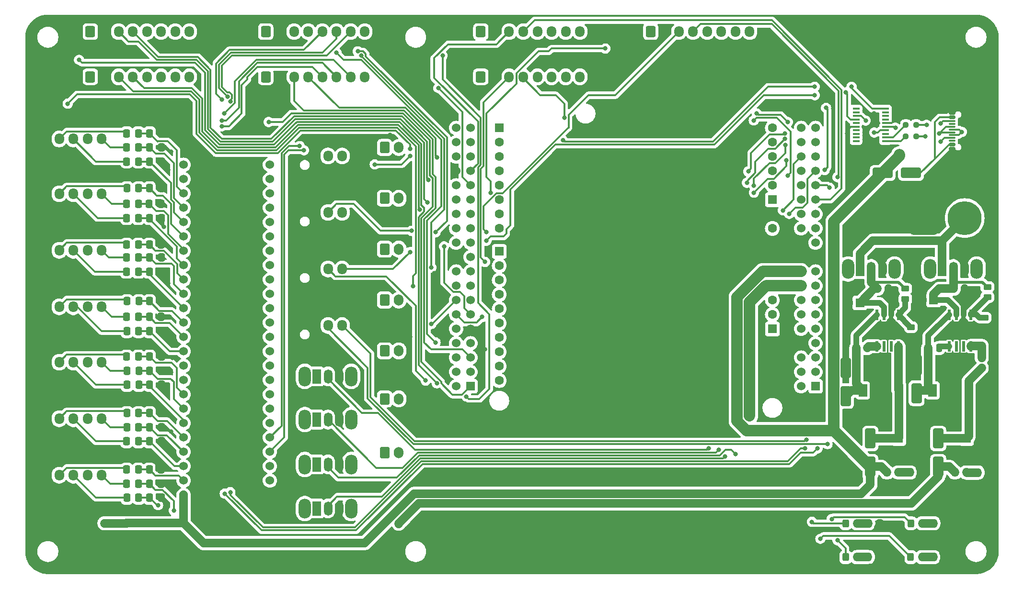
<source format=gbr>
%TF.GenerationSoftware,KiCad,Pcbnew,8.0.5*%
%TF.CreationDate,2024-09-21T15:40:11-07:00*%
%TF.ProjectId,MRIRobot_PCB,4d524952-6f62-46f7-945f-5043422e6b69,rev?*%
%TF.SameCoordinates,Original*%
%TF.FileFunction,Copper,L1,Top*%
%TF.FilePolarity,Positive*%
%FSLAX46Y46*%
G04 Gerber Fmt 4.6, Leading zero omitted, Abs format (unit mm)*
G04 Created by KiCad (PCBNEW 8.0.5) date 2024-09-21 15:40:11*
%MOMM*%
%LPD*%
G01*
G04 APERTURE LIST*
G04 Aperture macros list*
%AMRoundRect*
0 Rectangle with rounded corners*
0 $1 Rounding radius*
0 $2 $3 $4 $5 $6 $7 $8 $9 X,Y pos of 4 corners*
0 Add a 4 corners polygon primitive as box body*
4,1,4,$2,$3,$4,$5,$6,$7,$8,$9,$2,$3,0*
0 Add four circle primitives for the rounded corners*
1,1,$1+$1,$2,$3*
1,1,$1+$1,$4,$5*
1,1,$1+$1,$6,$7*
1,1,$1+$1,$8,$9*
0 Add four rect primitives between the rounded corners*
20,1,$1+$1,$2,$3,$4,$5,0*
20,1,$1+$1,$4,$5,$6,$7,0*
20,1,$1+$1,$6,$7,$8,$9,0*
20,1,$1+$1,$8,$9,$2,$3,0*%
G04 Aperture macros list end*
%TA.AperFunction,SMDPad,CuDef*%
%ADD10RoundRect,0.250000X-0.450000X0.262500X-0.450000X-0.262500X0.450000X-0.262500X0.450000X0.262500X0*%
%TD*%
%TA.AperFunction,ComponentPad*%
%ADD11RoundRect,0.250000X-0.600000X-0.750000X0.600000X-0.750000X0.600000X0.750000X-0.600000X0.750000X0*%
%TD*%
%TA.AperFunction,ComponentPad*%
%ADD12O,1.700000X2.000000*%
%TD*%
%TA.AperFunction,SMDPad,CuDef*%
%ADD13RoundRect,0.250000X-0.337500X-0.475000X0.337500X-0.475000X0.337500X0.475000X-0.337500X0.475000X0*%
%TD*%
%TA.AperFunction,SMDPad,CuDef*%
%ADD14R,0.610000X1.910000*%
%TD*%
%TA.AperFunction,SMDPad,CuDef*%
%ADD15R,1.550000X1.205000*%
%TD*%
%TA.AperFunction,SMDPad,CuDef*%
%ADD16RoundRect,0.250000X0.450000X-0.262500X0.450000X0.262500X-0.450000X0.262500X-0.450000X-0.262500X0*%
%TD*%
%TA.AperFunction,ComponentPad*%
%ADD17R,1.605000X1.605000*%
%TD*%
%TA.AperFunction,ComponentPad*%
%ADD18C,1.605000*%
%TD*%
%TA.AperFunction,ComponentPad*%
%ADD19R,1.530000X1.530000*%
%TD*%
%TA.AperFunction,ComponentPad*%
%ADD20C,1.530000*%
%TD*%
%TA.AperFunction,ComponentPad*%
%ADD21RoundRect,0.250000X-0.600000X-0.725000X0.600000X-0.725000X0.600000X0.725000X-0.600000X0.725000X0*%
%TD*%
%TA.AperFunction,ComponentPad*%
%ADD22O,1.700000X1.950000*%
%TD*%
%TA.AperFunction,ComponentPad*%
%ADD23O,2.200000X3.500000*%
%TD*%
%TA.AperFunction,ComponentPad*%
%ADD24R,1.500000X2.500000*%
%TD*%
%TA.AperFunction,ComponentPad*%
%ADD25O,1.500000X2.500000*%
%TD*%
%TA.AperFunction,SMDPad,CuDef*%
%ADD26RoundRect,0.250000X0.325000X0.450000X-0.325000X0.450000X-0.325000X-0.450000X0.325000X-0.450000X0*%
%TD*%
%TA.AperFunction,SMDPad,CuDef*%
%ADD27RoundRect,0.150000X0.425000X-0.150000X0.425000X0.150000X-0.425000X0.150000X-0.425000X-0.150000X0*%
%TD*%
%TA.AperFunction,SMDPad,CuDef*%
%ADD28RoundRect,0.075000X0.500000X-0.075000X0.500000X0.075000X-0.500000X0.075000X-0.500000X-0.075000X0*%
%TD*%
%TA.AperFunction,ComponentPad*%
%ADD29O,2.100000X1.000000*%
%TD*%
%TA.AperFunction,ComponentPad*%
%ADD30O,1.800000X1.000000*%
%TD*%
%TA.AperFunction,ComponentPad*%
%ADD31R,1.600000X1.600000*%
%TD*%
%TA.AperFunction,ComponentPad*%
%ADD32C,1.600000*%
%TD*%
%TA.AperFunction,SMDPad,CuDef*%
%ADD33RoundRect,0.250000X0.650000X-1.500000X0.650000X1.500000X-0.650000X1.500000X-0.650000X-1.500000X0*%
%TD*%
%TA.AperFunction,SMDPad,CuDef*%
%ADD34RoundRect,0.250000X-0.262500X-0.450000X0.262500X-0.450000X0.262500X0.450000X-0.262500X0.450000X0*%
%TD*%
%TA.AperFunction,ComponentPad*%
%ADD35RoundRect,1.500000X-1.500000X-1.500000X1.500000X-1.500000X1.500000X1.500000X-1.500000X1.500000X0*%
%TD*%
%TA.AperFunction,ComponentPad*%
%ADD36C,6.000000*%
%TD*%
%TA.AperFunction,SMDPad,CuDef*%
%ADD37R,1.500000X2.200000*%
%TD*%
%TA.AperFunction,SMDPad,CuDef*%
%ADD38RoundRect,0.250000X-0.250000X-0.475000X0.250000X-0.475000X0.250000X0.475000X-0.250000X0.475000X0*%
%TD*%
%TA.AperFunction,SMDPad,CuDef*%
%ADD39RoundRect,0.250000X0.250000X0.475000X-0.250000X0.475000X-0.250000X-0.475000X0.250000X-0.475000X0*%
%TD*%
%TA.AperFunction,SMDPad,CuDef*%
%ADD40R,1.200000X0.400000*%
%TD*%
%TA.AperFunction,SMDPad,CuDef*%
%ADD41RoundRect,0.250000X-1.500000X-0.650000X1.500000X-0.650000X1.500000X0.650000X-1.500000X0.650000X0*%
%TD*%
%TA.AperFunction,SMDPad,CuDef*%
%ADD42RoundRect,0.237500X0.250000X0.237500X-0.250000X0.237500X-0.250000X-0.237500X0.250000X-0.237500X0*%
%TD*%
%TA.AperFunction,ComponentPad*%
%ADD43C,1.524000*%
%TD*%
%TA.AperFunction,ComponentPad*%
%ADD44RoundRect,0.381000X-0.381000X-0.381000X0.381000X-0.381000X0.381000X0.381000X-0.381000X0.381000X0*%
%TD*%
%TA.AperFunction,ViaPad*%
%ADD45C,0.800000*%
%TD*%
%TA.AperFunction,Conductor*%
%ADD46C,1.000000*%
%TD*%
%TA.AperFunction,Conductor*%
%ADD47C,0.500000*%
%TD*%
%TA.AperFunction,Conductor*%
%ADD48C,1.500000*%
%TD*%
%TA.AperFunction,Conductor*%
%ADD49C,0.300000*%
%TD*%
%TA.AperFunction,Conductor*%
%ADD50C,2.000000*%
%TD*%
G04 APERTURE END LIST*
D10*
%TO.P,R58,1*%
%TO.N,/24V_3.3V*%
X224000000Y-116175000D03*
%TO.P,R58,2*%
%TO.N,Net-(U5-EN)*%
X224000000Y-118000000D03*
%TD*%
D11*
%TO.P,J14,1,Pin_1*%
%TO.N,+3.3V*%
X117500000Y-100500000D03*
D12*
%TO.P,J14,2,Pin_2*%
%TO.N,/Home1*%
X120000000Y-100500000D03*
%TD*%
D13*
%TO.P,R4,1*%
%TO.N,/A1_shift*%
X75962500Y-104000000D03*
%TO.P,R4,2*%
%TO.N,GND*%
X78037500Y-104000000D03*
%TD*%
%TO.P,R12,1*%
%TO.N,/B2_shift*%
X75962500Y-111000000D03*
%TO.P,R12,2*%
%TO.N,GND*%
X78037500Y-111000000D03*
%TD*%
D14*
%TO.P,U4,1,BOOT*%
%TO.N,Net-(U4-BOOT)*%
X204460000Y-126677500D03*
%TO.P,U4,2,NC*%
%TO.N,unconnected-(U4-NC-Pad2)*%
X205730000Y-126677500D03*
%TO.P,U4,3,NC*%
%TO.N,unconnected-(U4-NC-Pad3)*%
X207000000Y-126677500D03*
%TO.P,U4,4,FB*%
%TO.N,Net-(D4-A)*%
X208270000Y-126677500D03*
%TO.P,U4,5,EN*%
%TO.N,Net-(U4-EN)*%
X208270000Y-121117500D03*
%TO.P,U4,6,GND*%
%TO.N,GND*%
X207000000Y-121117500D03*
%TO.P,U4,7,VIN*%
%TO.N,/24V_5V*%
X205730000Y-121117500D03*
%TO.P,U4,8,SW*%
%TO.N,Net-(D2-K)*%
X204460000Y-121117500D03*
D15*
%TO.P,U4,9,EP*%
%TO.N,GND*%
X205590000Y-124500000D03*
X207140000Y-124500000D03*
X205590000Y-123295000D03*
X207140000Y-123295000D03*
%TD*%
D16*
%TO.P,R63,1*%
%TO.N,Net-(D5-A)*%
X223000000Y-130530000D03*
%TO.P,R63,2*%
%TO.N,Net-(U5-FB)*%
X223000000Y-128705000D03*
%TD*%
D17*
%TO.P,U1,CN5_1,D8*%
%TO.N,unconnected-(U1F-D8-PadCN5_1)*%
X137760000Y-109880000D03*
D18*
%TO.P,U1,CN5_2,D9*%
%TO.N,unconnected-(U1F-D9-PadCN5_2)*%
X137760000Y-112420000D03*
%TO.P,U1,CN5_3,D10*%
%TO.N,unconnected-(U1F-D10-PadCN5_3)*%
X137760000Y-114960000D03*
%TO.P,U1,CN5_4,D11*%
%TO.N,unconnected-(U1F-D11-PadCN5_4)*%
X137760000Y-117500000D03*
%TO.P,U1,CN5_5,D12*%
%TO.N,unconnected-(U1F-D12-PadCN5_5)*%
X137760000Y-120040000D03*
%TO.P,U1,CN5_6,D13*%
%TO.N,unconnected-(U1F-D13-PadCN5_6)*%
X137760000Y-122580000D03*
%TO.P,U1,CN5_7,CN5_GND*%
%TO.N,unconnected-(U1F-CN5_GND-PadCN5_7)*%
X137760000Y-125120000D03*
%TO.P,U1,CN5_8,AREF*%
%TO.N,unconnected-(U1F-AREF-PadCN5_8)*%
X137760000Y-127660000D03*
%TO.P,U1,CN5_9,D14*%
%TO.N,unconnected-(U1F-D14-PadCN5_9)*%
X137760000Y-130200000D03*
%TO.P,U1,CN5_10,D15*%
%TO.N,unconnected-(U1F-D15-PadCN5_10)*%
X137760000Y-132740000D03*
D17*
%TO.P,U1,CN6_1*%
%TO.N,N/C*%
X186020000Y-123600000D03*
D18*
%TO.P,U1,CN6_2,CN6_IOREF*%
%TO.N,unconnected-(U1C-CN6_IOREF-PadCN6_2)*%
X186020000Y-121060000D03*
%TO.P,U1,CN6_3,CN6_RESET*%
%TO.N,unconnected-(U1C-CN6_RESET-PadCN6_3)*%
X186020000Y-118520000D03*
%TO.P,U1,CN6_4,CN6_+3V3*%
%TO.N,+3.3V*%
X186020000Y-115980000D03*
%TO.P,U1,CN6_5,CN6_+5V*%
%TO.N,+5V*%
X186020000Y-113440000D03*
%TO.P,U1,CN6_6,CN6_GND*%
%TO.N,GND*%
X186020000Y-110900000D03*
%TO.P,U1,CN6_7,CN6_GND*%
X186020000Y-108360000D03*
%TO.P,U1,CN6_8,CN6_VIN*%
%TO.N,unconnected-(U1C-CN6_VIN-PadCN6_8)*%
X186020000Y-105820000D03*
D19*
%TO.P,U1,CN7_1,PC10*%
%TO.N,/UART3TX*%
X193640000Y-133760000D03*
D20*
%TO.P,U1,CN7_2,PC11*%
%TO.N,/UART3RX*%
X191100000Y-133760000D03*
%TO.P,U1,CN7_3,PC12*%
%TO.N,/UART5TX*%
X193640000Y-131220000D03*
%TO.P,U1,CN7_4,PD2*%
%TO.N,/UART5RX*%
X191100000Y-131220000D03*
%TO.P,U1,CN7_5,VDD*%
%TO.N,unconnected-(U1A-VDD-PadCN7_5)*%
X193640000Y-128680000D03*
%TO.P,U1,CN7_6,E5V*%
%TO.N,unconnected-(U1A-E5V-PadCN7_6)*%
X191100000Y-128680000D03*
%TO.P,U1,CN7_7,BOOT0*%
%TO.N,unconnected-(U1A-BOOT0-PadCN7_7)*%
X193640000Y-126140000D03*
%TO.P,U1,CN7_8,CN7_GND*%
%TO.N,GND*%
X191100000Y-126140000D03*
%TO.P,U1,CN7_9*%
%TO.N,N/C*%
X193640000Y-123600000D03*
%TO.P,U1,CN7_10*%
X191100000Y-123600000D03*
%TO.P,U1,CN7_11*%
X193640000Y-121060000D03*
%TO.P,U1,CN7_12,CN7_IOREF*%
%TO.N,unconnected-(U1A-CN7_IOREF-PadCN7_12)*%
X191100000Y-121060000D03*
%TO.P,U1,CN7_13,PA13*%
%TO.N,unconnected-(U1A-PA13-PadCN7_13)*%
X193640000Y-118520000D03*
%TO.P,U1,CN7_14,CN7_RESET*%
%TO.N,unconnected-(U1A-CN7_RESET-PadCN7_14)*%
X191100000Y-118520000D03*
%TO.P,U1,CN7_15,PA14*%
%TO.N,unconnected-(U1A-PA14-PadCN7_15)*%
X193640000Y-115980000D03*
%TO.P,U1,CN7_16,CN7_+3V3*%
%TO.N,+3.3V*%
X191100000Y-115980000D03*
%TO.P,U1,CN7_17,PA15*%
%TO.N,/LED3*%
X193640000Y-113440000D03*
%TO.P,U1,CN7_18,CN7_+5V*%
%TO.N,+5V*%
X191100000Y-113440000D03*
%TO.P,U1,CN7_19,CN7_GND*%
%TO.N,GND*%
X193640000Y-110900000D03*
%TO.P,U1,CN7_20,CN7_GND*%
X191100000Y-110900000D03*
%TO.P,U1,CN7_21,PB7*%
%TO.N,/U_PWM5*%
X193640000Y-108360000D03*
%TO.P,U1,CN7_22,CN7_GND*%
%TO.N,GND*%
X191100000Y-108360000D03*
%TO.P,U1,CN7_23,PC13*%
%TO.N,/U_Dir0*%
X193640000Y-105820000D03*
%TO.P,U1,CN7_24,CN7_VIN*%
%TO.N,unconnected-(U1A-CN7_VIN-PadCN7_24)*%
X191100000Y-105820000D03*
%TO.P,U1,CN7_25,PC14*%
%TO.N,/U_Dir1*%
X193640000Y-103280000D03*
%TO.P,U1,CN7_26*%
%TO.N,N/C*%
X191100000Y-103280000D03*
%TO.P,U1,CN7_27,PC15*%
%TO.N,/U_Dir2*%
X193640000Y-100740000D03*
%TO.P,U1,CN7_28,PA0*%
%TO.N,/UART4TX*%
X191100000Y-100740000D03*
%TO.P,U1,CN7_29,PH0*%
%TO.N,/LED1*%
X193640000Y-98200000D03*
%TO.P,U1,CN7_30,PA1*%
%TO.N,/UART4RX*%
X191100000Y-98200000D03*
%TO.P,U1,CN7_31,PH1*%
%TO.N,/LED0*%
X193640000Y-95660000D03*
%TO.P,U1,CN7_32,PA4*%
%TO.N,/Home0*%
X191100000Y-95660000D03*
%TO.P,U1,CN7_33,VBAT*%
%TO.N,unconnected-(U1A-VBAT-PadCN7_33)*%
X193640000Y-93120000D03*
%TO.P,U1,CN7_34,PB0*%
%TO.N,/LED2*%
X191100000Y-93120000D03*
%TO.P,U1,CN7_35,PC2*%
%TO.N,/SW2*%
X193640000Y-90580000D03*
%TO.P,U1,CN7_36,PC1/PB9*%
%TO.N,/SW1*%
X191100000Y-90580000D03*
%TO.P,U1,CN7_37,PC3*%
%TO.N,/SW3*%
X193640000Y-88040000D03*
%TO.P,U1,CN7_38,PC0/PB8*%
%TO.N,/SW0*%
X191100000Y-88040000D03*
D17*
%TO.P,U1,CN8_1,A0*%
%TO.N,unconnected-(U1E-A0-PadCN8_1)*%
X186020000Y-100740000D03*
D18*
%TO.P,U1,CN8_2,A1*%
%TO.N,unconnected-(U1E-A1-PadCN8_2)*%
X186020000Y-98200000D03*
%TO.P,U1,CN8_3,A2*%
%TO.N,unconnected-(U1E-A2-PadCN8_3)*%
X186020000Y-95660000D03*
%TO.P,U1,CN8_4,A3*%
%TO.N,unconnected-(U1E-A3-PadCN8_4)*%
X186020000Y-93120000D03*
%TO.P,U1,CN8_5,A4*%
%TO.N,unconnected-(U1E-A4-PadCN8_5)*%
X186020000Y-90580000D03*
%TO.P,U1,CN8_6,A5*%
%TO.N,unconnected-(U1E-A5-PadCN8_6)*%
X186020000Y-88040000D03*
D17*
%TO.P,U1,CN9_1,D0*%
%TO.N,unconnected-(U1D-D0-PadCN9_1)*%
X137760000Y-88040000D03*
D18*
%TO.P,U1,CN9_2,D1*%
%TO.N,unconnected-(U1D-D1-PadCN9_2)*%
X137760000Y-90580000D03*
%TO.P,U1,CN9_3,D2*%
%TO.N,unconnected-(U1D-D2-PadCN9_3)*%
X137760000Y-93120000D03*
%TO.P,U1,CN9_4,D3*%
%TO.N,unconnected-(U1D-D3-PadCN9_4)*%
X137760000Y-95660000D03*
%TO.P,U1,CN9_5,D4*%
%TO.N,unconnected-(U1D-D4-PadCN9_5)*%
X137760000Y-98200000D03*
%TO.P,U1,CN9_6,D5*%
%TO.N,unconnected-(U1D-D5-PadCN9_6)*%
X137760000Y-100740000D03*
%TO.P,U1,CN9_7,D6*%
%TO.N,unconnected-(U1D-D6-PadCN9_7)*%
X137760000Y-103280000D03*
%TO.P,U1,CN9_8,D7*%
%TO.N,unconnected-(U1D-D7-PadCN9_8)*%
X137760000Y-105820000D03*
D19*
%TO.P,U1,CN10_1,PC9*%
%TO.N,/U_PWM3*%
X132680000Y-133760000D03*
D20*
%TO.P,U1,CN10_2,PC8*%
%TO.N,/U_PWM2*%
X130140000Y-133760000D03*
%TO.P,U1,CN10_3,PB8*%
%TO.N,/U_PWM6*%
X132680000Y-131220000D03*
%TO.P,U1,CN10_4,PC6*%
%TO.N,/UART6TX*%
X130140000Y-131220000D03*
%TO.P,U1,CN10_5,PB9*%
%TO.N,/U_En3*%
X132680000Y-128680000D03*
%TO.P,U1,CN10_6,PC5*%
%TO.N,/U_Dir4*%
X130140000Y-128680000D03*
%TO.P,U1,CN10_7,AVDD*%
%TO.N,unconnected-(U1B-AVDD-PadCN10_7)*%
X132680000Y-126140000D03*
%TO.P,U1,CN10_8,U5V*%
%TO.N,unconnected-(U1B-U5V-PadCN10_8)*%
X130140000Y-126140000D03*
%TO.P,U1,CN10_9,CN10_GND*%
%TO.N,GND*%
X132680000Y-123600000D03*
%TO.P,U1,CN10_10*%
%TO.N,N/C*%
X130140000Y-123600000D03*
%TO.P,U1,CN10_11,PA5*%
%TO.N,/Home1*%
X132680000Y-121060000D03*
%TO.P,U1,CN10_12,PA12*%
%TO.N,/Home6*%
X130140000Y-121060000D03*
%TO.P,U1,CN10_13,PA6*%
%TO.N,/Home2*%
X132680000Y-118520000D03*
%TO.P,U1,CN10_14,PA11*%
%TO.N,/Home5*%
X130140000Y-118520000D03*
%TO.P,U1,CN10_15,PA7*%
%TO.N,/Home3*%
X132680000Y-115980000D03*
%TO.P,U1,CN10_16,PB12*%
%TO.N,/U_En5*%
X130140000Y-115980000D03*
%TO.P,U1,CN10_17,PB6*%
%TO.N,/U_PWM4*%
X132680000Y-113440000D03*
%TO.P,U1,CN10_18*%
%TO.N,N/C*%
X130140000Y-113440000D03*
%TO.P,U1,CN10_19,PC7*%
%TO.N,/UART6RX*%
X132680000Y-110900000D03*
%TO.P,U1,CN10_20,CN10_GND*%
%TO.N,GND*%
X130140000Y-110900000D03*
%TO.P,U1,CN10_21,PA9*%
%TO.N,/UART1TX*%
X132680000Y-108360000D03*
%TO.P,U1,CN10_22,PB2*%
%TO.N,/U_En1*%
X130140000Y-108360000D03*
%TO.P,U1,CN10_23,PA8*%
%TO.N,/Home4*%
X132680000Y-105820000D03*
%TO.P,U1,CN10_24,PB1*%
%TO.N,/U_En0*%
X130140000Y-105820000D03*
%TO.P,U1,CN10_25,PB10*%
%TO.N,/U_En4*%
X132680000Y-103280000D03*
%TO.P,U1,CN10_26,PB15*%
%TO.N,/U_Dir5*%
X130140000Y-103280000D03*
%TO.P,U1,CN10_27,PB4*%
%TO.N,/U_PWM0*%
X132680000Y-100740000D03*
%TO.P,U1,CN10_28,PB14*%
%TO.N,/U_Dir6*%
X130140000Y-100740000D03*
%TO.P,U1,CN10_29,PB5*%
%TO.N,/U_PWM1*%
X132680000Y-98200000D03*
%TO.P,U1,CN10_30,PB13*%
%TO.N,/U_En6*%
X130140000Y-98200000D03*
%TO.P,U1,CN10_31,PB3*%
%TO.N,/U_En2*%
X132680000Y-95660000D03*
%TO.P,U1,CN10_32,AGND*%
%TO.N,GND*%
X130140000Y-95660000D03*
%TO.P,U1,CN10_33,PA10*%
%TO.N,/UART1RX*%
X132680000Y-93120000D03*
%TO.P,U1,CN10_34,PC4*%
%TO.N,/U_Dir3*%
X130140000Y-93120000D03*
%TO.P,U1,CN10_35,PA2*%
%TO.N,unconnected-(U1B-PA2-PadCN10_35)*%
X132680000Y-90580000D03*
%TO.P,U1,CN10_36*%
%TO.N,N/C*%
X130140000Y-90580000D03*
%TO.P,U1,CN10_37,PA3*%
%TO.N,unconnected-(U1B-PA3-PadCN10_37)*%
X132680000Y-88040000D03*
%TO.P,U1,CN10_38*%
%TO.N,N/C*%
X130140000Y-88040000D03*
%TD*%
D21*
%TO.P,J27,1,Pin_1*%
%TO.N,/U_Ana6*%
X65500000Y-71000000D03*
D22*
%TO.P,J27,2,Pin_2*%
%TO.N,GND*%
X68000000Y-71000000D03*
%TO.P,J27,3,Pin_3*%
%TO.N,/U_En6*%
X70500000Y-71000000D03*
%TO.P,J27,4,Pin_4*%
%TO.N,/U_Dir6*%
X73000000Y-71000000D03*
%TO.P,J27,5,Pin_5*%
%TO.N,/U_EncA6*%
X75500000Y-71000000D03*
%TO.P,J27,6,Pin_6*%
%TO.N,/U_EncB6*%
X78000000Y-71000000D03*
%TO.P,J27,7,Pin_7*%
%TO.N,/U_EncI6*%
X80500000Y-71000000D03*
%TO.P,J27,8,Pin_8*%
%TO.N,unconnected-(J27-Pin_8-Pad8)*%
X83000000Y-71000000D03*
%TD*%
D13*
%TO.P,R44,1*%
%TO.N,/B6_shift*%
X75925000Y-151000000D03*
%TO.P,R44,2*%
%TO.N,GND*%
X78000000Y-151000000D03*
%TD*%
D23*
%TO.P,SW6,*%
%TO.N,*%
X103400000Y-155390000D03*
X111600000Y-155390000D03*
D24*
%TO.P,SW6,1,A*%
%TO.N,+3.3V*%
X105500000Y-155390000D03*
D25*
%TO.P,SW6,2,B*%
%TO.N,/SW3*%
X107500000Y-155390000D03*
%TO.P,SW6,3,C*%
%TO.N,GND*%
X109500000Y-155390000D03*
%TD*%
D26*
%TO.P,D7,1,K*%
%TO.N,Net-(D7-K)*%
X220317621Y-149000000D03*
%TO.P,D7,2,A*%
%TO.N,+3.3V*%
X218267621Y-149000000D03*
%TD*%
D23*
%TO.P,SW3,*%
%TO.N,*%
X103400000Y-132000000D03*
X111600000Y-132000000D03*
D24*
%TO.P,SW3,1,A*%
%TO.N,+3.3V*%
X105500000Y-132000000D03*
D25*
%TO.P,SW3,2,B*%
%TO.N,/SW0*%
X107500000Y-132000000D03*
%TO.P,SW3,3,C*%
%TO.N,GND*%
X109500000Y-132000000D03*
%TD*%
D27*
%TO.P,J4,A1,GND*%
%TO.N,GND*%
X217745000Y-91770000D03*
%TO.P,J4,A4,VBUS*%
%TO.N,Net-(D1-A)*%
X217745000Y-90970000D03*
D28*
%TO.P,J4,A5,CC1*%
%TO.N,Net-(J4-CC1)*%
X217745000Y-89820000D03*
%TO.P,J4,A6,D+*%
%TO.N,/USB_DP1*%
X217745000Y-88820000D03*
%TO.P,J4,A7,D-*%
%TO.N,/USB_DM1*%
X217745000Y-88320000D03*
%TO.P,J4,A8,SBU1*%
%TO.N,unconnected-(J4-SBU1-PadA8)*%
X217745000Y-87320000D03*
D27*
%TO.P,J4,A9,VBUS*%
%TO.N,Net-(D1-A)*%
X217745000Y-86170000D03*
%TO.P,J4,A12,GND*%
%TO.N,GND*%
X217745000Y-85370000D03*
%TO.P,J4,B1,GND*%
X217745000Y-85370000D03*
%TO.P,J4,B4,VBUS*%
%TO.N,Net-(D1-A)*%
X217745000Y-86170000D03*
D28*
%TO.P,J4,B5,CC2*%
%TO.N,Net-(J4-CC2)*%
X217745000Y-86820000D03*
%TO.P,J4,B6,D+*%
%TO.N,/USB_DP1*%
X217745000Y-87820000D03*
%TO.P,J4,B7,D-*%
%TO.N,/USB_DM1*%
X217745000Y-89320000D03*
%TO.P,J4,B8,SBU2*%
%TO.N,unconnected-(J4-SBU2-PadB8)*%
X217745000Y-90320000D03*
D27*
%TO.P,J4,B9,VBUS*%
%TO.N,Net-(D1-A)*%
X217745000Y-90970000D03*
%TO.P,J4,B12,GND*%
%TO.N,GND*%
X217745000Y-91770000D03*
D29*
%TO.P,J4,S1,SHIELD*%
X218320000Y-92890000D03*
D30*
X222500000Y-92890000D03*
D29*
X218320000Y-84250000D03*
D30*
X222500000Y-84250000D03*
%TD*%
D13*
%TO.P,R69,1*%
%TO.N,Net-(D7-K)*%
X222292621Y-149040000D03*
%TO.P,R69,2*%
%TO.N,GND*%
X224367621Y-149040000D03*
%TD*%
D11*
%TO.P,J10,1,Pin_1*%
%TO.N,+3.3V*%
X117500000Y-91500000D03*
D12*
%TO.P,J10,2,Pin_2*%
%TO.N,/Home0*%
X120000000Y-91500000D03*
%TD*%
D13*
%TO.P,R3,1*%
%TO.N,/A1*%
X71925000Y-104000000D03*
%TO.P,R3,2*%
%TO.N,/A1_shift*%
X74000000Y-104000000D03*
%TD*%
%TO.P,R23,1*%
%TO.N,/A3*%
X71962500Y-124000000D03*
%TO.P,R23,2*%
%TO.N,/A3_shift*%
X74037500Y-124000000D03*
%TD*%
%TO.P,R1,1*%
%TO.N,/A0*%
X71925000Y-94000000D03*
%TO.P,R1,2*%
%TO.N,/A0_shift*%
X74000000Y-94000000D03*
%TD*%
D23*
%TO.P,SW2,*%
%TO.N,*%
X213900000Y-113000000D03*
X222100000Y-113000000D03*
D24*
%TO.P,SW2,1,A*%
%TO.N,+24V*%
X216000000Y-113000000D03*
D25*
%TO.P,SW2,2,B*%
%TO.N,/24V_3.3V*%
X218000000Y-113000000D03*
%TO.P,SW2,3,C*%
%TO.N,GND*%
X220000000Y-113000000D03*
%TD*%
D13*
%TO.P,R26,1*%
%TO.N,/A4_shift*%
X76000000Y-133500000D03*
%TO.P,R26,2*%
%TO.N,GND*%
X78075000Y-133500000D03*
%TD*%
%TO.P,R43,1*%
%TO.N,/B6*%
X71925000Y-151000000D03*
%TO.P,R43,2*%
%TO.N,/B6_shift*%
X74000000Y-151000000D03*
%TD*%
D31*
%TO.P,C11,1*%
%TO.N,Net-(D5-A)*%
X220317621Y-143000000D03*
D32*
%TO.P,C11,2*%
%TO.N,GND*%
X222817621Y-143000000D03*
%TD*%
D13*
%TO.P,R2,1*%
%TO.N,/A0_shift*%
X75962500Y-94000000D03*
%TO.P,R2,2*%
%TO.N,GND*%
X78037500Y-94000000D03*
%TD*%
D31*
%TO.P,C3,1*%
%TO.N,/24V_3.3V*%
X214500000Y-118500000D03*
D32*
%TO.P,C3,2*%
%TO.N,GND*%
X212500000Y-118500000D03*
%TD*%
D13*
%TO.P,R24,1*%
%TO.N,/A3_shift*%
X75962500Y-124000000D03*
%TO.P,R24,2*%
%TO.N,GND*%
X78037500Y-124000000D03*
%TD*%
D14*
%TO.P,U5,1,BOOT*%
%TO.N,Net-(U5-BOOT)*%
X217230000Y-126677500D03*
%TO.P,U5,2,NC*%
%TO.N,unconnected-(U5-NC-Pad2)*%
X218500000Y-126677500D03*
%TO.P,U5,3,NC*%
%TO.N,unconnected-(U5-NC-Pad3)*%
X219770000Y-126677500D03*
%TO.P,U5,4,FB*%
%TO.N,Net-(U5-FB)*%
X221040000Y-126677500D03*
%TO.P,U5,5,EN*%
%TO.N,Net-(U5-EN)*%
X221040000Y-121117500D03*
%TO.P,U5,6,GND*%
%TO.N,GND*%
X219770000Y-121117500D03*
%TO.P,U5,7,VIN*%
%TO.N,/24V_3.3V*%
X218500000Y-121117500D03*
%TO.P,U5,8,SW*%
%TO.N,Net-(D3-K)*%
X217230000Y-121117500D03*
D15*
%TO.P,U5,9,EP*%
%TO.N,GND*%
X218360000Y-124500000D03*
X219910000Y-124500000D03*
X218360000Y-123295000D03*
X219910000Y-123295000D03*
%TD*%
D21*
%TO.P,J24,1,Pin_1*%
%TO.N,/U_Ana5*%
X65500000Y-79000000D03*
D22*
%TO.P,J24,2,Pin_2*%
%TO.N,GND*%
X68000000Y-79000000D03*
%TO.P,J24,3,Pin_3*%
%TO.N,/U_En5*%
X70500000Y-79000000D03*
%TO.P,J24,4,Pin_4*%
%TO.N,/U_Dir5*%
X73000000Y-79000000D03*
%TO.P,J24,5,Pin_5*%
%TO.N,/U_EncA5*%
X75500000Y-79000000D03*
%TO.P,J24,6,Pin_6*%
%TO.N,/U_EncB5*%
X78000000Y-79000000D03*
%TO.P,J24,7,Pin_7*%
%TO.N,/U_EncI5*%
X80500000Y-79000000D03*
%TO.P,J24,8,Pin_8*%
%TO.N,unconnected-(J24-Pin_8-Pad8)*%
X83000000Y-79000000D03*
%TD*%
D13*
%TO.P,R10,1*%
%TO.N,/B1_shift*%
X75887500Y-101500000D03*
%TO.P,R10,2*%
%TO.N,GND*%
X77962500Y-101500000D03*
%TD*%
%TO.P,R68,1*%
%TO.N,Net-(D6-K)*%
X210292621Y-149000000D03*
%TO.P,R68,2*%
%TO.N,GND*%
X212367621Y-149000000D03*
%TD*%
D33*
%TO.P,D4,1,K*%
%TO.N,+5V*%
X203317621Y-148000000D03*
%TO.P,D4,2,A*%
%TO.N,Net-(D4-A)*%
X203317621Y-143000000D03*
%TD*%
D21*
%TO.P,J6,1,Pin_1*%
%TO.N,GND*%
X57500000Y-129500000D03*
D22*
%TO.P,J6,2,Pin_2*%
%TO.N,/I4*%
X60000000Y-129500000D03*
%TO.P,J6,3,Pin_3*%
%TO.N,/A4*%
X62500000Y-129500000D03*
%TO.P,J6,4,Pin_4*%
%TO.N,+5V*%
X65000000Y-129500000D03*
%TO.P,J6,5,Pin_5*%
%TO.N,/B4*%
X67500000Y-129500000D03*
%TD*%
D13*
%TO.P,R25,1*%
%TO.N,/A4*%
X72000000Y-133500000D03*
%TO.P,R25,2*%
%TO.N,/A4_shift*%
X74075000Y-133500000D03*
%TD*%
D11*
%TO.P,J12,1,Pin_1*%
%TO.N,+3.3V*%
X117500000Y-127500000D03*
D12*
%TO.P,J12,2,Pin_2*%
%TO.N,/Home4*%
X120000000Y-127500000D03*
%TD*%
D10*
%TO.P,R56,1*%
%TO.N,/24V_5V*%
X209500000Y-116500000D03*
%TO.P,R56,2*%
%TO.N,Net-(U4-EN)*%
X209500000Y-118325000D03*
%TD*%
D34*
%TO.P,R62,1*%
%TO.N,Net-(U5-FB)*%
X223000000Y-126617500D03*
%TO.P,R62,2*%
%TO.N,GND*%
X224825000Y-126617500D03*
%TD*%
D31*
%TO.P,C10,1*%
%TO.N,Net-(D4-A)*%
X208317621Y-143000000D03*
D32*
%TO.P,C10,2*%
%TO.N,GND*%
X210817621Y-143000000D03*
%TD*%
D33*
%TO.P,D5,1,K*%
%TO.N,+3.3V*%
X215317621Y-148000000D03*
%TO.P,D5,2,A*%
%TO.N,Net-(D5-A)*%
X215317621Y-143000000D03*
%TD*%
D10*
%TO.P,R57,1*%
%TO.N,Net-(U4-EN)*%
X210500000Y-123292500D03*
%TO.P,R57,2*%
%TO.N,GND*%
X210500000Y-125117500D03*
%TD*%
D26*
%TO.P,D9,1,K*%
%TO.N,Net-(D9-K)*%
X212525000Y-158000000D03*
%TO.P,D9,2,A*%
%TO.N,/LED1*%
X210475000Y-158000000D03*
%TD*%
D13*
%TO.P,R9,1*%
%TO.N,/B1*%
X71925000Y-101500000D03*
%TO.P,R9,2*%
%TO.N,/B1_shift*%
X74000000Y-101500000D03*
%TD*%
D21*
%TO.P,J23,1,Pin_1*%
%TO.N,GND*%
X105000000Y-103000000D03*
D22*
%TO.P,J23,2,Pin_2*%
%TO.N,/UART1TX*%
X107500000Y-103000000D03*
%TO.P,J23,3,Pin_3*%
%TO.N,/UART1RX*%
X110000000Y-103000000D03*
%TD*%
D13*
%TO.P,R39,1*%
%TO.N,/I5*%
X71962500Y-138500000D03*
%TO.P,R39,2*%
%TO.N,/I5_shift*%
X74037500Y-138500000D03*
%TD*%
%TO.P,R74,1*%
%TO.N,Net-(D10-K)*%
X202937500Y-158000000D03*
%TO.P,R74,2*%
%TO.N,GND*%
X205012500Y-158000000D03*
%TD*%
D21*
%TO.P,J2,1,Pin_1*%
%TO.N,GND*%
X57500000Y-99700000D03*
D22*
%TO.P,J2,2,Pin_2*%
%TO.N,/I1*%
X60000000Y-99700000D03*
%TO.P,J2,3,Pin_3*%
%TO.N,/A1*%
X62500000Y-99700000D03*
%TO.P,J2,4,Pin_4*%
%TO.N,+5V*%
X65000000Y-99700000D03*
%TO.P,J2,5,Pin_5*%
%TO.N,/B1*%
X67500000Y-99700000D03*
%TD*%
D21*
%TO.P,J18,1,Pin_1*%
%TO.N,/U_Ana1*%
X134500000Y-79000000D03*
D22*
%TO.P,J18,2,Pin_2*%
%TO.N,GND*%
X137000000Y-79000000D03*
%TO.P,J18,3,Pin_3*%
%TO.N,/U_En1*%
X139500000Y-79000000D03*
%TO.P,J18,4,Pin_4*%
%TO.N,/U_Dir1*%
X142000000Y-79000000D03*
%TO.P,J18,5,Pin_5*%
%TO.N,/U_EncA1*%
X144500000Y-79000000D03*
%TO.P,J18,6,Pin_6*%
%TO.N,/U_EncB1*%
X147000000Y-79000000D03*
%TO.P,J18,7,Pin_7*%
%TO.N,/U_EncI1*%
X149500000Y-79000000D03*
%TO.P,J18,8,Pin_8*%
%TO.N,unconnected-(J18-Pin_8-Pad8)*%
X152000000Y-79000000D03*
%TD*%
D35*
%TO.P,J9,1,Pin_1*%
%TO.N,GND*%
X212800000Y-104000000D03*
D36*
%TO.P,J9,2,Pin_2*%
%TO.N,+24V*%
X220000000Y-104000000D03*
%TD*%
D13*
%TO.P,R41,1*%
%TO.N,/A6*%
X71962500Y-153500000D03*
%TO.P,R41,2*%
%TO.N,/A6_shift*%
X74037500Y-153500000D03*
%TD*%
%TO.P,R18,1*%
%TO.N,/I1_shift*%
X75962500Y-98700000D03*
%TO.P,R18,2*%
%TO.N,GND*%
X78037500Y-98700000D03*
%TD*%
D26*
%TO.P,D11,1,K*%
%TO.N,Net-(D11-K)*%
X201000000Y-164000000D03*
%TO.P,D11,2,A*%
%TO.N,/LED3*%
X198950000Y-164000000D03*
%TD*%
D13*
%TO.P,R70,1*%
%TO.N,Net-(D8-K)*%
X214437500Y-164000000D03*
%TO.P,R70,2*%
%TO.N,GND*%
X216512500Y-164000000D03*
%TD*%
D21*
%TO.P,J17,1,Pin_1*%
%TO.N,/U_Ana0*%
X164500000Y-71000000D03*
D22*
%TO.P,J17,2,Pin_2*%
%TO.N,GND*%
X167000000Y-71000000D03*
%TO.P,J17,3,Pin_3*%
%TO.N,/U_En0*%
X169500000Y-71000000D03*
%TO.P,J17,4,Pin_4*%
%TO.N,/U_Dir0*%
X172000000Y-71000000D03*
%TO.P,J17,5,Pin_5*%
%TO.N,/U_EncA0*%
X174500000Y-71000000D03*
%TO.P,J17,6,Pin_6*%
%TO.N,/U_EncB0*%
X177000000Y-71000000D03*
%TO.P,J17,7,Pin_7*%
%TO.N,/U_EncI0*%
X179500000Y-71000000D03*
%TO.P,J17,8,Pin_8*%
%TO.N,unconnected-(J17-Pin_8-Pad8)*%
X182000000Y-71000000D03*
%TD*%
D21*
%TO.P,J26,1,Pin_1*%
%TO.N,GND*%
X104999999Y-123000000D03*
D22*
%TO.P,J26,2,Pin_2*%
%TO.N,/UART5TX*%
X107499999Y-123000000D03*
%TO.P,J26,3,Pin_3*%
%TO.N,/UART5RX*%
X109999999Y-123000000D03*
%TD*%
D13*
%TO.P,R46,1*%
%TO.N,/I6_shift*%
X75925000Y-148500000D03*
%TO.P,R46,2*%
%TO.N,GND*%
X78000000Y-148500000D03*
%TD*%
D37*
%TO.P,L1,1,1*%
%TO.N,Net-(D2-K)*%
X202000000Y-134500000D03*
%TO.P,L1,2,2*%
%TO.N,Net-(D4-A)*%
X208400000Y-134500000D03*
%TD*%
D38*
%TO.P,C5,1*%
%TO.N,/24V_3.3V*%
X218050000Y-116500000D03*
%TO.P,C5,2*%
%TO.N,GND*%
X219950000Y-116500000D03*
%TD*%
D13*
%TO.P,R11,1*%
%TO.N,/B2*%
X71925000Y-111000000D03*
%TO.P,R11,2*%
%TO.N,/B2_shift*%
X74000000Y-111000000D03*
%TD*%
%TO.P,R8,1*%
%TO.N,/B0_shift*%
X75962500Y-91500000D03*
%TO.P,R8,2*%
%TO.N,GND*%
X78037500Y-91500000D03*
%TD*%
D23*
%TO.P,SW4,*%
%TO.N,*%
X103400000Y-139647500D03*
X111600000Y-139647500D03*
D24*
%TO.P,SW4,1,A*%
%TO.N,+3.3V*%
X105500000Y-139647500D03*
D25*
%TO.P,SW4,2,B*%
%TO.N,/SW1*%
X107500000Y-139647500D03*
%TO.P,SW4,3,C*%
%TO.N,GND*%
X109500000Y-139647500D03*
%TD*%
D21*
%TO.P,J20,1,Pin_1*%
%TO.N,/U_Ana3*%
X96500000Y-79000000D03*
D22*
%TO.P,J20,2,Pin_2*%
%TO.N,GND*%
X99000000Y-79000000D03*
%TO.P,J20,3,Pin_3*%
%TO.N,/U_En3*%
X101500000Y-79000000D03*
%TO.P,J20,4,Pin_4*%
%TO.N,/U_Dir3*%
X104000000Y-79000000D03*
%TO.P,J20,5,Pin_5*%
%TO.N,/U_EncA3*%
X106500000Y-79000000D03*
%TO.P,J20,6,Pin_6*%
%TO.N,/U_EncB3*%
X109000000Y-79000000D03*
%TO.P,J20,7,Pin_7*%
%TO.N,/U_EncI3*%
X111500000Y-79000000D03*
%TO.P,J20,8,Pin_8*%
%TO.N,unconnected-(J20-Pin_8-Pad8)*%
X114000000Y-79000000D03*
%TD*%
D39*
%TO.P,C9,1*%
%TO.N,Net-(U5-BOOT)*%
X215450000Y-127000000D03*
%TO.P,C9,2*%
%TO.N,Net-(D3-K)*%
X213550000Y-127000000D03*
%TD*%
D33*
%TO.P,D2,1,K*%
%TO.N,Net-(D2-K)*%
X199000000Y-135500000D03*
%TO.P,D2,2,A*%
%TO.N,GND*%
X199000000Y-130500000D03*
%TD*%
D13*
%TO.P,R17,1*%
%TO.N,/I1*%
X71962500Y-98700000D03*
%TO.P,R17,2*%
%TO.N,/I1_shift*%
X74037500Y-98700000D03*
%TD*%
%TO.P,R6,1*%
%TO.N,/A2_shift*%
X75925000Y-113500000D03*
%TO.P,R6,2*%
%TO.N,GND*%
X78000000Y-113500000D03*
%TD*%
%TO.P,R15,1*%
%TO.N,/I0*%
X71925000Y-89000000D03*
%TO.P,R15,2*%
%TO.N,/I0_shift*%
X74000000Y-89000000D03*
%TD*%
D40*
%TO.P,U2,1,~{DTR}*%
%TO.N,unconnected-(U2-~{DTR}-Pad1)*%
X200800000Y-84642500D03*
%TO.P,U2,2,~{RTS}*%
%TO.N,unconnected-(U2-~{RTS}-Pad2)*%
X200800000Y-85277500D03*
%TO.P,U2,3,VCCIO*%
%TO.N,+3.3V*%
X200800000Y-85912500D03*
%TO.P,U2,4,RXD*%
%TO.N,/UART1TX*%
X200800000Y-86547500D03*
%TO.P,U2,5,~{RI}*%
%TO.N,unconnected-(U2-~{RI}-Pad5)*%
X200800000Y-87182500D03*
%TO.P,U2,6,GND*%
%TO.N,GND*%
X200800000Y-87817500D03*
%TO.P,U2,7,~{DSR}*%
%TO.N,unconnected-(U2-~{DSR}-Pad7)*%
X200800000Y-88452500D03*
%TO.P,U2,8,~{DCD}*%
%TO.N,unconnected-(U2-~{DCD}-Pad8)*%
X200800000Y-89087500D03*
%TO.P,U2,9,~{CTS}*%
%TO.N,unconnected-(U2-~{CTS}-Pad9)*%
X200800000Y-89722500D03*
%TO.P,U2,10,CBUS2*%
%TO.N,unconnected-(U2-CBUS2-Pad10)*%
X200800000Y-90357500D03*
%TO.P,U2,11,USBDP*%
%TO.N,Net-(U2-USBDP)*%
X206000000Y-90357500D03*
%TO.P,U2,12,USBDM*%
%TO.N,Net-(U2-USBDM)*%
X206000000Y-89722500D03*
%TO.P,U2,13,3V3OUT*%
%TO.N,unconnected-(U2-3V3OUT-Pad13)*%
X206000000Y-89087500D03*
%TO.P,U2,14,~{RESET}*%
%TO.N,+3.3V*%
X206000000Y-88452500D03*
%TO.P,U2,15,VCC*%
%TO.N,+5V*%
X206000000Y-87817500D03*
%TO.P,U2,16,GND*%
%TO.N,GND*%
X206000000Y-87182500D03*
%TO.P,U2,17,CBUS1*%
%TO.N,unconnected-(U2-CBUS1-Pad17)*%
X206000000Y-86547500D03*
%TO.P,U2,18,CBUS0*%
%TO.N,unconnected-(U2-CBUS0-Pad18)*%
X206000000Y-85912500D03*
%TO.P,U2,19,CBUS3*%
%TO.N,unconnected-(U2-CBUS3-Pad19)*%
X206000000Y-85277500D03*
%TO.P,U2,20,TXD*%
%TO.N,/UART1RX*%
X206000000Y-84642500D03*
%TD*%
D41*
%TO.P,D1,1,K*%
%TO.N,+5V*%
X205500000Y-96000000D03*
%TO.P,D1,2,A*%
%TO.N,Net-(D1-A)*%
X210500000Y-96000000D03*
%TD*%
D13*
%TO.P,R40,1*%
%TO.N,/I5_shift*%
X75962500Y-138500000D03*
%TO.P,R40,2*%
%TO.N,GND*%
X78037500Y-138500000D03*
%TD*%
%TO.P,R29,1*%
%TO.N,/B3*%
X71925000Y-121500000D03*
%TO.P,R29,2*%
%TO.N,/B3_shift*%
X74000000Y-121500000D03*
%TD*%
%TO.P,R75,1*%
%TO.N,Net-(D11-K)*%
X202900000Y-163960000D03*
%TO.P,R75,2*%
%TO.N,GND*%
X204975000Y-163960000D03*
%TD*%
%TO.P,R34,1*%
%TO.N,/B5_shift*%
X75962500Y-141000000D03*
%TO.P,R34,2*%
%TO.N,GND*%
X78037500Y-141000000D03*
%TD*%
D42*
%TO.P,R21,1*%
%TO.N,/USB_DM1*%
X211412500Y-87500000D03*
%TO.P,R21,2*%
%TO.N,Net-(U2-USBDM)*%
X209587500Y-87500000D03*
%TD*%
D11*
%TO.P,J13,1,Pin_1*%
%TO.N,+3.3V*%
X117500000Y-145500000D03*
D12*
%TO.P,J13,2,Pin_2*%
%TO.N,/Home6*%
X120000000Y-145500000D03*
%TD*%
D33*
%TO.P,D3,1,K*%
%TO.N,Net-(D3-K)*%
X211500000Y-135000000D03*
%TO.P,D3,2,A*%
%TO.N,GND*%
X211500000Y-130000000D03*
%TD*%
D13*
%TO.P,R38,1*%
%TO.N,/I4_shift*%
X75962500Y-128500000D03*
%TO.P,R38,2*%
%TO.N,GND*%
X78037500Y-128500000D03*
%TD*%
%TO.P,R5,1*%
%TO.N,/A2*%
X71925000Y-113500000D03*
%TO.P,R5,2*%
%TO.N,/A2_shift*%
X74000000Y-113500000D03*
%TD*%
%TO.P,R20,1*%
%TO.N,/I2_shift*%
X75925000Y-108700000D03*
%TO.P,R20,2*%
%TO.N,GND*%
X78000000Y-108700000D03*
%TD*%
D43*
%TO.P,U3,1,D1*%
%TO.N,/UART3RX*%
X81980000Y-94565000D03*
%TO.P,U3,2,D2*%
%TO.N,/UART3TX*%
X81980000Y-97105000D03*
%TO.P,U3,3,D3*%
%TO.N,/I0_shift*%
X81980000Y-99645000D03*
%TO.P,U3,4,D4*%
%TO.N,/B0_shift*%
X81980000Y-102185000D03*
%TO.P,U3,5,D5*%
%TO.N,/A0_shift*%
X81980000Y-104725000D03*
%TO.P,U3,6,D6*%
%TO.N,/I1_shift*%
X81980000Y-107265000D03*
%TO.P,U3,7,D7*%
%TO.N,/B1_shift*%
X81980000Y-109805000D03*
%TO.P,U3,8,D8*%
%TO.N,/A1_shift*%
X81980000Y-112345000D03*
%TO.P,U3,9,D9*%
%TO.N,/I2_shift*%
X81980000Y-114885000D03*
%TO.P,U3,10,D10*%
%TO.N,/B2_shift*%
X81980000Y-117425000D03*
%TO.P,U3,11,D11*%
%TO.N,/A2_shift*%
X81980000Y-119965000D03*
%TO.P,U3,12,D12*%
%TO.N,/I3_shift*%
X81980000Y-122505000D03*
%TO.P,U3,13,D13*%
%TO.N,/B3_shift*%
X81980000Y-125045000D03*
%TO.P,U3,14,D14*%
%TO.N,/A3_shift*%
X81980000Y-127585000D03*
%TO.P,U3,15,A1*%
%TO.N,unconnected-(U3-A1-Pad15)*%
X81980000Y-130125000D03*
%TO.P,U3,16,A2*%
%TO.N,unconnected-(U3-A2-Pad16)*%
X81980000Y-132665000D03*
%TO.P,U3,17,D17*%
%TO.N,/I4_shift*%
X81980000Y-135205000D03*
%TO.P,U3,18,D18*%
%TO.N,/B4_shift*%
X81980000Y-137745000D03*
%TO.P,U3,19,D19*%
%TO.N,/A4_shift*%
X81980000Y-140285000D03*
%TO.P,U3,20,D20*%
%TO.N,/I5_shift*%
X81980000Y-142825000D03*
%TO.P,U3,21,D21*%
%TO.N,/B5_shift*%
X81980000Y-145365000D03*
%TO.P,U3,22,D22*%
%TO.N,/A5_shift*%
X81980000Y-147905000D03*
%TO.P,U3,23,D23*%
%TO.N,/I6_shift*%
X81980000Y-150445000D03*
%TO.P,U3,24,VIN*%
%TO.N,+5V*%
X81980000Y-152985000D03*
D44*
%TO.P,U3,25,GND*%
%TO.N,GND*%
X97220000Y-152985000D03*
D43*
%TO.P,U3,26,D26*%
%TO.N,/B6_shift*%
X97220000Y-150445000D03*
%TO.P,U3,27,D27*%
%TO.N,/A6_shift*%
X97220000Y-147905000D03*
%TO.P,U3,28,D28*%
%TO.N,/U_EncI0*%
X97220000Y-145365000D03*
%TO.P,U3,29,D29*%
%TO.N,/U_EncB0*%
X97220000Y-142825000D03*
%TO.P,U3,30,D30*%
%TO.N,/U_EncA0*%
X97220000Y-140285000D03*
%TO.P,U3,31,D31*%
%TO.N,/U_EncI1*%
X97220000Y-137745000D03*
%TO.P,U3,32,D32*%
%TO.N,/U_EncB1*%
X97220000Y-135205000D03*
%TO.P,U3,33,D33*%
%TO.N,/U_EncA1*%
X97220000Y-132665000D03*
%TO.P,U3,34,D34*%
%TO.N,/U_EncI2*%
X97220000Y-130125000D03*
%TO.P,U3,35,D35*%
%TO.N,/U_EncB2*%
X97220000Y-127585000D03*
%TO.P,U3,36,D36*%
%TO.N,/U_EncA2*%
X97220000Y-125045000D03*
%TO.P,U3,37,D37*%
%TO.N,/U_EncB3*%
X97220000Y-122505000D03*
%TO.P,U3,38,D38*%
%TO.N,/U_EncA3*%
X97220000Y-119965000D03*
%TO.P,U3,39,D39*%
%TO.N,/U_EncI3*%
X97220000Y-117425000D03*
%TO.P,U3,40,D40*%
%TO.N,/U_EncA4*%
X97220000Y-114885000D03*
%TO.P,U3,41,D41*%
%TO.N,/U_EncB4*%
X97220000Y-112345000D03*
%TO.P,U3,42,D42*%
%TO.N,/U_EncI4*%
X97220000Y-109805000D03*
%TO.P,U3,43,D43*%
%TO.N,/U_EncA5*%
X97220000Y-107265000D03*
%TO.P,U3,44,D44*%
%TO.N,/U_EncB5*%
X97220000Y-104725000D03*
%TO.P,U3,45,D45*%
%TO.N,/U_EncI5*%
X97220000Y-102185000D03*
%TO.P,U3,46,D46*%
%TO.N,/U_EncA6*%
X97220000Y-99645000D03*
%TO.P,U3,47,D47*%
%TO.N,/U_EncB6*%
X97220000Y-97105000D03*
%TO.P,U3,48,D48*%
%TO.N,/U_EncI6*%
X97220000Y-94565000D03*
%TD*%
D31*
%TO.P,C2,1*%
%TO.N,/24V_5V*%
X201500000Y-119000000D03*
D32*
%TO.P,C2,2*%
%TO.N,GND*%
X199500000Y-119000000D03*
%TD*%
D13*
%TO.P,R45,1*%
%TO.N,/I6*%
X71925000Y-148500000D03*
%TO.P,R45,2*%
%TO.N,/I6_shift*%
X74000000Y-148500000D03*
%TD*%
D39*
%TO.P,C8,1*%
%TO.N,Net-(U4-BOOT)*%
X202750000Y-127000000D03*
%TO.P,C8,2*%
%TO.N,Net-(D2-K)*%
X200850000Y-127000000D03*
%TD*%
D26*
%TO.P,D6,1,K*%
%TO.N,Net-(D6-K)*%
X208317621Y-149000000D03*
%TO.P,D6,2,A*%
%TO.N,+5V*%
X206267621Y-149000000D03*
%TD*%
D13*
%TO.P,R31,1*%
%TO.N,/B4*%
X72000000Y-131000000D03*
%TO.P,R31,2*%
%TO.N,/B4_shift*%
X74075000Y-131000000D03*
%TD*%
D11*
%TO.P,J11,1,Pin_1*%
%TO.N,+3.3V*%
X117500000Y-109500000D03*
D12*
%TO.P,J11,2,Pin_2*%
%TO.N,/Home2*%
X120000000Y-109500000D03*
%TD*%
D21*
%TO.P,J22,1,Pin_1*%
%TO.N,GND*%
X105000000Y-93000000D03*
D22*
%TO.P,J22,2,Pin_2*%
%TO.N,/UART4TX*%
X107500000Y-93000000D03*
%TO.P,J22,3,Pin_3*%
%TO.N,/UART4RX*%
X110000000Y-93000000D03*
%TD*%
D26*
%TO.P,D10,1,K*%
%TO.N,Net-(D10-K)*%
X201000000Y-158000000D03*
%TO.P,D10,2,A*%
%TO.N,/LED2*%
X198950000Y-158000000D03*
%TD*%
D37*
%TO.P,L2,1,1*%
%TO.N,Net-(D3-K)*%
X214300000Y-134500000D03*
%TO.P,L2,2,2*%
%TO.N,Net-(D5-A)*%
X220700000Y-134500000D03*
%TD*%
D13*
%TO.P,R28,1*%
%TO.N,/A5_shift*%
X75962500Y-143500000D03*
%TO.P,R28,2*%
%TO.N,GND*%
X78037500Y-143500000D03*
%TD*%
D21*
%TO.P,J21,1,Pin_1*%
%TO.N,/U_Ana4*%
X96500000Y-71000000D03*
D22*
%TO.P,J21,2,Pin_2*%
%TO.N,GND*%
X99000000Y-71000000D03*
%TO.P,J21,3,Pin_3*%
%TO.N,/U_En4*%
X101500000Y-71000000D03*
%TO.P,J21,4,Pin_4*%
%TO.N,/U_Dir4*%
X104000000Y-71000000D03*
%TO.P,J21,5,Pin_5*%
%TO.N,/U_EncA4*%
X106500000Y-71000000D03*
%TO.P,J21,6,Pin_6*%
%TO.N,/U_EncB4*%
X109000000Y-71000000D03*
%TO.P,J21,7,Pin_7*%
%TO.N,/U_EncI4*%
X111500000Y-71000000D03*
%TO.P,J21,8,Pin_8*%
%TO.N,unconnected-(J21-Pin_8-Pad8)*%
X114000000Y-71000000D03*
%TD*%
D13*
%TO.P,R19,1*%
%TO.N,/I2*%
X71925000Y-108700000D03*
%TO.P,R19,2*%
%TO.N,/I2_shift*%
X74000000Y-108700000D03*
%TD*%
D21*
%TO.P,J8,1,Pin_1*%
%TO.N,GND*%
X57500000Y-149500000D03*
D22*
%TO.P,J8,2,Pin_2*%
%TO.N,/I6*%
X60000000Y-149500000D03*
%TO.P,J8,3,Pin_3*%
%TO.N,/A6*%
X62500000Y-149500000D03*
%TO.P,J8,4,Pin_4*%
%TO.N,+5V*%
X65000000Y-149500000D03*
%TO.P,J8,5,Pin_5*%
%TO.N,/B6*%
X67500000Y-149500000D03*
%TD*%
D26*
%TO.P,D8,1,K*%
%TO.N,Net-(D8-K)*%
X212500000Y-164000000D03*
%TO.P,D8,2,A*%
%TO.N,/LED0*%
X210450000Y-164000000D03*
%TD*%
D13*
%TO.P,R35,1*%
%TO.N,/I3*%
X72000000Y-118700000D03*
%TO.P,R35,2*%
%TO.N,/I3_shift*%
X74075000Y-118700000D03*
%TD*%
%TO.P,R7,1*%
%TO.N,/B0*%
X71925000Y-91500000D03*
%TO.P,R7,2*%
%TO.N,/B0_shift*%
X74000000Y-91500000D03*
%TD*%
%TO.P,R16,1*%
%TO.N,/I0_shift*%
X75962500Y-89000000D03*
%TO.P,R16,2*%
%TO.N,GND*%
X78037500Y-89000000D03*
%TD*%
%TO.P,R33,1*%
%TO.N,/B5*%
X71962500Y-141000000D03*
%TO.P,R33,2*%
%TO.N,/B5_shift*%
X74037500Y-141000000D03*
%TD*%
D21*
%TO.P,J1,1,Pin_1*%
%TO.N,GND*%
X57500000Y-90000000D03*
D22*
%TO.P,J1,2,Pin_2*%
%TO.N,/I0*%
X60000000Y-90000000D03*
%TO.P,J1,3,Pin_3*%
%TO.N,/A0*%
X62500000Y-90000000D03*
%TO.P,J1,4,Pin_4*%
%TO.N,+5V*%
X65000000Y-90000000D03*
%TO.P,J1,5,Pin_5*%
%TO.N,/B0*%
X67500000Y-90000000D03*
%TD*%
D21*
%TO.P,J7,1,Pin_1*%
%TO.N,GND*%
X57500000Y-139500000D03*
D22*
%TO.P,J7,2,Pin_2*%
%TO.N,/I5*%
X60000000Y-139500000D03*
%TO.P,J7,3,Pin_3*%
%TO.N,/A5*%
X62500000Y-139500000D03*
%TO.P,J7,4,Pin_4*%
%TO.N,+5V*%
X65000000Y-139500000D03*
%TO.P,J7,5,Pin_5*%
%TO.N,/B5*%
X67500000Y-139500000D03*
%TD*%
D11*
%TO.P,J15,1,Pin_1*%
%TO.N,+3.3V*%
X117500000Y-118500000D03*
D12*
%TO.P,J15,2,Pin_2*%
%TO.N,/Home3*%
X120000000Y-118500000D03*
%TD*%
D13*
%TO.P,R42,1*%
%TO.N,/A6_shift*%
X75962500Y-153500000D03*
%TO.P,R42,2*%
%TO.N,GND*%
X78037500Y-153500000D03*
%TD*%
%TO.P,R27,1*%
%TO.N,/A5*%
X71925000Y-143500000D03*
%TO.P,R27,2*%
%TO.N,/A5_shift*%
X74000000Y-143500000D03*
%TD*%
D11*
%TO.P,J16,1,Pin_1*%
%TO.N,+3.3V*%
X117500000Y-136000000D03*
D12*
%TO.P,J16,2,Pin_2*%
%TO.N,/Home5*%
X120000000Y-136000000D03*
%TD*%
D13*
%TO.P,R37,1*%
%TO.N,/I4*%
X71925000Y-128500000D03*
%TO.P,R37,2*%
%TO.N,/I4_shift*%
X74000000Y-128500000D03*
%TD*%
%TO.P,R30,1*%
%TO.N,/B3_shift*%
X75925000Y-121500000D03*
%TO.P,R30,2*%
%TO.N,GND*%
X78000000Y-121500000D03*
%TD*%
D21*
%TO.P,J5,1,Pin_1*%
%TO.N,GND*%
X57500000Y-119700000D03*
D22*
%TO.P,J5,2,Pin_2*%
%TO.N,/I3*%
X60000000Y-119700000D03*
%TO.P,J5,3,Pin_3*%
%TO.N,/A3*%
X62500000Y-119700000D03*
%TO.P,J5,4,Pin_4*%
%TO.N,+5V*%
X65000000Y-119700000D03*
%TO.P,J5,5,Pin_5*%
%TO.N,/B3*%
X67500000Y-119700000D03*
%TD*%
D42*
%TO.P,R22,1*%
%TO.N,/USB_DP1*%
X211412500Y-89500000D03*
%TO.P,R22,2*%
%TO.N,Net-(U2-USBDP)*%
X209587500Y-89500000D03*
%TD*%
D23*
%TO.P,SW5,*%
%TO.N,*%
X103400000Y-147592500D03*
X111600000Y-147592500D03*
D24*
%TO.P,SW5,1,A*%
%TO.N,+3.3V*%
X105500000Y-147592500D03*
D25*
%TO.P,SW5,2,B*%
%TO.N,/SW2*%
X107500000Y-147592500D03*
%TO.P,SW5,3,C*%
%TO.N,GND*%
X109500000Y-147592500D03*
%TD*%
D21*
%TO.P,J19,1,Pin_1*%
%TO.N,/U_Ana2*%
X134500000Y-71000000D03*
D22*
%TO.P,J19,2,Pin_2*%
%TO.N,GND*%
X137000000Y-71000000D03*
%TO.P,J19,3,Pin_3*%
%TO.N,/U_En2*%
X139500000Y-71000000D03*
%TO.P,J19,4,Pin_4*%
%TO.N,/U_Dir2*%
X142000000Y-71000000D03*
%TO.P,J19,5,Pin_5*%
%TO.N,/U_EncA2*%
X144500000Y-71000000D03*
%TO.P,J19,6,Pin_6*%
%TO.N,/U_EncB2*%
X147000000Y-71000000D03*
%TO.P,J19,7,Pin_7*%
%TO.N,/U_EncI2*%
X149500000Y-71000000D03*
%TO.P,J19,8,Pin_8*%
%TO.N,unconnected-(J19-Pin_8-Pad8)*%
X152000000Y-71000000D03*
%TD*%
D23*
%TO.P,SW1,*%
%TO.N,*%
X199400000Y-113000000D03*
X207600000Y-113000000D03*
D24*
%TO.P,SW1,1,A*%
%TO.N,+24V*%
X201500000Y-113000000D03*
D25*
%TO.P,SW1,2,B*%
%TO.N,/24V_5V*%
X203500000Y-113000000D03*
%TO.P,SW1,3,C*%
%TO.N,GND*%
X205500000Y-113000000D03*
%TD*%
D38*
%TO.P,C4,1*%
%TO.N,/24V_5V*%
X204600000Y-116500000D03*
%TO.P,C4,2*%
%TO.N,GND*%
X206500000Y-116500000D03*
%TD*%
D10*
%TO.P,R59,1*%
%TO.N,Net-(U5-EN)*%
X223500000Y-121617500D03*
%TO.P,R59,2*%
%TO.N,GND*%
X223500000Y-123442500D03*
%TD*%
D13*
%TO.P,R36,1*%
%TO.N,/I3_shift*%
X75962500Y-118700000D03*
%TO.P,R36,2*%
%TO.N,GND*%
X78037500Y-118700000D03*
%TD*%
D21*
%TO.P,J3,1,Pin_1*%
%TO.N,GND*%
X57500000Y-109700000D03*
D22*
%TO.P,J3,2,Pin_2*%
%TO.N,/I2*%
X60000000Y-109700000D03*
%TO.P,J3,3,Pin_3*%
%TO.N,/A2*%
X62500000Y-109700000D03*
%TO.P,J3,4,Pin_4*%
%TO.N,+5V*%
X65000000Y-109700000D03*
%TO.P,J3,5,Pin_5*%
%TO.N,/B2*%
X67500000Y-109700000D03*
%TD*%
D13*
%TO.P,R32,1*%
%TO.N,/B4_shift*%
X76000000Y-131000000D03*
%TO.P,R32,2*%
%TO.N,GND*%
X78075000Y-131000000D03*
%TD*%
D21*
%TO.P,J25,1,Pin_1*%
%TO.N,GND*%
X104999999Y-113000000D03*
D22*
%TO.P,J25,2,Pin_2*%
%TO.N,/UART6TX*%
X107499999Y-113000000D03*
%TO.P,J25,3,Pin_3*%
%TO.N,/UART6RX*%
X109999999Y-113000000D03*
%TD*%
D13*
%TO.P,R71,1*%
%TO.N,Net-(D9-K)*%
X214462500Y-158000000D03*
%TO.P,R71,2*%
%TO.N,GND*%
X216537500Y-158000000D03*
%TD*%
D45*
%TO.N,GND*%
X208000000Y-117500000D03*
X221500000Y-117500000D03*
X206000000Y-118000000D03*
X219000000Y-118000000D03*
X177500000Y-96500000D03*
X181000000Y-105500000D03*
X181000000Y-112000000D03*
X145000000Y-96000000D03*
X141000000Y-99500000D03*
X135000000Y-138000000D03*
X132500000Y-141000000D03*
X125000000Y-140500000D03*
X194000000Y-148500000D03*
X185500000Y-128500000D03*
X185500000Y-134000000D03*
X185000000Y-150000000D03*
X217000000Y-136000000D03*
X204500000Y-135000000D03*
X200500000Y-140500000D03*
X206000000Y-152000000D03*
X199500000Y-149500000D03*
X223500000Y-156500000D03*
X216000000Y-154000000D03*
X223500000Y-135000000D03*
X202000000Y-106000000D03*
X212500000Y-73000000D03*
X205500000Y-78500000D03*
X195500000Y-71000000D03*
X158000000Y-71500000D03*
X180000000Y-78000000D03*
X61000000Y-77500000D03*
X89000000Y-72500000D03*
X67000000Y-86000000D03*
X85500000Y-93500000D03*
X57500000Y-95000000D03*
X57500000Y-105500000D03*
X57500000Y-115000000D03*
X57500000Y-125000000D03*
X57500000Y-135000000D03*
X57500000Y-145500000D03*
X86500000Y-164500000D03*
X67000000Y-163500000D03*
X100500000Y-146500000D03*
X97500000Y-156000000D03*
X167500000Y-81500000D03*
X189500000Y-76500000D03*
X79500000Y-151250000D03*
X78500000Y-105500000D03*
X204000000Y-85500000D03*
X224750000Y-139750000D03*
X79750000Y-89250000D03*
X79250000Y-95500000D03*
X199500000Y-123000000D03*
X79750000Y-131250000D03*
X199000000Y-126750000D03*
X209000000Y-151000000D03*
X79250000Y-115500000D03*
X79750000Y-92250000D03*
X78037500Y-111000000D03*
X79000000Y-135250000D03*
X207000000Y-119000000D03*
X211750000Y-127000000D03*
X124500000Y-138000000D03*
X212750000Y-140250000D03*
X79500000Y-124250000D03*
X78750000Y-156000000D03*
X135125000Y-113625000D03*
X199250000Y-89000000D03*
X79750000Y-145500000D03*
X115250000Y-123250000D03*
X119750000Y-133250000D03*
X79500000Y-148500000D03*
X80000000Y-128750000D03*
X79750000Y-119250000D03*
X208250000Y-86000000D03*
X135250000Y-127250000D03*
X118500000Y-89250000D03*
X220500000Y-129000000D03*
X79750000Y-141750000D03*
X126250000Y-113750000D03*
X127500000Y-123500000D03*
X121750000Y-128250000D03*
X221000000Y-152500000D03*
X121000000Y-97500000D03*
X125250000Y-134250000D03*
X204000000Y-129500000D03*
X77962500Y-101500000D03*
X79500000Y-121500000D03*
X77000000Y-97000000D03*
X79500000Y-109250000D03*
X213250000Y-122000000D03*
X122000000Y-125000000D03*
X125500000Y-129500000D03*
X119000000Y-93000000D03*
X219500000Y-119000000D03*
X79750000Y-139000000D03*
%TO.N,+5V*%
X207750000Y-88000000D03*
X208500000Y-92750000D03*
X68000000Y-158000000D03*
%TO.N,+3.3V*%
X120000000Y-158090000D03*
X176750000Y-154500000D03*
X198250000Y-154500000D03*
X202500000Y-86750000D03*
X204000000Y-88862500D03*
X182000000Y-139000000D03*
%TO.N,/U_En1*%
X135250000Y-111750000D03*
%TO.N,/U_Dir1*%
X195500000Y-84500000D03*
X195250000Y-95500000D03*
X149250000Y-86250000D03*
%TO.N,/U_Dir3*%
X126750000Y-93250000D03*
%TO.N,/U_EncA3*%
X88750000Y-87750000D03*
%TO.N,/U_EncB3*%
X88750000Y-86750000D03*
%TO.N,/U_En4*%
X112750000Y-74500000D03*
X126500000Y-106500000D03*
%TO.N,/U_Dir4*%
X109000000Y-74750000D03*
X126500000Y-126000000D03*
%TO.N,/U_EncA4*%
X88750000Y-83000000D03*
%TO.N,/U_EncB4*%
X89750000Y-82500000D03*
%TO.N,/U_En5*%
X122500000Y-116000000D03*
%TO.N,/U_Dir5*%
X123750000Y-102500000D03*
%TO.N,/U_En6*%
X125039213Y-101210787D03*
%TO.N,/U_Dir6*%
X125250000Y-97250000D03*
%TO.N,/Home1*%
X128000000Y-109000000D03*
%TO.N,/Home5*%
X125750000Y-122750000D03*
%TO.N,/Home6*%
X134750000Y-121500000D03*
%TO.N,/A6_shift*%
X77484335Y-154798754D03*
%TO.N,/B6_shift*%
X80250000Y-155750000D03*
%TO.N,/U_PWM3*%
X97000000Y-87000000D03*
%TO.N,/U_PWM2*%
X127750000Y-75250000D03*
X131940331Y-135560331D03*
%TO.N,/U_PWM1*%
X127000000Y-81000000D03*
%TO.N,/U_PWM4*%
X113411437Y-75250000D03*
X125750000Y-112750000D03*
%TO.N,/U_PWM5*%
X61500000Y-83750000D03*
X122000000Y-91750000D03*
%TO.N,/U_PWM6*%
X126750000Y-133250000D03*
X63500000Y-76000000D03*
%TO.N,/UART3RX*%
X191750000Y-144750000D03*
X90250000Y-152500000D03*
%TO.N,/UART3TX*%
X89250000Y-152750000D03*
X194000000Y-144750000D03*
%TO.N,Net-(J4-CC1)*%
X215750000Y-90500000D03*
%TO.N,/LED0*%
X194500000Y-160750000D03*
X189000000Y-103250000D03*
%TO.N,/LED1*%
X196500000Y-157250000D03*
X196125000Y-98625000D03*
%TO.N,/LED2*%
X193000000Y-157750000D03*
X187875000Y-102625000D03*
%TO.N,/LED3*%
X197500000Y-161000000D03*
%TO.N,Net-(J4-CC2)*%
X215750000Y-87250000D03*
%TO.N,/U_Dir0*%
X197500000Y-96750000D03*
%TO.N,/U_EncI0*%
X103250000Y-92000000D03*
%TO.N,/U_En0*%
X135500000Y-106500000D03*
%TO.N,/U_EncB0*%
X102500000Y-91250000D03*
%TO.N,/USB_DP1*%
X215489369Y-89000000D03*
X213000000Y-89500000D03*
%TO.N,/USB_DM1*%
X213250000Y-87500000D03*
X219500000Y-88750000D03*
%TO.N,/U_EncI3*%
X89193377Y-85504039D03*
%TO.N,/U_EncI4*%
X90304702Y-83332053D03*
%TO.N,/UART4RX*%
X188750000Y-96500000D03*
X182719669Y-86719669D03*
%TO.N,/UART4TX*%
X183250000Y-85500000D03*
X188750000Y-87000000D03*
%TO.N,/UART1TX*%
X193500000Y-82250000D03*
X135500000Y-108000000D03*
X122250000Y-106250000D03*
X199000000Y-81750000D03*
%TO.N,/UART1RX*%
X149000000Y-90250000D03*
X115750000Y-94500000D03*
X193500000Y-80750000D03*
X200000000Y-80750000D03*
X122000000Y-93000000D03*
%TO.N,/UART6TX*%
X124750000Y-132750000D03*
%TO.N,/UART6RX*%
X122000000Y-110000000D03*
%TO.N,/SW0*%
X174750000Y-144750000D03*
X188250000Y-89000000D03*
X181750000Y-95750000D03*
%TO.N,/SW1*%
X176500000Y-145000000D03*
X181500000Y-97750000D03*
X188250000Y-90000000D03*
%TO.N,/UART5RX*%
X192000000Y-143182379D03*
%TO.N,/UART5TX*%
X195750000Y-144000000D03*
%TO.N,/SW2*%
X188500000Y-93750000D03*
X179500000Y-145750000D03*
X182750000Y-99500000D03*
%TO.N,/SW3*%
X188280331Y-91030331D03*
X177655331Y-146155331D03*
X182750000Y-98250000D03*
%TO.N,/U_PWM0*%
X136250000Y-99500000D03*
X156500000Y-74000000D03*
%TD*%
D46*
%TO.N,/24V_3.3V*%
X218500000Y-121117500D02*
X218500000Y-120000000D01*
X218500000Y-120000000D02*
X217000000Y-118500000D01*
X217000000Y-118500000D02*
X214500000Y-118500000D01*
%TO.N,/24V_5V*%
X205730000Y-121117500D02*
X205730000Y-119727500D01*
X205730000Y-119727500D02*
X205002500Y-119000000D01*
X205002500Y-119000000D02*
X201500000Y-119000000D01*
D47*
%TO.N,/24V_3.3V*%
X224000000Y-116175000D02*
X223150000Y-115325000D01*
X223150000Y-115325000D02*
X218175000Y-115325000D01*
X218175000Y-115325000D02*
X218000000Y-115500000D01*
D46*
%TO.N,Net-(U5-EN)*%
X221040000Y-121000000D02*
X221040000Y-120960000D01*
X221040000Y-120960000D02*
X224000000Y-118000000D01*
%TO.N,Net-(U4-EN)*%
X209500000Y-118325000D02*
X209500000Y-119887500D01*
X209500000Y-119887500D02*
X208270000Y-121117500D01*
D47*
%TO.N,/24V_5V*%
X209500000Y-116500000D02*
X208325000Y-115325000D01*
X208325000Y-115325000D02*
X203575000Y-115325000D01*
X203575000Y-115325000D02*
X203500000Y-115400000D01*
D46*
%TO.N,Net-(U4-EN)*%
X210500000Y-123292500D02*
X210445000Y-123292500D01*
X210445000Y-123292500D02*
X208270000Y-121117500D01*
%TO.N,GND*%
X207000000Y-121117500D02*
X207000000Y-119000000D01*
X219770000Y-121117500D02*
X219770000Y-119270000D01*
X219770000Y-119270000D02*
X219500000Y-119000000D01*
%TO.N,Net-(U5-EN)*%
X222617500Y-121617500D02*
X223500000Y-121617500D01*
X221040000Y-121117500D02*
X221040000Y-121000000D01*
X221040000Y-121000000D02*
X222000000Y-121000000D01*
X222000000Y-121000000D02*
X222617500Y-121617500D01*
D48*
%TO.N,/24V_5V*%
X203500000Y-113000000D02*
X203500000Y-115400000D01*
X203500000Y-115400000D02*
X204600000Y-116500000D01*
X204000000Y-116500000D02*
X201500000Y-119000000D01*
X204600000Y-116500000D02*
X204000000Y-116500000D01*
D49*
%TO.N,GND*%
X79500000Y-131000000D02*
X79750000Y-131250000D01*
X79000000Y-141000000D02*
X79750000Y-141750000D01*
X78000000Y-113500000D02*
X78000000Y-114250000D01*
X78037500Y-143500000D02*
X78037500Y-143787500D01*
X78037500Y-143787500D02*
X79750000Y-145500000D01*
X78000000Y-121500000D02*
X79500000Y-121500000D01*
X79250000Y-151000000D02*
X79500000Y-151250000D01*
X78000000Y-148500000D02*
X79500000Y-148500000D01*
X78037500Y-141000000D02*
X79000000Y-141000000D01*
X78037500Y-94287500D02*
X79250000Y-95500000D01*
X207067500Y-87182500D02*
X208250000Y-86000000D01*
X79250000Y-138500000D02*
X79750000Y-139000000D01*
X78037500Y-98700000D02*
X78037500Y-98037500D01*
X78037500Y-138500000D02*
X79250000Y-138500000D01*
X78000000Y-114250000D02*
X79250000Y-115500000D01*
X78000000Y-108700000D02*
X78950000Y-108700000D01*
X79200000Y-118700000D02*
X79750000Y-119250000D01*
X78000000Y-151000000D02*
X79250000Y-151000000D01*
X79250000Y-124000000D02*
X79500000Y-124250000D01*
X78037500Y-98037500D02*
X77000000Y-97000000D01*
X199900000Y-87817500D02*
X199250000Y-88467500D01*
X199250000Y-88467500D02*
X199250000Y-89000000D01*
X79750000Y-128500000D02*
X80000000Y-128750000D01*
X78950000Y-108700000D02*
X79500000Y-109250000D01*
X206000000Y-87182500D02*
X207067500Y-87182500D01*
X78037500Y-128500000D02*
X79750000Y-128500000D01*
X78037500Y-104000000D02*
X78037500Y-105037500D01*
X78075000Y-133500000D02*
X78075000Y-134325000D01*
X78037500Y-89000000D02*
X79500000Y-89000000D01*
X78037500Y-124000000D02*
X79250000Y-124000000D01*
X78037500Y-94000000D02*
X78037500Y-94287500D01*
X78750000Y-154212500D02*
X78750000Y-156000000D01*
X78075000Y-134325000D02*
X79000000Y-135250000D01*
X78037500Y-91500000D02*
X79000000Y-91500000D01*
X78037500Y-105037500D02*
X78500000Y-105500000D01*
X78037500Y-153500000D02*
X78750000Y-154212500D01*
X78037500Y-118700000D02*
X79200000Y-118700000D01*
X79500000Y-89000000D02*
X79750000Y-89250000D01*
X200800000Y-87817500D02*
X199900000Y-87817500D01*
X78075000Y-131000000D02*
X79500000Y-131000000D01*
X79000000Y-91500000D02*
X79750000Y-92250000D01*
%TO.N,+5V*%
X206000000Y-87817500D02*
X207567500Y-87817500D01*
D50*
X184313824Y-113440000D02*
X186020000Y-113440000D01*
D48*
X85500000Y-161500000D02*
X81980000Y-157980000D01*
X71889416Y-158000000D02*
X68000000Y-158000000D01*
X201700000Y-152800000D02*
X122700000Y-152800000D01*
D50*
X196900000Y-104600000D02*
X196900000Y-141582379D01*
X205500000Y-96000000D02*
X208500000Y-93000000D01*
D48*
X81980000Y-157980000D02*
X71909416Y-157980000D01*
D50*
X179800000Y-139911270D02*
X179800000Y-117953824D01*
X196900000Y-141582379D02*
X181471109Y-141582379D01*
X179800000Y-117953824D02*
X184313824Y-113440000D01*
D48*
X205267621Y-148000000D02*
X206267621Y-149000000D01*
D50*
X181471109Y-141582379D02*
X179800000Y-139911270D01*
D48*
X81980000Y-157980000D02*
X81980000Y-152985000D01*
X122700000Y-152800000D02*
X114000000Y-161500000D01*
D50*
X208500000Y-93000000D02*
X208500000Y-92750000D01*
X205500000Y-96000000D02*
X196900000Y-104600000D01*
X186020000Y-113440000D02*
X191100000Y-113440000D01*
D48*
X114000000Y-161500000D02*
X85500000Y-161500000D01*
D49*
X207567500Y-87817500D02*
X207750000Y-88000000D01*
D48*
X71909416Y-157980000D02*
X71889416Y-158000000D01*
X203317621Y-151182379D02*
X201700000Y-152800000D01*
D50*
X196900000Y-141582379D02*
X203317621Y-148000000D01*
D48*
X203317621Y-148000000D02*
X203317621Y-151182379D01*
X203317621Y-148000000D02*
X205267621Y-148000000D01*
%TO.N,/24V_3.3V*%
X218000000Y-115500000D02*
X218000000Y-116450000D01*
X215500000Y-116500000D02*
X214500000Y-117500000D01*
X218050000Y-116500000D02*
X215500000Y-116500000D01*
X214500000Y-117500000D02*
X214500000Y-118500000D01*
X218000000Y-113000000D02*
X218000000Y-115500000D01*
X218000000Y-116450000D02*
X218050000Y-116500000D01*
%TO.N,Net-(U4-BOOT)*%
X204460000Y-126677500D02*
X203072500Y-126677500D01*
X203072500Y-126677500D02*
X202750000Y-127000000D01*
%TO.N,Net-(D6-K)*%
X210292621Y-149000000D02*
X208317621Y-149000000D01*
%TO.N,+3.3V*%
X198250000Y-154500000D02*
X210567621Y-154500000D01*
D49*
X204000000Y-88862500D02*
X204690000Y-88862500D01*
X201662500Y-85912500D02*
X202500000Y-86750000D01*
D48*
X176750000Y-154500000D02*
X198250000Y-154500000D01*
X120000000Y-158000000D02*
X120000000Y-158090000D01*
D50*
X184885094Y-115980000D02*
X182000000Y-118865094D01*
D48*
X123500000Y-154500000D02*
X120000000Y-158000000D01*
D50*
X182000000Y-118865094D02*
X182000000Y-139000000D01*
D48*
X215317621Y-148000000D02*
X217267621Y-148000000D01*
D49*
X205100000Y-88452500D02*
X206000000Y-88452500D01*
D50*
X191100000Y-115980000D02*
X186020000Y-115980000D01*
D48*
X210567621Y-154500000D02*
X215317621Y-149750000D01*
X215317621Y-149750000D02*
X215317621Y-148000000D01*
D50*
X186020000Y-115980000D02*
X184885094Y-115980000D01*
D48*
X176750000Y-154500000D02*
X123500000Y-154500000D01*
X217267621Y-148000000D02*
X218267621Y-149000000D01*
D49*
X200800000Y-85912500D02*
X201662500Y-85912500D01*
X204690000Y-88862500D02*
X205100000Y-88452500D01*
D46*
%TO.N,Net-(D2-K)*%
X204460000Y-121117500D02*
X200850000Y-124727500D01*
D48*
X200850000Y-133350000D02*
X200850000Y-127000000D01*
X202000000Y-134500000D02*
X200850000Y-133350000D01*
X200000000Y-134500000D02*
X199000000Y-135500000D01*
D46*
X200850000Y-124727500D02*
X200850000Y-127000000D01*
D48*
X202000000Y-134500000D02*
X200000000Y-134500000D01*
%TO.N,Net-(D3-K)*%
X212000000Y-134500000D02*
X211500000Y-135000000D01*
D46*
X213550000Y-124797500D02*
X213550000Y-127000000D01*
D48*
X213550000Y-133750000D02*
X213550000Y-127000000D01*
X214300000Y-134500000D02*
X213550000Y-133750000D01*
D46*
X217230000Y-121117500D02*
X213550000Y-124797500D01*
D48*
X214300000Y-134500000D02*
X212000000Y-134500000D01*
%TO.N,+24V*%
X203750000Y-108000000D02*
X201500000Y-110250000D01*
X201500000Y-110250000D02*
X201500000Y-113000000D01*
X216000000Y-108000000D02*
X203750000Y-108000000D01*
X216000000Y-108000000D02*
X220000000Y-104000000D01*
X216000000Y-113000000D02*
X216000000Y-108000000D01*
D49*
%TO.N,/A1*%
X66800000Y-104000000D02*
X62500000Y-99700000D01*
X71925000Y-104000000D02*
X66800000Y-104000000D01*
%TO.N,/B1*%
X69300000Y-101500000D02*
X67500000Y-99700000D01*
X71925000Y-101500000D02*
X69300000Y-101500000D01*
%TO.N,/A2*%
X66300000Y-113500000D02*
X62500000Y-109700000D01*
X71925000Y-113500000D02*
X66300000Y-113500000D01*
%TO.N,/B2*%
X68800000Y-111000000D02*
X67500000Y-109700000D01*
X71925000Y-111000000D02*
X68800000Y-111000000D01*
%TO.N,/A3*%
X71962500Y-124000000D02*
X67477944Y-124000000D01*
X67477944Y-124000000D02*
X63177944Y-119700000D01*
X63177944Y-119700000D02*
X62500000Y-119700000D01*
%TO.N,/B3*%
X71925000Y-121500000D02*
X69300000Y-121500000D01*
X69300000Y-121500000D02*
X67500000Y-119700000D01*
%TO.N,/A4*%
X66500000Y-133500000D02*
X62500000Y-129500000D01*
X72000000Y-133500000D02*
X66500000Y-133500000D01*
%TO.N,/B4*%
X72000000Y-131000000D02*
X69000000Y-131000000D01*
X69000000Y-131000000D02*
X67500000Y-129500000D01*
%TO.N,/A5*%
X66500000Y-143500000D02*
X62500000Y-139500000D01*
X71925000Y-143500000D02*
X66500000Y-143500000D01*
%TO.N,/B5*%
X71962500Y-141000000D02*
X69000000Y-141000000D01*
X69000000Y-141000000D02*
X67500000Y-139500000D01*
%TO.N,/A6*%
X71962500Y-153500000D02*
X66500000Y-153500000D01*
X66500000Y-153500000D02*
X62500000Y-149500000D01*
%TO.N,/B6*%
X69000000Y-151000000D02*
X67500000Y-149500000D01*
X71925000Y-151000000D02*
X69000000Y-151000000D01*
%TO.N,/U_En1*%
X135250000Y-111750000D02*
X134500000Y-111000000D01*
X135000000Y-94754213D02*
X135000000Y-83500000D01*
X134500000Y-95254213D02*
X135000000Y-94754213D01*
X134500000Y-111000000D02*
X134500000Y-95254213D01*
X135000000Y-83500000D02*
X139500000Y-79000000D01*
%TO.N,/U_Dir1*%
X147750000Y-82250000D02*
X145000000Y-82250000D01*
X195750000Y-84750000D02*
X195500000Y-84500000D01*
X142000000Y-79250000D02*
X142000000Y-79000000D01*
X195250000Y-95500000D02*
X195750000Y-95000000D01*
X149250000Y-83750000D02*
X147750000Y-82250000D01*
X149250000Y-86250000D02*
X149250000Y-83750000D01*
X145000000Y-82250000D02*
X142000000Y-79250000D01*
X195750000Y-95000000D02*
X195750000Y-84750000D01*
%TO.N,/U_En2*%
X126250000Y-79189339D02*
X134000000Y-86939339D01*
X126250000Y-75689339D02*
X126250000Y-79189339D01*
X128689339Y-73250000D02*
X126250000Y-75689339D01*
X137250000Y-73250000D02*
X128689339Y-73250000D01*
X134000000Y-94340000D02*
X132680000Y-95660000D01*
X139500000Y-71000000D02*
X137250000Y-73250000D01*
X134000000Y-86939339D02*
X134000000Y-94340000D01*
%TO.N,/U_Dir2*%
X142000000Y-71000000D02*
X144000000Y-69000000D01*
X196260000Y-100740000D02*
X193640000Y-100740000D01*
X198250000Y-98750000D02*
X196260000Y-100740000D01*
X185957106Y-69000000D02*
X198250000Y-81292894D01*
X198250000Y-81292894D02*
X198250000Y-98750000D01*
X144000000Y-69000000D02*
X185957106Y-69000000D01*
%TO.N,/U_EncA2*%
X97425000Y-125250000D02*
X97220000Y-125045000D01*
%TO.N,/U_En3*%
X130601849Y-127255000D02*
X125755000Y-127255000D01*
X101500000Y-83250000D02*
X101500000Y-79000000D01*
X124500000Y-126000000D02*
X124500000Y-104224873D01*
X126000000Y-96232233D02*
X126000000Y-90050255D01*
X125755000Y-127255000D02*
X124500000Y-126000000D01*
X131250000Y-127250000D02*
X130606849Y-127250000D01*
X126000000Y-90050255D02*
X120949745Y-85000000D01*
X124500000Y-104224873D02*
X126500000Y-102224873D01*
X120949745Y-85000000D02*
X103250000Y-85000000D01*
X126500000Y-102224873D02*
X126500000Y-96732233D01*
X132680000Y-128680000D02*
X131250000Y-127250000D01*
X130606849Y-127250000D02*
X130601849Y-127255000D01*
X103250000Y-85000000D02*
X101500000Y-83250000D01*
X126500000Y-96732233D02*
X126000000Y-96232233D01*
%TO.N,/U_Dir3*%
X126500000Y-93000000D02*
X126500000Y-89843148D01*
X126500000Y-89843148D02*
X121156852Y-84500000D01*
X121156852Y-84500000D02*
X109500000Y-84500000D01*
X126750000Y-93250000D02*
X126500000Y-93000000D01*
X109500000Y-84500000D02*
X104000000Y-79000000D01*
%TO.N,/U_EncA3*%
X104750000Y-77250000D02*
X106500000Y-79000000D01*
X88750000Y-87750000D02*
X90000000Y-87750000D01*
X93250000Y-79500000D02*
X93250000Y-79000000D01*
X90000000Y-87750000D02*
X92250000Y-85500000D01*
X93250000Y-79000000D02*
X95000000Y-77250000D01*
X92250000Y-85500000D02*
X92250000Y-80500000D01*
X95000000Y-77250000D02*
X104750000Y-77250000D01*
X92250000Y-80500000D02*
X93250000Y-79500000D01*
%TO.N,/U_EncB3*%
X91750000Y-79792893D02*
X95042893Y-76500000D01*
X88750000Y-86750000D02*
X89500000Y-86750000D01*
X91750000Y-84500000D02*
X91750000Y-79792893D01*
X106500000Y-76500000D02*
X109000000Y-79000000D01*
X95042893Y-76500000D02*
X106500000Y-76500000D01*
X89500000Y-86750000D02*
X91750000Y-84500000D01*
%TO.N,/U_En4*%
X113722098Y-74500000D02*
X114161437Y-74939339D01*
X114161437Y-74939339D02*
X114161437Y-75383265D01*
X114161437Y-75383265D02*
X128500000Y-89721828D01*
X112750000Y-74500000D02*
X113722098Y-74500000D01*
X128500000Y-89721828D02*
X128500000Y-104500000D01*
X128500000Y-104500000D02*
X126500000Y-106500000D01*
%TO.N,/U_Dir4*%
X109000000Y-74750000D02*
X110250000Y-76000000D01*
X125000000Y-124500000D02*
X126500000Y-126000000D01*
X113363958Y-76000000D02*
X127500000Y-90136042D01*
X127500000Y-101931979D02*
X125000000Y-104431979D01*
X127500000Y-90136042D02*
X127500000Y-101931979D01*
X110250000Y-76000000D02*
X113363958Y-76000000D01*
X125000000Y-104431979D02*
X125000000Y-124500000D01*
%TO.N,/U_EncA4*%
X90128681Y-74250000D02*
X103250000Y-74250000D01*
X88750000Y-83000000D02*
X87750000Y-82000000D01*
X87750000Y-76628681D02*
X90128681Y-74250000D01*
X103250000Y-74250000D02*
X106500000Y-71000000D01*
X87750000Y-82000000D02*
X87750000Y-76628681D01*
%TO.N,/U_EncB4*%
X88250000Y-81000000D02*
X88250000Y-76835787D01*
X88250000Y-76835787D02*
X90335787Y-74750000D01*
X109000000Y-72275000D02*
X109000000Y-71000000D01*
X106525000Y-74750000D02*
X109000000Y-72275000D01*
X90335787Y-74750000D02*
X106525000Y-74750000D01*
X89750000Y-82500000D02*
X88250000Y-81000000D01*
%TO.N,/U_En5*%
X122500000Y-116000000D02*
X122500000Y-114250000D01*
X84750000Y-83042893D02*
X83310660Y-81603553D01*
X83310660Y-81603553D02*
X73103553Y-81603553D01*
X102414212Y-88000000D02*
X98414212Y-92000000D01*
X119707106Y-88000000D02*
X102414212Y-88000000D01*
X123000000Y-91292894D02*
X119707106Y-88000000D01*
X84750000Y-88871320D02*
X84750000Y-83042893D01*
X122500000Y-114250000D02*
X123000000Y-113750000D01*
X87878680Y-92000000D02*
X84750000Y-88871320D01*
X73103553Y-81603553D02*
X70500000Y-79000000D01*
X123000000Y-113750000D02*
X123000000Y-91292894D01*
X98414212Y-92000000D02*
X87878680Y-92000000D01*
%TO.N,/U_Dir5*%
X102207106Y-87500000D02*
X98207106Y-91500000D01*
X88085787Y-91500000D02*
X85250000Y-88664213D01*
X123500000Y-102250000D02*
X123500000Y-91085788D01*
X83414214Y-81000000D02*
X75000000Y-81000000D01*
X85250000Y-88664213D02*
X85250000Y-82835786D01*
X123500000Y-91085788D02*
X119914212Y-87500000D01*
X119914212Y-87500000D02*
X102207106Y-87500000D01*
X123750000Y-102500000D02*
X123500000Y-102250000D01*
X85250000Y-82835786D02*
X83414214Y-81000000D01*
X75000000Y-81000000D02*
X73000000Y-79000000D01*
X98207106Y-91500000D02*
X88085787Y-91500000D01*
%TO.N,/U_En6*%
X72250000Y-72750000D02*
X70500000Y-71000000D01*
X84250000Y-76000000D02*
X77250000Y-76000000D01*
X125039213Y-101210787D02*
X124500000Y-100671574D01*
X97707107Y-90500000D02*
X88500000Y-90500000D01*
X120328425Y-86500000D02*
X101707107Y-86500000D01*
X101707107Y-86500000D02*
X97707107Y-90500000D01*
X88500000Y-90500000D02*
X86250000Y-88250000D01*
X86250000Y-88250000D02*
X86250000Y-78000000D01*
X77250000Y-76000000D02*
X74000000Y-72750000D01*
X86250000Y-78000000D02*
X84250000Y-76000000D01*
X124500000Y-90671575D02*
X120328425Y-86500000D01*
X124500000Y-100671574D02*
X124500000Y-90671575D01*
X74000000Y-72750000D02*
X72250000Y-72750000D01*
%TO.N,/U_Dir6*%
X88750000Y-90000000D02*
X86750000Y-88000000D01*
X125250000Y-97250000D02*
X125000000Y-97000000D01*
X101500000Y-86000000D02*
X97500000Y-90000000D01*
X97500000Y-90000000D02*
X88750000Y-90000000D01*
X77500000Y-75500000D02*
X73000000Y-71000000D01*
X86750000Y-77750000D02*
X84500000Y-75500000D01*
X120535531Y-86000000D02*
X101500000Y-86000000D01*
X86750000Y-88000000D02*
X86750000Y-77750000D01*
X125000000Y-90464469D02*
X120535531Y-86000000D01*
X125000000Y-97000000D02*
X125000000Y-90464469D01*
X84500000Y-75500000D02*
X77500000Y-75500000D01*
%TO.N,/Home1*%
X129678151Y-117095000D02*
X130845000Y-117095000D01*
X131565000Y-117815000D02*
X131565000Y-119945000D01*
X128000000Y-115416849D02*
X129678151Y-117095000D01*
X128000000Y-109000000D02*
X128000000Y-115416849D01*
X131565000Y-119945000D02*
X132680000Y-121060000D01*
X130845000Y-117095000D02*
X131565000Y-117815000D01*
%TO.N,/Home5*%
X125910000Y-122750000D02*
X130140000Y-118520000D01*
X125750000Y-122750000D02*
X125910000Y-122750000D01*
%TO.N,/Home6*%
X134750000Y-121500000D02*
X133765000Y-122485000D01*
X133765000Y-122485000D02*
X131565000Y-122485000D01*
X131565000Y-122485000D02*
X130140000Y-121060000D01*
D48*
%TO.N,Net-(D4-A)*%
X208400000Y-142917621D02*
X208317621Y-143000000D01*
X208270000Y-126677500D02*
X208270000Y-134370000D01*
X208270000Y-134370000D02*
X208400000Y-134500000D01*
X208400000Y-134500000D02*
X208400000Y-142917621D01*
X208317621Y-143000000D02*
X203317621Y-143000000D01*
%TO.N,Net-(D5-A)*%
X220317621Y-143000000D02*
X215317621Y-143000000D01*
X220700000Y-134500000D02*
X220700000Y-132830000D01*
X220700000Y-134500000D02*
X220700000Y-142617621D01*
X220700000Y-142617621D02*
X220317621Y-143000000D01*
X220700000Y-132830000D02*
X223000000Y-130530000D01*
%TO.N,Net-(D10-K)*%
X202937500Y-158000000D02*
X201000000Y-158000000D01*
D49*
%TO.N,/A1_shift*%
X74000000Y-104000000D02*
X75962500Y-104000000D01*
X75962500Y-104212500D02*
X80750000Y-109000000D01*
X80750000Y-109000000D02*
X80750000Y-111115000D01*
X80750000Y-111115000D02*
X81980000Y-112345000D01*
X75962500Y-104000000D02*
X75962500Y-104212500D01*
%TO.N,/B1_shift*%
X79250000Y-106792894D02*
X81980000Y-109522894D01*
X79250000Y-103500000D02*
X79250000Y-106792894D01*
X81980000Y-109522894D02*
X81980000Y-109805000D01*
X77137500Y-102750000D02*
X78500000Y-102750000D01*
X78500000Y-102750000D02*
X79250000Y-103500000D01*
X75887500Y-101500000D02*
X77137500Y-102750000D01*
X74000000Y-101500000D02*
X75887500Y-101500000D01*
%TO.N,/A2_shift*%
X74000000Y-113500000D02*
X75925000Y-113500000D01*
X75925000Y-113500000D02*
X75925000Y-113910000D01*
X75925000Y-113910000D02*
X81980000Y-119965000D01*
%TO.N,/B2_shift*%
X80250000Y-112500000D02*
X80250000Y-115695000D01*
X75962500Y-111000000D02*
X77037500Y-112075000D01*
X74000000Y-111000000D02*
X75962500Y-111000000D01*
X80250000Y-115695000D02*
X81980000Y-117425000D01*
X79825000Y-112075000D02*
X80250000Y-112500000D01*
X77037500Y-112075000D02*
X79825000Y-112075000D01*
%TO.N,/A3_shift*%
X79547500Y-127585000D02*
X81980000Y-127585000D01*
X74037500Y-124000000D02*
X75962500Y-124000000D01*
X75962500Y-124000000D02*
X79547500Y-127585000D01*
%TO.N,/B3_shift*%
X77000000Y-122575000D02*
X79510000Y-122575000D01*
X75925000Y-121500000D02*
X77000000Y-122575000D01*
X74000000Y-121500000D02*
X75925000Y-121500000D01*
X79510000Y-122575000D02*
X81980000Y-125045000D01*
%TO.N,/A4_shift*%
X81980000Y-139730000D02*
X81980000Y-140285000D01*
X76000000Y-133500000D02*
X74075000Y-133500000D01*
X76000000Y-133750000D02*
X81980000Y-139730000D01*
X76000000Y-133500000D02*
X76000000Y-133750000D01*
%TO.N,/A5_shift*%
X75962500Y-143500000D02*
X80367500Y-147905000D01*
X80367500Y-147905000D02*
X81980000Y-147905000D01*
X75962500Y-143500000D02*
X74000000Y-143500000D01*
%TO.N,/A6_shift*%
X75962500Y-153500000D02*
X74037500Y-153500000D01*
X76000000Y-153500000D02*
X75962500Y-153500000D01*
X77250000Y-154750000D02*
X76000000Y-153500000D01*
X77484335Y-154798754D02*
X77435581Y-154750000D01*
X77435581Y-154750000D02*
X77250000Y-154750000D01*
%TO.N,/B4_shift*%
X77425000Y-132425000D02*
X79675000Y-132425000D01*
X76000000Y-131000000D02*
X74075000Y-131000000D01*
X80250000Y-133000000D02*
X80250000Y-136015000D01*
X79675000Y-132425000D02*
X80250000Y-133000000D01*
X76000000Y-131000000D02*
X77425000Y-132425000D01*
X80250000Y-136015000D02*
X81980000Y-137745000D01*
%TO.N,/B5_shift*%
X75962500Y-141000000D02*
X74037500Y-141000000D01*
X79035106Y-142420106D02*
X81980000Y-145365000D01*
X77382606Y-142420106D02*
X79035106Y-142420106D01*
X75962500Y-141000000D02*
X77382606Y-142420106D01*
%TO.N,/B6_shift*%
X75925000Y-151000000D02*
X74000000Y-151000000D01*
X78280456Y-152075000D02*
X77000000Y-152075000D01*
X80250000Y-155750000D02*
X80250000Y-154044544D01*
X80250000Y-154044544D02*
X78280456Y-152075000D01*
X77000000Y-152075000D02*
X75925000Y-151000000D01*
%TO.N,/U_PWM3*%
X124000000Y-104017767D02*
X124000000Y-129439339D01*
X131190000Y-135250000D02*
X132680000Y-133760000D01*
X126000000Y-102017767D02*
X124000000Y-104017767D01*
X126000000Y-96939339D02*
X126000000Y-102017767D01*
X127500000Y-132939339D02*
X127500000Y-133250000D01*
X101000000Y-85500000D02*
X120742638Y-85500000D01*
X125500000Y-96439339D02*
X126000000Y-96939339D01*
X99500000Y-87000000D02*
X101000000Y-85500000D01*
X127500000Y-133250000D02*
X129500000Y-135250000D01*
X97000000Y-87000000D02*
X99500000Y-87000000D01*
X125500000Y-90257362D02*
X125500000Y-96439339D01*
X120742638Y-85500000D02*
X125500000Y-90257362D01*
X124000000Y-129439339D02*
X127500000Y-132939339D01*
X129500000Y-135250000D02*
X131190000Y-135250000D01*
%TO.N,/U_PWM2*%
X134000000Y-119000000D02*
X134000000Y-95047107D01*
X136000000Y-134250000D02*
X136000000Y-121000000D01*
X131940331Y-135560331D02*
X132380000Y-136000000D01*
X127750000Y-79500000D02*
X127750000Y-75250000D01*
X136000000Y-121000000D02*
X134000000Y-119000000D01*
X132380000Y-136000000D02*
X134250000Y-136000000D01*
X134000000Y-95047107D02*
X134500000Y-94547107D01*
X134500000Y-94547107D02*
X134500000Y-86250000D01*
X134500000Y-86250000D02*
X127750000Y-79500000D01*
X134250000Y-136000000D02*
X136000000Y-134250000D01*
%TO.N,/U_PWM1*%
X131255000Y-96775000D02*
X132680000Y-98200000D01*
X127000000Y-81000000D02*
X131255000Y-85255000D01*
X131255000Y-85255000D02*
X131255000Y-96775000D01*
%TO.N,/U_PWM4*%
X125750000Y-104750000D02*
X128000000Y-102500000D01*
X113411437Y-75340372D02*
X113411437Y-75250000D01*
X128000000Y-89928935D02*
X113411437Y-75340372D01*
X125750000Y-112750000D02*
X125750000Y-104750000D01*
X128000000Y-102500000D02*
X128000000Y-89928935D01*
%TO.N,/U_PWM5*%
X83103553Y-82103553D02*
X63146447Y-82103553D01*
X87671573Y-92500000D02*
X84250000Y-89078427D01*
X122000000Y-91000000D02*
X119500000Y-88500000D01*
X122000000Y-91750000D02*
X122000000Y-91000000D01*
X84250000Y-83250000D02*
X83103553Y-82103553D01*
X98621318Y-92500000D02*
X87671573Y-92500000D01*
X102621318Y-88500000D02*
X98621318Y-92500000D01*
X63146447Y-82103553D02*
X61500000Y-83750000D01*
X119500000Y-88500000D02*
X102621318Y-88500000D01*
X84250000Y-89078427D02*
X84250000Y-83250000D01*
%TO.N,/U_PWM6*%
X124500000Y-102810661D02*
X123500000Y-103810661D01*
X63500000Y-76000000D02*
X64000000Y-76500000D01*
X98000000Y-91000000D02*
X101707106Y-87292893D01*
X123500000Y-130000000D02*
X126750000Y-133250000D01*
X123500000Y-103810661D02*
X123500000Y-130000000D01*
X85750000Y-78250000D02*
X85750000Y-88457106D01*
X84000000Y-76500000D02*
X85750000Y-78250000D01*
X85750000Y-88457106D02*
X88292894Y-91000000D01*
X88292894Y-91000000D02*
X98000000Y-91000000D01*
X124000000Y-90878681D02*
X124000000Y-101689339D01*
X120121319Y-87000000D02*
X124000000Y-90878681D01*
X64000000Y-76500000D02*
X84000000Y-76500000D01*
X101999999Y-87000000D02*
X120121319Y-87000000D01*
X124500000Y-102189339D02*
X124500000Y-102810661D01*
X101707106Y-87292893D02*
X101999999Y-87000000D01*
X124000000Y-101689339D02*
X124500000Y-102189339D01*
D48*
%TO.N,Net-(D11-K)*%
X202900000Y-163960000D02*
X201040000Y-163960000D01*
X201040000Y-163960000D02*
X201000000Y-164000000D01*
D49*
%TO.N,/B0*%
X69000000Y-91500000D02*
X67500000Y-90000000D01*
X71925000Y-91500000D02*
X69000000Y-91500000D01*
%TO.N,/A0*%
X71925000Y-94000000D02*
X66500000Y-94000000D01*
X66500000Y-94000000D02*
X62500000Y-90000000D01*
%TO.N,/I0*%
X71600000Y-88675000D02*
X61325000Y-88675000D01*
X61325000Y-88675000D02*
X60000000Y-90000000D01*
X71925000Y-89000000D02*
X71600000Y-88675000D01*
%TO.N,/UART3RX*%
X191000000Y-144750000D02*
X191750000Y-144750000D01*
X124000000Y-147000000D02*
X188750000Y-147000000D01*
X96000000Y-158750000D02*
X112250000Y-158750000D01*
X112250000Y-158750000D02*
X124000000Y-147000000D01*
X90250000Y-152500000D02*
X90250000Y-153000000D01*
X90250000Y-153000000D02*
X96000000Y-158750000D01*
X188750000Y-147000000D02*
X191000000Y-144750000D01*
%TO.N,/UART3TX*%
X189000000Y-147500000D02*
X124207106Y-147500000D01*
X193250000Y-145500000D02*
X191000000Y-145500000D01*
X112457106Y-159250000D02*
X95750000Y-159250000D01*
X95750000Y-159250000D02*
X89250000Y-152750000D01*
X191000000Y-145500000D02*
X189000000Y-147500000D01*
X194000000Y-144750000D02*
X193250000Y-145500000D01*
X124207106Y-147500000D02*
X112457106Y-159250000D01*
%TO.N,Net-(J4-CC1)*%
X216430000Y-89820000D02*
X215750000Y-90500000D01*
X217745000Y-89820000D02*
X216430000Y-89820000D01*
D46*
%TO.N,Net-(U5-BOOT)*%
X215772500Y-126677500D02*
X215450000Y-127000000D01*
X217230000Y-126677500D02*
X215772500Y-126677500D01*
D49*
%TO.N,Net-(D1-A)*%
X217745000Y-90970000D02*
X217258738Y-90970000D01*
X215549669Y-86170000D02*
X214739369Y-86980300D01*
X214739369Y-93489369D02*
X212228738Y-96000000D01*
X212228738Y-96000000D02*
X210500000Y-96000000D01*
X217258738Y-90970000D02*
X214739369Y-93489369D01*
X214739369Y-86980300D02*
X214739369Y-93489369D01*
X217745000Y-86170000D02*
X215549669Y-86170000D01*
%TO.N,/LED0*%
X192215000Y-97085000D02*
X192215000Y-101285000D01*
X206700000Y-160250000D02*
X210450000Y-164000000D01*
X192215000Y-101285000D02*
X191335000Y-102165000D01*
X191335000Y-102165000D02*
X190085000Y-102165000D01*
X193640000Y-95660000D02*
X192215000Y-97085000D01*
X195000000Y-160250000D02*
X206700000Y-160250000D01*
X190085000Y-102165000D02*
X189000000Y-103250000D01*
X194500000Y-160750000D02*
X195000000Y-160250000D01*
D48*
%TO.N,Net-(D7-K)*%
X222292621Y-149040000D02*
X220357621Y-149040000D01*
X220357621Y-149040000D02*
X220317621Y-149000000D01*
D49*
%TO.N,/LED1*%
X195700000Y-98200000D02*
X196125000Y-98625000D01*
X196125000Y-98625000D02*
X196250000Y-98750000D01*
X196500000Y-157250000D02*
X196850000Y-156900000D01*
X209375000Y-156900000D02*
X210475000Y-158000000D01*
X193640000Y-98200000D02*
X195700000Y-98200000D01*
X196850000Y-156900000D02*
X209375000Y-156900000D01*
D48*
%TO.N,Net-(D8-K)*%
X214437500Y-164000000D02*
X212500000Y-164000000D01*
D49*
%TO.N,/LED2*%
X193000000Y-157750000D02*
X193250000Y-158000000D01*
X193250000Y-158000000D02*
X198950000Y-158000000D01*
X187875000Y-102625000D02*
X189750000Y-100750000D01*
X189750000Y-94470000D02*
X191100000Y-93120000D01*
X189750000Y-100750000D02*
X189750000Y-94470000D01*
%TO.N,/LED3*%
X198950000Y-162450000D02*
X198950000Y-164000000D01*
X197500000Y-161000000D02*
X198950000Y-162450000D01*
D48*
%TO.N,Net-(D9-K)*%
X214462500Y-158000000D02*
X212525000Y-158000000D01*
D49*
%TO.N,/I1*%
X61325000Y-98375000D02*
X60000000Y-99700000D01*
X71962500Y-98700000D02*
X71637500Y-98375000D01*
X71637500Y-98375000D02*
X61325000Y-98375000D01*
%TO.N,/I2*%
X61325000Y-108375000D02*
X60000000Y-109700000D01*
X71600000Y-108375000D02*
X61325000Y-108375000D01*
X71925000Y-108700000D02*
X71600000Y-108375000D01*
%TO.N,/I3*%
X61325000Y-118375000D02*
X60000000Y-119700000D01*
X71675000Y-118375000D02*
X61325000Y-118375000D01*
X72000000Y-118700000D02*
X71675000Y-118375000D01*
%TO.N,/I4*%
X71925000Y-128500000D02*
X71600000Y-128175000D01*
X71600000Y-128175000D02*
X61325000Y-128175000D01*
X61325000Y-128175000D02*
X60000000Y-129500000D01*
%TO.N,/I5*%
X71962500Y-138500000D02*
X71637500Y-138175000D01*
X61325000Y-138175000D02*
X60000000Y-139500000D01*
X71637500Y-138175000D02*
X61325000Y-138175000D01*
%TO.N,/I6*%
X71925000Y-148500000D02*
X71600000Y-148175000D01*
X71600000Y-148175000D02*
X61325000Y-148175000D01*
X61325000Y-148175000D02*
X60000000Y-149500000D01*
%TO.N,Net-(J4-CC2)*%
X216180000Y-86820000D02*
X215750000Y-87250000D01*
X217745000Y-86820000D02*
X216180000Y-86820000D01*
%TO.N,/U_Dir0*%
X185925000Y-69675000D02*
X197750000Y-81500000D01*
X172000000Y-71000000D02*
X173325000Y-69675000D01*
X197750000Y-81500000D02*
X197750000Y-96500000D01*
X197750000Y-96500000D02*
X197500000Y-96750000D01*
X173325000Y-69675000D02*
X185925000Y-69675000D01*
%TO.N,/U_EncI0*%
X103250000Y-92000000D02*
X100535530Y-92000000D01*
X99789212Y-142795788D02*
X97220000Y-145365000D01*
X100535530Y-92000000D02*
X99789212Y-92746318D01*
X99789212Y-92746318D02*
X99789212Y-142795788D01*
%TO.N,/U_En0*%
X138351839Y-99587500D02*
X149939339Y-88000000D01*
X150000000Y-88000000D02*
X150000000Y-85750000D01*
X135000000Y-101870118D02*
X137282618Y-99587500D01*
X135500000Y-106500000D02*
X135000000Y-106000000D01*
X149939339Y-88000000D02*
X150000000Y-88000000D01*
X150000000Y-85750000D02*
X153500000Y-82250000D01*
X153500000Y-82250000D02*
X158250000Y-82250000D01*
X137282618Y-99587500D02*
X138351839Y-99587500D01*
X158250000Y-82250000D02*
X169500000Y-71000000D01*
X135000000Y-106000000D02*
X135000000Y-101870118D01*
%TO.N,/U_EncB0*%
X100578424Y-91250000D02*
X99289212Y-92539212D01*
X99289212Y-92539212D02*
X99289212Y-140755788D01*
X99289212Y-140755788D02*
X97220000Y-142825000D01*
X102500000Y-91250000D02*
X100578424Y-91250000D01*
%TO.N,/USB_DP1*%
X213000000Y-89500000D02*
X211412500Y-89500000D01*
X215669369Y-88820000D02*
X217745000Y-88820000D01*
X215489369Y-89000000D02*
X215669369Y-88820000D01*
X216669369Y-87820000D02*
X217745000Y-87820000D01*
X215489369Y-89000000D02*
X216669369Y-87820000D01*
%TO.N,/USB_DM1*%
X219070000Y-88320000D02*
X219500000Y-88750000D01*
X213250000Y-87500000D02*
X211412500Y-87500000D01*
X218930000Y-89320000D02*
X217745000Y-89320000D01*
X217745000Y-88320000D02*
X219070000Y-88320000D01*
X219500000Y-88750000D02*
X218930000Y-89320000D01*
%TO.N,/U_EncI3*%
X108500000Y-76000000D02*
X111500000Y-79000000D01*
X91054702Y-83642714D02*
X91054702Y-79781084D01*
X89193377Y-85504039D02*
X91054702Y-83642714D01*
X91054702Y-79781084D02*
X94835786Y-76000000D01*
X94835786Y-76000000D02*
X108500000Y-76000000D01*
%TO.N,/U_EncI4*%
X90141655Y-83169006D02*
X90500000Y-82810661D01*
X88750000Y-77042893D02*
X90542893Y-75250000D01*
X107250000Y-75250000D02*
X111500000Y-71000000D01*
X88750000Y-80792894D02*
X88750000Y-77042893D01*
X90060661Y-81750000D02*
X89707106Y-81750000D01*
X90500000Y-82189339D02*
X90060661Y-81750000D01*
X90542893Y-75250000D02*
X107250000Y-75250000D01*
X90304702Y-83332053D02*
X90141655Y-83169006D01*
X90500000Y-82810661D02*
X90500000Y-82189339D01*
X89707106Y-81750000D02*
X88750000Y-80792894D01*
%TO.N,/UART4RX*%
X188750000Y-96500000D02*
X189250000Y-96000000D01*
X186792894Y-86250000D02*
X183189338Y-86250000D01*
X183189338Y-86250000D02*
X182719669Y-86719669D01*
X189250000Y-96000000D02*
X189250000Y-88707106D01*
X189250000Y-88707106D02*
X186792894Y-86250000D01*
%TO.N,/UART4TX*%
X183250000Y-85500000D02*
X183500000Y-85750000D01*
X187500000Y-85750000D02*
X188750000Y-87000000D01*
X183500000Y-85750000D02*
X187500000Y-85750000D01*
%TO.N,/UART1TX*%
X199250000Y-86000000D02*
X199797500Y-86547500D01*
X199250000Y-82000000D02*
X199250000Y-86000000D01*
X199000000Y-81750000D02*
X199250000Y-82000000D01*
X147646446Y-91000000D02*
X175750000Y-91000000D01*
X184500000Y-82250000D02*
X193500000Y-82250000D01*
X139000000Y-106750000D02*
X139000000Y-106000000D01*
X116750000Y-106250000D02*
X122250000Y-106250000D01*
X135500000Y-108000000D02*
X136250000Y-107250000D01*
X175750000Y-91000000D02*
X184500000Y-82250000D01*
X146073223Y-92573222D02*
X146573223Y-92073223D01*
X139750000Y-105250000D02*
X139750000Y-98896445D01*
X109000000Y-101500000D02*
X112000000Y-101500000D01*
X107500000Y-103000000D02*
X109000000Y-101500000D01*
X139750000Y-98896445D02*
X146073223Y-92573222D01*
X146573223Y-92073223D02*
X147646446Y-91000000D01*
X199797500Y-86547500D02*
X200800000Y-86547500D01*
X136250000Y-107250000D02*
X138500000Y-107250000D01*
X138500000Y-107250000D02*
X139000000Y-106750000D01*
X139000000Y-106000000D02*
X139750000Y-105250000D01*
X112000000Y-101500000D02*
X116750000Y-106250000D01*
%TO.N,/I1_shift*%
X74037500Y-98700000D02*
X75500000Y-98700000D01*
X75500000Y-98700000D02*
X75962500Y-98700000D01*
X79750000Y-101434772D02*
X79750000Y-105035000D01*
X79750000Y-105035000D02*
X81980000Y-107265000D01*
X78315228Y-100000000D02*
X79750000Y-101434772D01*
X77262500Y-100000000D02*
X78315228Y-100000000D01*
X75962500Y-98700000D02*
X77262500Y-100000000D01*
%TO.N,/I2_shift*%
X74000000Y-108700000D02*
X75925000Y-108700000D01*
X75925000Y-108700000D02*
X77000000Y-109775000D01*
X77000000Y-109775000D02*
X78480456Y-109775000D01*
X80868000Y-112162544D02*
X80868000Y-113773000D01*
X78480456Y-109775000D02*
X80868000Y-112162544D01*
X80868000Y-113773000D02*
X81980000Y-114885000D01*
%TO.N,/I4_shift*%
X75962500Y-128500000D02*
X77037500Y-129575000D01*
X80750000Y-130500000D02*
X80750000Y-133975000D01*
X77037500Y-129575000D02*
X79825000Y-129575000D01*
X75962500Y-128500000D02*
X74000000Y-128500000D01*
X79825000Y-129575000D02*
X80750000Y-130500000D01*
X80750000Y-133975000D02*
X81980000Y-135205000D01*
%TO.N,/I5_shift*%
X75962500Y-138500000D02*
X74037500Y-138500000D01*
X79080000Y-139925000D02*
X81980000Y-142825000D01*
X77387500Y-139925000D02*
X79080000Y-139925000D01*
X75962500Y-138500000D02*
X77387500Y-139925000D01*
%TO.N,/I6_shift*%
X75925000Y-148500000D02*
X74000000Y-148500000D01*
X75925000Y-148500000D02*
X77000000Y-149575000D01*
X81110000Y-149575000D02*
X81980000Y-150445000D01*
X77000000Y-149575000D02*
X81110000Y-149575000D01*
%TO.N,/UART1RX*%
X149250000Y-90500000D02*
X154250000Y-90500000D01*
X115750000Y-94500000D02*
X120500000Y-94500000D01*
X203642500Y-84642500D02*
X206000000Y-84642500D01*
X154250000Y-90500000D02*
X175542894Y-90500000D01*
X185292894Y-80750000D02*
X193500000Y-80750000D01*
X200000000Y-81000000D02*
X203642500Y-84642500D01*
X149000000Y-90250000D02*
X149250000Y-90500000D01*
X200000000Y-80750000D02*
X200000000Y-81000000D01*
X175542894Y-90500000D02*
X185292894Y-80750000D01*
X120500000Y-94500000D02*
X122000000Y-93000000D01*
%TO.N,/UART6TX*%
X117825000Y-114325000D02*
X123000000Y-119500000D01*
X108824999Y-114325000D02*
X117825000Y-114325000D01*
X123000000Y-131000000D02*
X124750000Y-132750000D01*
X107499999Y-113000000D02*
X108824999Y-114325000D01*
X123000000Y-119500000D02*
X123000000Y-131000000D01*
%TO.N,/UART6RX*%
X109999999Y-113000000D02*
X119000000Y-113000000D01*
X119000000Y-113000000D02*
X122000000Y-110000000D01*
D48*
%TO.N,Net-(U5-FB)*%
X223000000Y-126617500D02*
X221100000Y-126617500D01*
X223000000Y-128705000D02*
X223000000Y-126617500D01*
X221100000Y-126617500D02*
X221040000Y-126677500D01*
D49*
%TO.N,/SW0*%
X122880332Y-145000000D02*
X174500000Y-145000000D01*
X113500000Y-138500000D02*
X116380332Y-138500000D01*
X116380332Y-138500000D02*
X122880332Y-145000000D01*
X182250000Y-95250000D02*
X182250000Y-92500000D01*
X107500000Y-132000000D02*
X107500000Y-132500000D01*
X185557500Y-89192500D02*
X188057500Y-89192500D01*
X181750000Y-95750000D02*
X182250000Y-95250000D01*
X107500000Y-132500000D02*
X113500000Y-138500000D01*
X182250000Y-92500000D02*
X185557500Y-89192500D01*
X188057500Y-89192500D02*
X188250000Y-89000000D01*
X174500000Y-145000000D02*
X174750000Y-144750000D01*
%TO.N,/SW1*%
X185250000Y-91750000D02*
X183000000Y-94000000D01*
X116000000Y-148250000D02*
X120628679Y-148250000D01*
X181500000Y-97500000D02*
X181500000Y-97750000D01*
X120628679Y-148250000D02*
X123378679Y-145500000D01*
X107500000Y-139647500D02*
X107500000Y-139703135D01*
X123378679Y-145500000D02*
X176000000Y-145500000D01*
X176000000Y-145500000D02*
X176500000Y-145000000D01*
X107500000Y-139703135D02*
X116000000Y-148203135D01*
X188250000Y-90000000D02*
X186500000Y-91750000D01*
X183000000Y-96000000D02*
X181500000Y-97500000D01*
X116000000Y-148203135D02*
X116000000Y-148250000D01*
X183000000Y-94000000D02*
X183000000Y-96000000D01*
X186500000Y-91750000D02*
X185250000Y-91750000D01*
%TO.N,/UART5RX*%
X115000000Y-128000001D02*
X109999999Y-123000000D01*
X191682379Y-143500000D02*
X122794544Y-143500000D01*
X115000000Y-135705456D02*
X115000000Y-128000001D01*
X122794544Y-143500000D02*
X115000000Y-135705456D01*
X192000000Y-143182379D02*
X191682379Y-143500000D01*
%TO.N,/UART5TX*%
X114500000Y-135912562D02*
X114500000Y-130500000D01*
X195750000Y-144000000D02*
X122587438Y-144000000D01*
X114500000Y-130500000D02*
X107499999Y-123499999D01*
X122587438Y-144000000D02*
X114500000Y-135912562D01*
X107499999Y-123499999D02*
X107499999Y-123000000D01*
%TO.N,/SW2*%
X109325393Y-149917893D02*
X107500000Y-148092500D01*
X176750000Y-146000000D02*
X123585786Y-146000000D01*
X186262382Y-97047500D02*
X188500000Y-94809882D01*
X188500000Y-94809882D02*
X188500000Y-93750000D01*
X179500000Y-145750000D02*
X178750000Y-145000000D01*
X182750000Y-99500000D02*
X185202500Y-97047500D01*
X178750000Y-145000000D02*
X177750000Y-145000000D01*
X119667893Y-149917893D02*
X109325393Y-149917893D01*
X107500000Y-148092500D02*
X107500000Y-147592500D01*
X185202500Y-97047500D02*
X186262382Y-97047500D01*
X177750000Y-145000000D02*
X176750000Y-146000000D01*
X123585786Y-146000000D02*
X119667893Y-149917893D01*
%TO.N,/SW3*%
X117002893Y-153290000D02*
X109100000Y-153290000D01*
X123792893Y-146500000D02*
X117002893Y-153290000D01*
X107500000Y-154890000D02*
X107500000Y-155390000D01*
X177310662Y-146500000D02*
X123792893Y-146500000D01*
X185477500Y-94272500D02*
X182750000Y-97000000D01*
X182750000Y-97000000D02*
X182750000Y-98250000D01*
X186497382Y-94272500D02*
X185477500Y-94272500D01*
X109100000Y-153290000D02*
X107500000Y-154890000D01*
X188280331Y-92489551D02*
X186497382Y-94272500D01*
X188280331Y-91030331D02*
X188280331Y-92489551D01*
X177655331Y-146155331D02*
X177310662Y-146500000D01*
%TO.N,/A0_shift*%
X80250000Y-101227666D02*
X80250000Y-102995000D01*
X79750000Y-97787500D02*
X79750000Y-100727666D01*
X74000000Y-94000000D02*
X75962500Y-94000000D01*
X79750000Y-100727666D02*
X80250000Y-101227666D01*
X75962500Y-94000000D02*
X79750000Y-97787500D01*
X80250000Y-102995000D02*
X81980000Y-104725000D01*
%TO.N,/B0_shift*%
X77037606Y-92575106D02*
X78575106Y-92575106D01*
X80250000Y-94250000D02*
X80250000Y-100455000D01*
X75962500Y-91500000D02*
X74000000Y-91500000D01*
X80250000Y-100455000D02*
X81980000Y-102185000D01*
X75962500Y-91500000D02*
X77037606Y-92575106D01*
X78575106Y-92575106D02*
X80250000Y-94250000D01*
%TO.N,/I0_shift*%
X75962500Y-89000000D02*
X77416022Y-90453522D01*
X77416022Y-90453522D02*
X77444544Y-90425000D01*
X79175000Y-90425000D02*
X80750000Y-92000000D01*
X80750000Y-98415000D02*
X81980000Y-99645000D01*
X77444544Y-90425000D02*
X79175000Y-90425000D01*
X74000000Y-89000000D02*
X75962500Y-89000000D01*
X80750000Y-92000000D02*
X80750000Y-98415000D01*
%TO.N,/I3_shift*%
X75962500Y-118700000D02*
X77687500Y-120425000D01*
X74075000Y-118700000D02*
X75962500Y-118700000D01*
X79900000Y-120425000D02*
X81980000Y-122505000D01*
X77687500Y-120425000D02*
X79900000Y-120425000D01*
%TO.N,Net-(U2-USBDM)*%
X207365000Y-89722500D02*
X206000000Y-89722500D01*
X209587500Y-87500000D02*
X207365000Y-89722500D01*
%TO.N,Net-(U2-USBDP)*%
X209587500Y-89500000D02*
X208730000Y-90357500D01*
X208730000Y-90357500D02*
X206000000Y-90357500D01*
%TO.N,/U_PWM0*%
X146500000Y-74500000D02*
X144677944Y-74500000D01*
X136250000Y-97500000D02*
X136250000Y-99500000D01*
X156500000Y-74000000D02*
X147000000Y-74000000D01*
X144677944Y-74500000D02*
X140800000Y-78377944D01*
X147000000Y-74000000D02*
X146500000Y-74500000D01*
X135500000Y-96750000D02*
X136250000Y-97500000D01*
X135500000Y-85500000D02*
X135500000Y-96750000D01*
X140800000Y-78377944D02*
X140800000Y-80200000D01*
X140800000Y-80200000D02*
X135500000Y-85500000D01*
%TD*%
%TA.AperFunction,Conductor*%
%TO.N,GND*%
G36*
X80663597Y-150245185D02*
G01*
X80709352Y-150297989D01*
X80720086Y-150360307D01*
X80712677Y-150444997D01*
X80712677Y-150445002D01*
X80731929Y-150665062D01*
X80731930Y-150665070D01*
X80789104Y-150878445D01*
X80789105Y-150878447D01*
X80789106Y-150878450D01*
X80830051Y-150966257D01*
X80882466Y-151078662D01*
X80882468Y-151078666D01*
X81009170Y-151259615D01*
X81009175Y-151259621D01*
X81165378Y-151415824D01*
X81165384Y-151415829D01*
X81346333Y-151542531D01*
X81346335Y-151542532D01*
X81346338Y-151542534D01*
X81465748Y-151598215D01*
X81475189Y-151602618D01*
X81527628Y-151648790D01*
X81546780Y-151715984D01*
X81526564Y-151782865D01*
X81475189Y-151827382D01*
X81346340Y-151887465D01*
X81346338Y-151887466D01*
X81165377Y-152014175D01*
X81009175Y-152170377D01*
X80882466Y-152351338D01*
X80882465Y-152351340D01*
X80789107Y-152551548D01*
X80789104Y-152551554D01*
X80731930Y-152764929D01*
X80731929Y-152764937D01*
X80712677Y-152984997D01*
X80712677Y-152985002D01*
X80729028Y-153171896D01*
X80729500Y-153182703D01*
X80729500Y-153304735D01*
X80709815Y-153371774D01*
X80657011Y-153417529D01*
X80587853Y-153427473D01*
X80524297Y-153398448D01*
X80517819Y-153392416D01*
X78695129Y-151569726D01*
X78664860Y-151549501D01*
X78588583Y-151498535D01*
X78470200Y-151449499D01*
X78470194Y-151449497D01*
X78344527Y-151424500D01*
X78344525Y-151424500D01*
X77320808Y-151424500D01*
X77253769Y-151404815D01*
X77233127Y-151388181D01*
X77049318Y-151204372D01*
X77015833Y-151143049D01*
X77012999Y-151116691D01*
X77012999Y-150474998D01*
X77012998Y-150474981D01*
X77001811Y-150365467D01*
X77003956Y-150365247D01*
X77008418Y-150305763D01*
X77050484Y-150249976D01*
X77116032Y-150225786D01*
X77124449Y-150225500D01*
X80596558Y-150225500D01*
X80663597Y-150245185D01*
G37*
%TD.AperFunction*%
%TA.AperFunction,Conductor*%
G36*
X77198667Y-143046761D02*
G01*
X77291748Y-143065277D01*
X77318536Y-143070606D01*
X77318537Y-143070606D01*
X78714298Y-143070606D01*
X78781337Y-143090291D01*
X78801979Y-143106925D01*
X80704141Y-145009087D01*
X80737626Y-145070410D01*
X80736237Y-145128855D01*
X80731931Y-145144927D01*
X80731929Y-145144937D01*
X80712677Y-145364997D01*
X80712677Y-145365002D01*
X80731929Y-145585062D01*
X80731930Y-145585070D01*
X80789104Y-145798445D01*
X80789105Y-145798447D01*
X80789106Y-145798450D01*
X80876074Y-145984954D01*
X80882466Y-145998662D01*
X80882468Y-145998666D01*
X81009170Y-146179615D01*
X81009175Y-146179621D01*
X81165378Y-146335824D01*
X81165384Y-146335829D01*
X81346333Y-146462531D01*
X81346335Y-146462532D01*
X81346338Y-146462534D01*
X81394515Y-146484999D01*
X81475189Y-146522618D01*
X81527628Y-146568790D01*
X81546780Y-146635984D01*
X81526564Y-146702865D01*
X81475189Y-146747382D01*
X81346340Y-146807465D01*
X81346338Y-146807466D01*
X81165377Y-146934175D01*
X81009175Y-147090377D01*
X80931281Y-147201623D01*
X80876704Y-147245248D01*
X80829706Y-147254500D01*
X80688308Y-147254500D01*
X80621269Y-147234815D01*
X80600627Y-147218181D01*
X77086818Y-143704372D01*
X77053333Y-143643049D01*
X77050499Y-143616691D01*
X77050499Y-143168383D01*
X77070184Y-143101344D01*
X77122988Y-143055589D01*
X77192146Y-143045645D01*
X77198667Y-143046761D01*
G37*
%TD.AperFunction*%
%TA.AperFunction,Conductor*%
G36*
X77198691Y-140550687D02*
G01*
X77323429Y-140575500D01*
X77323431Y-140575500D01*
X78759192Y-140575500D01*
X78826231Y-140595185D01*
X78846873Y-140611819D01*
X80704141Y-142469087D01*
X80737626Y-142530410D01*
X80736237Y-142588855D01*
X80731931Y-142604927D01*
X80731929Y-142604937D01*
X80712677Y-142824997D01*
X80712677Y-142825003D01*
X80716802Y-142872160D01*
X80703035Y-142940660D01*
X80654419Y-142990842D01*
X80586390Y-143006775D01*
X80520547Y-142983399D01*
X80505593Y-142970647D01*
X79449780Y-141914833D01*
X79449779Y-141914832D01*
X79443614Y-141910713D01*
X79401947Y-141882872D01*
X79343231Y-141843639D01*
X79224848Y-141794604D01*
X79223491Y-141794334D01*
X79099177Y-141769606D01*
X79099175Y-141769606D01*
X77703413Y-141769606D01*
X77636374Y-141749921D01*
X77615732Y-141733287D01*
X77086818Y-141204373D01*
X77053333Y-141143050D01*
X77050499Y-141116692D01*
X77050499Y-140672304D01*
X77070184Y-140605265D01*
X77122988Y-140559510D01*
X77192146Y-140549566D01*
X77198691Y-140550687D01*
G37*
%TD.AperFunction*%
%TA.AperFunction,Conductor*%
G36*
X77236191Y-133050687D02*
G01*
X77360929Y-133075500D01*
X77360931Y-133075500D01*
X79354192Y-133075500D01*
X79421231Y-133095185D01*
X79441873Y-133111819D01*
X79563181Y-133233127D01*
X79596666Y-133294450D01*
X79599500Y-133320808D01*
X79599500Y-136079073D01*
X79606778Y-136115662D01*
X79600551Y-136185254D01*
X79557688Y-136240431D01*
X79491798Y-136263675D01*
X79423801Y-136247607D01*
X79397480Y-136227534D01*
X77124318Y-133954372D01*
X77090833Y-133893049D01*
X77087999Y-133866691D01*
X77087999Y-133172304D01*
X77107684Y-133105265D01*
X77160488Y-133059510D01*
X77229646Y-133049566D01*
X77236191Y-133050687D01*
G37*
%TD.AperFunction*%
%TA.AperFunction,Conductor*%
G36*
X135307590Y-122316810D02*
G01*
X135344804Y-122375945D01*
X135349500Y-122409747D01*
X135349500Y-133929192D01*
X135329815Y-133996231D01*
X135313181Y-134016873D01*
X134016873Y-135313181D01*
X133955550Y-135346666D01*
X133929192Y-135349500D01*
X132908761Y-135349500D01*
X132841722Y-135329815D01*
X132795967Y-135277011D01*
X132790830Y-135263818D01*
X132766136Y-135187817D01*
X132764141Y-135117976D01*
X132800222Y-135058143D01*
X132862923Y-135027315D01*
X132884067Y-135025499D01*
X133492871Y-135025499D01*
X133492872Y-135025499D01*
X133552483Y-135019091D01*
X133687331Y-134968796D01*
X133802546Y-134882546D01*
X133888796Y-134767331D01*
X133939091Y-134632483D01*
X133945500Y-134572873D01*
X133945499Y-132947128D01*
X133939091Y-132887517D01*
X133938178Y-132885070D01*
X133888797Y-132752671D01*
X133888793Y-132752664D01*
X133802547Y-132637455D01*
X133802544Y-132637452D01*
X133687335Y-132551206D01*
X133687328Y-132551202D01*
X133552482Y-132500908D01*
X133552483Y-132500908D01*
X133492883Y-132494501D01*
X133492881Y-132494500D01*
X133492873Y-132494500D01*
X133492865Y-132494500D01*
X133459435Y-132494500D01*
X133392396Y-132474815D01*
X133346641Y-132422011D01*
X133336697Y-132352853D01*
X133365722Y-132289297D01*
X133388307Y-132268928D01*
X133496555Y-132193132D01*
X133653132Y-132036555D01*
X133780142Y-131855167D01*
X133873723Y-131654480D01*
X133931035Y-131440591D01*
X133950334Y-131220000D01*
X133946520Y-131176411D01*
X133944254Y-131150500D01*
X133931035Y-130999409D01*
X133873723Y-130785520D01*
X133871171Y-130780048D01*
X133812912Y-130655109D01*
X133780142Y-130584833D01*
X133653132Y-130403445D01*
X133496555Y-130246868D01*
X133315167Y-130119858D01*
X133285244Y-130105905D01*
X133191908Y-130062382D01*
X133139468Y-130016210D01*
X133120316Y-129949017D01*
X133140531Y-129882136D01*
X133191908Y-129837618D01*
X133196313Y-129835564D01*
X133315167Y-129780142D01*
X133496555Y-129653132D01*
X133653132Y-129496555D01*
X133780142Y-129315167D01*
X133873723Y-129114480D01*
X133931035Y-128900591D01*
X133950113Y-128682531D01*
X133950334Y-128680001D01*
X133950334Y-128679998D01*
X133940175Y-128563879D01*
X133931035Y-128459409D01*
X133873723Y-128245520D01*
X133861574Y-128219467D01*
X133833757Y-128159812D01*
X133780142Y-128044833D01*
X133653132Y-127863445D01*
X133496555Y-127706868D01*
X133315167Y-127579858D01*
X133191907Y-127522381D01*
X133139468Y-127476210D01*
X133120316Y-127409017D01*
X133140531Y-127342136D01*
X133191908Y-127297618D01*
X133315167Y-127240142D01*
X133496555Y-127113132D01*
X133653132Y-126956555D01*
X133780142Y-126775167D01*
X133873723Y-126574480D01*
X133931035Y-126360591D01*
X133950334Y-126140000D01*
X133947100Y-126103040D01*
X133939502Y-126016187D01*
X133931035Y-125919409D01*
X133873723Y-125705520D01*
X133872432Y-125702752D01*
X133817805Y-125585602D01*
X133780142Y-125504833D01*
X133653132Y-125323445D01*
X133496555Y-125166868D01*
X133315167Y-125039858D01*
X133261211Y-125014698D01*
X133114486Y-124946279D01*
X133114475Y-124946275D01*
X132900592Y-124888965D01*
X132900585Y-124888964D01*
X132680002Y-124869666D01*
X132679998Y-124869666D01*
X132459414Y-124888964D01*
X132459407Y-124888965D01*
X132245524Y-124946275D01*
X132245513Y-124946279D01*
X132044836Y-125039856D01*
X132044834Y-125039857D01*
X131863444Y-125166868D01*
X131706868Y-125323444D01*
X131579857Y-125504834D01*
X131579856Y-125504836D01*
X131522382Y-125628091D01*
X131476210Y-125680531D01*
X131409017Y-125699683D01*
X131342135Y-125679467D01*
X131297618Y-125628091D01*
X131260260Y-125547976D01*
X131240142Y-125504833D01*
X131113132Y-125323445D01*
X130956555Y-125166868D01*
X130775167Y-125039858D01*
X130651907Y-124982381D01*
X130599468Y-124936210D01*
X130580316Y-124869017D01*
X130600531Y-124802136D01*
X130651908Y-124757618D01*
X130690310Y-124739711D01*
X130775167Y-124700142D01*
X130956555Y-124573132D01*
X131113132Y-124416555D01*
X131240142Y-124235167D01*
X131333723Y-124034480D01*
X131391035Y-123820591D01*
X131410334Y-123600000D01*
X131391035Y-123379409D01*
X131367299Y-123290826D01*
X131368962Y-123220979D01*
X131408124Y-123163117D01*
X131472352Y-123135612D01*
X131499231Y-123135332D01*
X131500926Y-123135499D01*
X131500931Y-123135500D01*
X131500936Y-123135500D01*
X133829071Y-123135500D01*
X133921439Y-123117126D01*
X133954744Y-123110501D01*
X134073127Y-123061465D01*
X134124178Y-123027354D01*
X134124178Y-123027353D01*
X134124180Y-123027353D01*
X134151318Y-123009220D01*
X134179669Y-122990277D01*
X134733127Y-122436819D01*
X134794450Y-122403334D01*
X134820808Y-122400500D01*
X134844644Y-122400500D01*
X134844646Y-122400500D01*
X135029803Y-122361144D01*
X135175067Y-122296467D01*
X135244313Y-122287182D01*
X135307590Y-122316810D01*
G37*
%TD.AperFunction*%
%TA.AperFunction,Conductor*%
G36*
X124855703Y-127276095D02*
G01*
X124862181Y-127282127D01*
X125340325Y-127760272D01*
X125340332Y-127760278D01*
X125426720Y-127818000D01*
X125440185Y-127826996D01*
X125446873Y-127831465D01*
X125565256Y-127880501D01*
X125565260Y-127880501D01*
X125565261Y-127880502D01*
X125690928Y-127905500D01*
X125690931Y-127905500D01*
X128910189Y-127905500D01*
X128977228Y-127925185D01*
X129022983Y-127977989D01*
X129032927Y-128047147D01*
X129022571Y-128081904D01*
X128946279Y-128245513D01*
X128946275Y-128245524D01*
X128888965Y-128459407D01*
X128888964Y-128459414D01*
X128869666Y-128679998D01*
X128869666Y-128680001D01*
X128888964Y-128900585D01*
X128888965Y-128900592D01*
X128946275Y-129114475D01*
X128946279Y-129114486D01*
X129030144Y-129294336D01*
X129039858Y-129315167D01*
X129166868Y-129496555D01*
X129323445Y-129653132D01*
X129504833Y-129780142D01*
X129533752Y-129793627D01*
X129628091Y-129837618D01*
X129680531Y-129883790D01*
X129699683Y-129950983D01*
X129679467Y-130017865D01*
X129628091Y-130062382D01*
X129504836Y-130119856D01*
X129504834Y-130119857D01*
X129323444Y-130246868D01*
X129166868Y-130403444D01*
X129039857Y-130584834D01*
X129039856Y-130584836D01*
X128946279Y-130785513D01*
X128946275Y-130785524D01*
X128888965Y-130999407D01*
X128888964Y-130999414D01*
X128869666Y-131219998D01*
X128869666Y-131220001D01*
X128888964Y-131440585D01*
X128888965Y-131440592D01*
X128946275Y-131654475D01*
X128946279Y-131654486D01*
X129025303Y-131823953D01*
X129039858Y-131855167D01*
X129166868Y-132036555D01*
X129323445Y-132193132D01*
X129504833Y-132320142D01*
X129512039Y-132323502D01*
X129628091Y-132377618D01*
X129680531Y-132423790D01*
X129699683Y-132490983D01*
X129679467Y-132557865D01*
X129628091Y-132602382D01*
X129504836Y-132659856D01*
X129504834Y-132659857D01*
X129323444Y-132786868D01*
X129166868Y-132943444D01*
X129039857Y-133124834D01*
X129039856Y-133124836D01*
X128946279Y-133325513D01*
X128946275Y-133325525D01*
X128906596Y-133473607D01*
X128870230Y-133533268D01*
X128807383Y-133563796D01*
X128738008Y-133555501D01*
X128699140Y-133529194D01*
X128186819Y-133016873D01*
X128153334Y-132955550D01*
X128150500Y-132929192D01*
X128150500Y-132875267D01*
X128125502Y-132749600D01*
X128125501Y-132749599D01*
X128125501Y-132749595D01*
X128076465Y-132631212D01*
X128071980Y-132624499D01*
X128005276Y-132524669D01*
X128005274Y-132524666D01*
X124686819Y-129206211D01*
X124653334Y-129144888D01*
X124650500Y-129118530D01*
X124650500Y-127369808D01*
X124670185Y-127302769D01*
X124722989Y-127257014D01*
X124792147Y-127247070D01*
X124855703Y-127276095D01*
G37*
%TD.AperFunction*%
%TA.AperFunction,Conductor*%
G36*
X200642514Y-114744089D02*
G01*
X200642517Y-114744091D01*
X200702127Y-114750500D01*
X202125500Y-114750499D01*
X202192539Y-114770184D01*
X202238294Y-114822987D01*
X202249500Y-114874499D01*
X202249500Y-115498422D01*
X202280290Y-115692826D01*
X202341117Y-115880030D01*
X202430478Y-116055409D01*
X202471594Y-116111999D01*
X202495075Y-116177805D01*
X202479250Y-116245859D01*
X202458958Y-116272566D01*
X201068343Y-117663181D01*
X201007020Y-117696666D01*
X200980662Y-117699500D01*
X200652130Y-117699500D01*
X200652123Y-117699501D01*
X200592516Y-117705908D01*
X200457671Y-117756202D01*
X200457664Y-117756206D01*
X200342455Y-117842452D01*
X200342452Y-117842455D01*
X200256206Y-117957664D01*
X200256202Y-117957671D01*
X200205908Y-118092517D01*
X200199501Y-118152116D01*
X200199500Y-118152135D01*
X200199500Y-119847870D01*
X200199501Y-119847876D01*
X200205908Y-119907483D01*
X200256202Y-120042328D01*
X200256206Y-120042335D01*
X200342452Y-120157544D01*
X200342455Y-120157547D01*
X200457664Y-120243793D01*
X200457671Y-120243797D01*
X200592517Y-120294091D01*
X200592516Y-120294091D01*
X200599444Y-120294835D01*
X200652127Y-120300500D01*
X202347872Y-120300499D01*
X202407483Y-120294091D01*
X202542331Y-120243796D01*
X202657546Y-120157546D01*
X202737914Y-120050188D01*
X202793847Y-120008318D01*
X202837180Y-120000500D01*
X203831701Y-120000500D01*
X203898740Y-120020185D01*
X203944495Y-120072989D01*
X203953633Y-120136542D01*
X203955097Y-120136687D01*
X203954500Y-120142749D01*
X203954500Y-120185694D01*
X203934815Y-120252733D01*
X203899391Y-120288796D01*
X203822219Y-120340360D01*
X203822215Y-120340363D01*
X202016392Y-122146187D01*
X200212221Y-123950358D01*
X200212218Y-123950361D01*
X200175322Y-123987257D01*
X200072859Y-124089719D01*
X199963371Y-124253579D01*
X199963364Y-124253592D01*
X199912432Y-124376556D01*
X199887950Y-124435660D01*
X199887947Y-124435672D01*
X199881410Y-124468536D01*
X199881410Y-124468537D01*
X199849500Y-124628956D01*
X199849500Y-126209301D01*
X199829815Y-126276340D01*
X199825818Y-126282186D01*
X199780478Y-126344591D01*
X199691117Y-126519970D01*
X199630290Y-126707173D01*
X199599500Y-126901577D01*
X199599500Y-133125500D01*
X199579815Y-133192539D01*
X199527011Y-133238294D01*
X199475500Y-133249500D01*
X198524500Y-133249500D01*
X198457461Y-133229815D01*
X198411706Y-133177011D01*
X198400500Y-133125500D01*
X198400500Y-115139361D01*
X198420185Y-115072322D01*
X198472989Y-115026567D01*
X198542147Y-115016623D01*
X198580789Y-115028874D01*
X198666061Y-115072322D01*
X198785616Y-115133239D01*
X198785618Y-115133239D01*
X198785621Y-115133241D01*
X199025215Y-115211090D01*
X199274038Y-115250500D01*
X199274039Y-115250500D01*
X199525961Y-115250500D01*
X199525962Y-115250500D01*
X199774785Y-115211090D01*
X200014379Y-115133241D01*
X200238845Y-115018870D01*
X200442656Y-114870793D01*
X200534511Y-114778937D01*
X200595831Y-114745454D01*
X200635445Y-114743330D01*
X200642514Y-114744089D01*
G37*
%TD.AperFunction*%
%TA.AperFunction,Conductor*%
G36*
X79571231Y-130245185D02*
G01*
X79591873Y-130261819D01*
X80063181Y-130733127D01*
X80096666Y-130794450D01*
X80099500Y-130820808D01*
X80099500Y-131711159D01*
X80079815Y-131778198D01*
X80027011Y-131823953D01*
X79957853Y-131833897D01*
X79928047Y-131825720D01*
X79864744Y-131799499D01*
X79864738Y-131799497D01*
X79739071Y-131774500D01*
X79739069Y-131774500D01*
X77745808Y-131774500D01*
X77678769Y-131754815D01*
X77658127Y-131738181D01*
X77124318Y-131204372D01*
X77090833Y-131143049D01*
X77087999Y-131116691D01*
X77087999Y-130474998D01*
X77087998Y-130474981D01*
X77076811Y-130365467D01*
X77078956Y-130365247D01*
X77083418Y-130305763D01*
X77125484Y-130249976D01*
X77191032Y-130225786D01*
X77199449Y-130225500D01*
X79504192Y-130225500D01*
X79571231Y-130245185D01*
G37*
%TD.AperFunction*%
%TA.AperFunction,Conductor*%
G36*
X79256231Y-123245185D02*
G01*
X79276873Y-123261819D01*
X80704141Y-124689087D01*
X80737626Y-124750410D01*
X80736237Y-124808855D01*
X80731931Y-124824927D01*
X80731929Y-124824937D01*
X80712677Y-125044997D01*
X80712677Y-125045002D01*
X80731929Y-125265062D01*
X80731930Y-125265070D01*
X80789104Y-125478445D01*
X80789105Y-125478447D01*
X80789106Y-125478450D01*
X80860574Y-125631715D01*
X80882466Y-125678662D01*
X80882468Y-125678666D01*
X81009170Y-125859615D01*
X81009175Y-125859621D01*
X81165378Y-126015824D01*
X81165384Y-126015829D01*
X81346333Y-126142531D01*
X81346335Y-126142532D01*
X81346338Y-126142534D01*
X81444390Y-126188256D01*
X81475189Y-126202618D01*
X81527628Y-126248790D01*
X81546780Y-126315984D01*
X81526564Y-126382865D01*
X81475189Y-126427382D01*
X81346340Y-126487465D01*
X81346338Y-126487466D01*
X81165377Y-126614175D01*
X81009175Y-126770377D01*
X80931281Y-126881623D01*
X80876704Y-126925248D01*
X80829706Y-126934500D01*
X79868308Y-126934500D01*
X79801269Y-126914815D01*
X79780627Y-126898181D01*
X77086818Y-124204372D01*
X77053333Y-124143049D01*
X77050499Y-124116691D01*
X77050499Y-123474998D01*
X77050498Y-123474981D01*
X77039311Y-123365467D01*
X77041456Y-123365247D01*
X77045918Y-123305763D01*
X77087984Y-123249976D01*
X77153532Y-123225786D01*
X77161949Y-123225500D01*
X79189192Y-123225500D01*
X79256231Y-123245185D01*
G37*
%TD.AperFunction*%
%TA.AperFunction,Conductor*%
G36*
X128793309Y-120889149D02*
G01*
X128849242Y-120931021D01*
X128873659Y-120996485D01*
X128873503Y-121016138D01*
X128869666Y-121059997D01*
X128869666Y-121060001D01*
X128888964Y-121280585D01*
X128888965Y-121280592D01*
X128946275Y-121494475D01*
X128946279Y-121494486D01*
X129027462Y-121668583D01*
X129039858Y-121695167D01*
X129166868Y-121876555D01*
X129323445Y-122033132D01*
X129504833Y-122160142D01*
X129538483Y-122175833D01*
X129628091Y-122217618D01*
X129680531Y-122263790D01*
X129699683Y-122330983D01*
X129679467Y-122397865D01*
X129628091Y-122442382D01*
X129504836Y-122499856D01*
X129504834Y-122499857D01*
X129323444Y-122626868D01*
X129166868Y-122783444D01*
X129039857Y-122964834D01*
X129039856Y-122964836D01*
X128946279Y-123165513D01*
X128946275Y-123165524D01*
X128888965Y-123379407D01*
X128888964Y-123379414D01*
X128869666Y-123599998D01*
X128869666Y-123600001D01*
X128888964Y-123820585D01*
X128888965Y-123820592D01*
X128946275Y-124034475D01*
X128946279Y-124034486D01*
X129025498Y-124204372D01*
X129039858Y-124235167D01*
X129166868Y-124416555D01*
X129323445Y-124573132D01*
X129504833Y-124700142D01*
X129553829Y-124722989D01*
X129628091Y-124757618D01*
X129680531Y-124803790D01*
X129699683Y-124870983D01*
X129679467Y-124937865D01*
X129628091Y-124982382D01*
X129504836Y-125039856D01*
X129504834Y-125039857D01*
X129323444Y-125166868D01*
X129166868Y-125323444D01*
X129039857Y-125504834D01*
X129039856Y-125504836D01*
X128946279Y-125705513D01*
X128946275Y-125705524D01*
X128888965Y-125919407D01*
X128888964Y-125919414D01*
X128869666Y-126139998D01*
X128869666Y-126140001D01*
X128888964Y-126360585D01*
X128888966Y-126360596D01*
X128912495Y-126448407D01*
X128910832Y-126518257D01*
X128871669Y-126576119D01*
X128807441Y-126603623D01*
X128792720Y-126604500D01*
X127405574Y-126604500D01*
X127338535Y-126584815D01*
X127292780Y-126532011D01*
X127282836Y-126462853D01*
X127298186Y-126418501D01*
X127327179Y-126368284D01*
X127385674Y-126188256D01*
X127405460Y-126000000D01*
X127385674Y-125811744D01*
X127327179Y-125631716D01*
X127232533Y-125467784D01*
X127105871Y-125327112D01*
X127100824Y-125323445D01*
X126952734Y-125215851D01*
X126952729Y-125215848D01*
X126779807Y-125138857D01*
X126779802Y-125138855D01*
X126623349Y-125105601D01*
X126594646Y-125099500D01*
X126594645Y-125099500D01*
X126570808Y-125099500D01*
X126503769Y-125079815D01*
X126483127Y-125063181D01*
X125686819Y-124266873D01*
X125653334Y-124205550D01*
X125650500Y-124179192D01*
X125650500Y-123774500D01*
X125670185Y-123707461D01*
X125722989Y-123661706D01*
X125774500Y-123650500D01*
X125844644Y-123650500D01*
X125844646Y-123650500D01*
X126029803Y-123611144D01*
X126202730Y-123534151D01*
X126355871Y-123422888D01*
X126482533Y-123282216D01*
X126577179Y-123118284D01*
X126623579Y-122975477D01*
X126653826Y-122926118D01*
X128662296Y-120917648D01*
X128723617Y-120884165D01*
X128793309Y-120889149D01*
G37*
%TD.AperFunction*%
%TA.AperFunction,Conductor*%
G36*
X77213214Y-120871971D02*
G01*
X77224571Y-120882018D01*
X77272827Y-120930274D01*
X77369281Y-120994722D01*
X77371920Y-120996485D01*
X77379373Y-121001465D01*
X77497756Y-121050501D01*
X77497760Y-121050501D01*
X77497761Y-121050502D01*
X77623428Y-121075500D01*
X77623431Y-121075500D01*
X79579192Y-121075500D01*
X79646231Y-121095185D01*
X79666873Y-121111819D01*
X80190152Y-121635098D01*
X80704142Y-122149087D01*
X80737627Y-122210410D01*
X80736236Y-122268860D01*
X80731931Y-122284926D01*
X80731931Y-122284929D01*
X80731930Y-122284932D01*
X80729646Y-122311035D01*
X80712677Y-122504997D01*
X80712677Y-122505003D01*
X80716802Y-122552160D01*
X80703035Y-122620660D01*
X80654419Y-122670842D01*
X80586390Y-122686775D01*
X80520547Y-122663399D01*
X80505593Y-122650647D01*
X79924674Y-122069727D01*
X79924673Y-122069726D01*
X79924669Y-122069723D01*
X79818127Y-121998535D01*
X79810109Y-121995214D01*
X79699744Y-121949499D01*
X79699738Y-121949497D01*
X79574071Y-121924500D01*
X79574069Y-121924500D01*
X77320808Y-121924500D01*
X77253769Y-121904815D01*
X77233127Y-121888181D01*
X77049318Y-121704372D01*
X77015833Y-121643049D01*
X77012999Y-121616691D01*
X77012999Y-120971836D01*
X77014050Y-120971836D01*
X77029295Y-120908060D01*
X77079700Y-120859675D01*
X77148262Y-120846222D01*
X77213214Y-120871971D01*
G37*
%TD.AperFunction*%
%TA.AperFunction,Conductor*%
G36*
X128939877Y-105082582D02*
G01*
X128995810Y-105124454D01*
X129020227Y-105189918D01*
X129008925Y-105251168D01*
X128946279Y-105385513D01*
X128946275Y-105385524D01*
X128888965Y-105599407D01*
X128888964Y-105599414D01*
X128869666Y-105819998D01*
X128869666Y-105820001D01*
X128888964Y-106040585D01*
X128888965Y-106040592D01*
X128946275Y-106254475D01*
X128946279Y-106254486D01*
X128988724Y-106345509D01*
X129039858Y-106455167D01*
X129166868Y-106636555D01*
X129323445Y-106793132D01*
X129504833Y-106920142D01*
X129526995Y-106930476D01*
X129628091Y-106977618D01*
X129680531Y-107023790D01*
X129699683Y-107090983D01*
X129679467Y-107157865D01*
X129628091Y-107202382D01*
X129504836Y-107259856D01*
X129504834Y-107259857D01*
X129323444Y-107386868D01*
X129166868Y-107543444D01*
X129039857Y-107724834D01*
X129039856Y-107724836D01*
X128946279Y-107925513D01*
X128946275Y-107925524D01*
X128888965Y-108139407D01*
X128888964Y-108139413D01*
X128873781Y-108312958D01*
X128848328Y-108378026D01*
X128791737Y-108419005D01*
X128721975Y-108422883D01*
X128661191Y-108388429D01*
X128658119Y-108385139D01*
X128605871Y-108327112D01*
X128605870Y-108327111D01*
X128452734Y-108215851D01*
X128452729Y-108215848D01*
X128279807Y-108138857D01*
X128279802Y-108138855D01*
X128134001Y-108107865D01*
X128094646Y-108099500D01*
X127905354Y-108099500D01*
X127872897Y-108106398D01*
X127720197Y-108138855D01*
X127720192Y-108138857D01*
X127547270Y-108215848D01*
X127547265Y-108215851D01*
X127394129Y-108327111D01*
X127267466Y-108467785D01*
X127172821Y-108631715D01*
X127172818Y-108631722D01*
X127119937Y-108794475D01*
X127114326Y-108811744D01*
X127094540Y-109000000D01*
X127114326Y-109188256D01*
X127114327Y-109188259D01*
X127172818Y-109368277D01*
X127172821Y-109368284D01*
X127259038Y-109517618D01*
X127267467Y-109532216D01*
X127314930Y-109584929D01*
X127317649Y-109587948D01*
X127347880Y-109650940D01*
X127349500Y-109670921D01*
X127349500Y-115480918D01*
X127362480Y-115546173D01*
X127363776Y-115552685D01*
X127363776Y-115552687D01*
X127374497Y-115606585D01*
X127374499Y-115606593D01*
X127413032Y-115699621D01*
X127423535Y-115724976D01*
X127474166Y-115800752D01*
X127494726Y-115831522D01*
X127494727Y-115831523D01*
X129179077Y-117515872D01*
X129212562Y-117577195D01*
X129207578Y-117646887D01*
X129179080Y-117691232D01*
X129166867Y-117703445D01*
X129039862Y-117884826D01*
X129039856Y-117884836D01*
X128946279Y-118085513D01*
X128946275Y-118085524D01*
X128888965Y-118299407D01*
X128888964Y-118299414D01*
X128869666Y-118519998D01*
X128869666Y-118520001D01*
X128888964Y-118740585D01*
X128888966Y-118740598D01*
X128893787Y-118758590D01*
X128892122Y-118828439D01*
X128861692Y-118878360D01*
X125926872Y-121813181D01*
X125865549Y-121846666D01*
X125839191Y-121849500D01*
X125774500Y-121849500D01*
X125707461Y-121829815D01*
X125661706Y-121777011D01*
X125650500Y-121725500D01*
X125650500Y-113774500D01*
X125670185Y-113707461D01*
X125722989Y-113661706D01*
X125774500Y-113650500D01*
X125844644Y-113650500D01*
X125844646Y-113650500D01*
X126029803Y-113611144D01*
X126202730Y-113534151D01*
X126355871Y-113422888D01*
X126482533Y-113282216D01*
X126577179Y-113118284D01*
X126635674Y-112938256D01*
X126655460Y-112750000D01*
X126635674Y-112561744D01*
X126577179Y-112381716D01*
X126482533Y-112217784D01*
X126432350Y-112162050D01*
X126402120Y-112099058D01*
X126400500Y-112079078D01*
X126400500Y-107524500D01*
X126420185Y-107457461D01*
X126472989Y-107411706D01*
X126524500Y-107400500D01*
X126594644Y-107400500D01*
X126594646Y-107400500D01*
X126779803Y-107361144D01*
X126952730Y-107284151D01*
X127105871Y-107172888D01*
X127232533Y-107032216D01*
X127327179Y-106868284D01*
X127385674Y-106688256D01*
X127399168Y-106559855D01*
X127425752Y-106495242D01*
X127434799Y-106485145D01*
X128808862Y-105111083D01*
X128870185Y-105077598D01*
X128939877Y-105082582D01*
G37*
%TD.AperFunction*%
%TA.AperFunction,Conductor*%
G36*
X79542539Y-112745185D02*
G01*
X79588294Y-112797989D01*
X79599500Y-112849500D01*
X79599500Y-115759069D01*
X79599500Y-115759071D01*
X79599499Y-115759071D01*
X79623159Y-115878007D01*
X79624498Y-115884742D01*
X79624500Y-115884746D01*
X79665536Y-115983817D01*
X79673535Y-116003127D01*
X79744723Y-116109669D01*
X79744726Y-116109673D01*
X80704141Y-117069088D01*
X80737626Y-117130411D01*
X80736236Y-117188857D01*
X80731932Y-117204920D01*
X80731929Y-117204937D01*
X80712677Y-117424997D01*
X80712677Y-117425003D01*
X80716802Y-117472160D01*
X80703035Y-117540660D01*
X80654419Y-117590842D01*
X80586390Y-117606775D01*
X80520547Y-117583399D01*
X80505593Y-117570647D01*
X77049318Y-114114372D01*
X77015833Y-114053049D01*
X77012999Y-114026691D01*
X77012999Y-114025018D01*
X77013000Y-114025009D01*
X77012999Y-112974992D01*
X77009246Y-112938256D01*
X77001811Y-112865468D01*
X77003961Y-112865248D01*
X77008408Y-112805789D01*
X77050460Y-112749992D01*
X77116004Y-112725788D01*
X77124448Y-112725500D01*
X79475500Y-112725500D01*
X79542539Y-112745185D01*
G37*
%TD.AperFunction*%
%TA.AperFunction,Conductor*%
G36*
X131477864Y-108820531D02*
G01*
X131522381Y-108871907D01*
X131579858Y-108995167D01*
X131706868Y-109176555D01*
X131863445Y-109333132D01*
X132044833Y-109460142D01*
X132063214Y-109468713D01*
X132168091Y-109517618D01*
X132220531Y-109563790D01*
X132239683Y-109630983D01*
X132219467Y-109697865D01*
X132168091Y-109742382D01*
X132044836Y-109799856D01*
X132044834Y-109799857D01*
X131863444Y-109926868D01*
X131706868Y-110083444D01*
X131579857Y-110264834D01*
X131579856Y-110264836D01*
X131486279Y-110465513D01*
X131486275Y-110465524D01*
X131428965Y-110679407D01*
X131428964Y-110679414D01*
X131409666Y-110899998D01*
X131409666Y-110900001D01*
X131428964Y-111120585D01*
X131428965Y-111120592D01*
X131486275Y-111334475D01*
X131486279Y-111334486D01*
X131568659Y-111511151D01*
X131579858Y-111535167D01*
X131706868Y-111716555D01*
X131863445Y-111873132D01*
X132044833Y-112000142D01*
X132106828Y-112029050D01*
X132168091Y-112057618D01*
X132220531Y-112103790D01*
X132239683Y-112170983D01*
X132219467Y-112237865D01*
X132168091Y-112282382D01*
X132044836Y-112339856D01*
X132044834Y-112339857D01*
X131863444Y-112466868D01*
X131706868Y-112623444D01*
X131579857Y-112804834D01*
X131579856Y-112804836D01*
X131522382Y-112928091D01*
X131476210Y-112980531D01*
X131409017Y-112999683D01*
X131342135Y-112979467D01*
X131297618Y-112928091D01*
X131248123Y-112821949D01*
X131240142Y-112804833D01*
X131113132Y-112623445D01*
X130956555Y-112466868D01*
X130775167Y-112339858D01*
X130753630Y-112329815D01*
X130574486Y-112246279D01*
X130574475Y-112246275D01*
X130360592Y-112188965D01*
X130360585Y-112188964D01*
X130140002Y-112169666D01*
X130139998Y-112169666D01*
X129919414Y-112188964D01*
X129919407Y-112188965D01*
X129705524Y-112246275D01*
X129705513Y-112246279D01*
X129504836Y-112339856D01*
X129504834Y-112339857D01*
X129323444Y-112466868D01*
X129166868Y-112623444D01*
X129039857Y-112804834D01*
X129039856Y-112804836D01*
X128946279Y-113005513D01*
X128946275Y-113005524D01*
X128894275Y-113199593D01*
X128857910Y-113259253D01*
X128795063Y-113289782D01*
X128725687Y-113281487D01*
X128671809Y-113237002D01*
X128650535Y-113170450D01*
X128650500Y-113167499D01*
X128650500Y-109670921D01*
X128670185Y-109603882D01*
X128682351Y-109587948D01*
X128685067Y-109584932D01*
X128732533Y-109532216D01*
X128827179Y-109368284D01*
X128885674Y-109188256D01*
X128888776Y-109158741D01*
X128915359Y-109094129D01*
X128972657Y-109054144D01*
X129042476Y-109051484D01*
X129102649Y-109086993D01*
X129113671Y-109100582D01*
X129163215Y-109171339D01*
X129166868Y-109176555D01*
X129323445Y-109333132D01*
X129504833Y-109460142D01*
X129578159Y-109494334D01*
X129705513Y-109553720D01*
X129705515Y-109553720D01*
X129705520Y-109553723D01*
X129919409Y-109611035D01*
X130059852Y-109623322D01*
X130139998Y-109630334D01*
X130140000Y-109630334D01*
X130140002Y-109630334D01*
X130195147Y-109625509D01*
X130360591Y-109611035D01*
X130574480Y-109553723D01*
X130775167Y-109460142D01*
X130956555Y-109333132D01*
X131113132Y-109176555D01*
X131240142Y-108995167D01*
X131297618Y-108871907D01*
X131343790Y-108819468D01*
X131410983Y-108800316D01*
X131477864Y-108820531D01*
G37*
%TD.AperFunction*%
%TA.AperFunction,Conductor*%
G36*
X78226687Y-110445185D02*
G01*
X78247329Y-110461819D01*
X78998329Y-111212819D01*
X79031814Y-111274142D01*
X79026830Y-111343834D01*
X78984958Y-111399767D01*
X78919494Y-111424184D01*
X78910648Y-111424500D01*
X77358308Y-111424500D01*
X77291269Y-111404815D01*
X77270627Y-111388181D01*
X77086818Y-111204372D01*
X77053333Y-111143049D01*
X77050499Y-111116691D01*
X77050499Y-110549500D01*
X77070184Y-110482461D01*
X77122988Y-110436706D01*
X77174499Y-110425500D01*
X78159648Y-110425500D01*
X78226687Y-110445185D01*
G37*
%TD.AperFunction*%
%TA.AperFunction,Conductor*%
G36*
X78246231Y-103420185D02*
G01*
X78266873Y-103436819D01*
X78563181Y-103733126D01*
X78596666Y-103794449D01*
X78599500Y-103820807D01*
X78599500Y-105630192D01*
X78579815Y-105697231D01*
X78527011Y-105742986D01*
X78457853Y-105752930D01*
X78394297Y-105723905D01*
X78387819Y-105717873D01*
X77086818Y-104416872D01*
X77053333Y-104355549D01*
X77050499Y-104329191D01*
X77050499Y-103524500D01*
X77070184Y-103457461D01*
X77122988Y-103411706D01*
X77174499Y-103400500D01*
X78179192Y-103400500D01*
X78246231Y-103420185D01*
G37*
%TD.AperFunction*%
%TA.AperFunction,Conductor*%
G36*
X77078768Y-100626697D02*
G01*
X77198428Y-100650500D01*
X77198431Y-100650500D01*
X77326569Y-100650500D01*
X77994420Y-100650500D01*
X78061459Y-100670185D01*
X78082101Y-100686819D01*
X79063181Y-101667899D01*
X79096666Y-101729222D01*
X79099500Y-101755580D01*
X79099500Y-102136235D01*
X79079815Y-102203274D01*
X79027011Y-102249029D01*
X78957853Y-102258973D01*
X78906610Y-102239338D01*
X78852635Y-102203274D01*
X78808127Y-102173535D01*
X78800039Y-102170185D01*
X78689744Y-102124499D01*
X78689742Y-102124498D01*
X78681386Y-102122836D01*
X78675790Y-102121723D01*
X78675788Y-102121722D01*
X78675788Y-102121723D01*
X78564071Y-102099500D01*
X78564069Y-102099500D01*
X77458308Y-102099500D01*
X77391269Y-102079815D01*
X77370627Y-102063181D01*
X77011818Y-101704372D01*
X76978333Y-101643049D01*
X76975499Y-101616691D01*
X76975499Y-100974998D01*
X76975498Y-100974981D01*
X76964999Y-100872203D01*
X76936869Y-100787315D01*
X76934468Y-100717491D01*
X76970199Y-100657449D01*
X77032719Y-100626256D01*
X77078768Y-100626697D01*
G37*
%TD.AperFunction*%
%TA.AperFunction,Conductor*%
G36*
X185671231Y-70345185D02*
G01*
X185691873Y-70361819D01*
X197063181Y-81733127D01*
X197096666Y-81794450D01*
X197099500Y-81820808D01*
X197099500Y-95864720D01*
X197079815Y-95931759D01*
X197048385Y-95965038D01*
X196894129Y-96077111D01*
X196767466Y-96217785D01*
X196672821Y-96381715D01*
X196672818Y-96381722D01*
X196620668Y-96542224D01*
X196614326Y-96561744D01*
X196594540Y-96750000D01*
X196614326Y-96938256D01*
X196614327Y-96938259D01*
X196672818Y-97118277D01*
X196672821Y-97118284D01*
X196767467Y-97282216D01*
X196858614Y-97383445D01*
X196894129Y-97422888D01*
X197047265Y-97534148D01*
X197047270Y-97534151D01*
X197220192Y-97611142D01*
X197220197Y-97611144D01*
X197405354Y-97650500D01*
X197405355Y-97650500D01*
X197475500Y-97650500D01*
X197542539Y-97670185D01*
X197588294Y-97722989D01*
X197599500Y-97774500D01*
X197599500Y-98429192D01*
X197579815Y-98496231D01*
X197563181Y-98516873D01*
X197228195Y-98851858D01*
X197166872Y-98885343D01*
X197097180Y-98880359D01*
X197041247Y-98838487D01*
X197016830Y-98773023D01*
X197017192Y-98751233D01*
X197030460Y-98625000D01*
X197010674Y-98436744D01*
X196952179Y-98256716D01*
X196857533Y-98092784D01*
X196730871Y-97952112D01*
X196730870Y-97952111D01*
X196577734Y-97840851D01*
X196577729Y-97840848D01*
X196404807Y-97763857D01*
X196404802Y-97763855D01*
X196259001Y-97732865D01*
X196219646Y-97724500D01*
X196219645Y-97724500D01*
X196195321Y-97724500D01*
X196128282Y-97704815D01*
X196116666Y-97696361D01*
X196114677Y-97694729D01*
X196114670Y-97694724D01*
X196114669Y-97694723D01*
X196008127Y-97623535D01*
X195889744Y-97574499D01*
X195889738Y-97574497D01*
X195764071Y-97549500D01*
X195764069Y-97549500D01*
X194793956Y-97549500D01*
X194726917Y-97529815D01*
X194692381Y-97496624D01*
X194688582Y-97491199D01*
X194613132Y-97383445D01*
X194456555Y-97226868D01*
X194275167Y-97099858D01*
X194244013Y-97085331D01*
X194151908Y-97042382D01*
X194099468Y-96996210D01*
X194080316Y-96929017D01*
X194100531Y-96862136D01*
X194151908Y-96817618D01*
X194275167Y-96760142D01*
X194456555Y-96633132D01*
X194613132Y-96476555D01*
X194700971Y-96351108D01*
X194755544Y-96307486D01*
X194825043Y-96300292D01*
X194852979Y-96308955D01*
X194970192Y-96361142D01*
X194970197Y-96361144D01*
X195155354Y-96400500D01*
X195155355Y-96400500D01*
X195344644Y-96400500D01*
X195344646Y-96400500D01*
X195529803Y-96361144D01*
X195702730Y-96284151D01*
X195855871Y-96172888D01*
X195982533Y-96032216D01*
X196077179Y-95868284D01*
X196135674Y-95688256D01*
X196149168Y-95559857D01*
X196175752Y-95495243D01*
X196184809Y-95485136D01*
X196255273Y-95414673D01*
X196255273Y-95414672D01*
X196255277Y-95414669D01*
X196326465Y-95308127D01*
X196329835Y-95299991D01*
X196338097Y-95280046D01*
X196338097Y-95280045D01*
X196352537Y-95245183D01*
X196375501Y-95189744D01*
X196397906Y-95077111D01*
X196400500Y-95064071D01*
X196400500Y-84685929D01*
X196394629Y-84656416D01*
X196392925Y-84619262D01*
X196393778Y-84611144D01*
X196405460Y-84500000D01*
X196385674Y-84311744D01*
X196327179Y-84131716D01*
X196232533Y-83967784D01*
X196105871Y-83827112D01*
X196105870Y-83827111D01*
X195952734Y-83715851D01*
X195952729Y-83715848D01*
X195779807Y-83638857D01*
X195779802Y-83638855D01*
X195612340Y-83603261D01*
X195594646Y-83599500D01*
X195405354Y-83599500D01*
X195387660Y-83603261D01*
X195220197Y-83638855D01*
X195220192Y-83638857D01*
X195047270Y-83715848D01*
X195047265Y-83715851D01*
X194894129Y-83827111D01*
X194767466Y-83967785D01*
X194672821Y-84131715D01*
X194672818Y-84131722D01*
X194628268Y-84268834D01*
X194614326Y-84311744D01*
X194594540Y-84500000D01*
X194614326Y-84688256D01*
X194614327Y-84688259D01*
X194672818Y-84868277D01*
X194672821Y-84868284D01*
X194767467Y-85032216D01*
X194880517Y-85157770D01*
X194894129Y-85172888D01*
X195048385Y-85284961D01*
X195091051Y-85340291D01*
X195099500Y-85385279D01*
X195099500Y-87655537D01*
X195079815Y-87722576D01*
X195027011Y-87768331D01*
X194957853Y-87778275D01*
X194894297Y-87749250D01*
X194856523Y-87690472D01*
X194855725Y-87687631D01*
X194838897Y-87624830D01*
X194833723Y-87605520D01*
X194833716Y-87605506D01*
X194786300Y-87503820D01*
X194740142Y-87404833D01*
X194613132Y-87223445D01*
X194456555Y-87066868D01*
X194275167Y-86939858D01*
X194271738Y-86938259D01*
X194074486Y-86846279D01*
X194074475Y-86846275D01*
X193860592Y-86788965D01*
X193860585Y-86788964D01*
X193640002Y-86769666D01*
X193639998Y-86769666D01*
X193419414Y-86788964D01*
X193419407Y-86788965D01*
X193205524Y-86846275D01*
X193205513Y-86846279D01*
X193004836Y-86939856D01*
X193004834Y-86939857D01*
X192823444Y-87066868D01*
X192666868Y-87223444D01*
X192539857Y-87404834D01*
X192539856Y-87404836D01*
X192482382Y-87528091D01*
X192436210Y-87580531D01*
X192369017Y-87599683D01*
X192302135Y-87579467D01*
X192257618Y-87528091D01*
X192213146Y-87432720D01*
X192200142Y-87404833D01*
X192073132Y-87223445D01*
X191916555Y-87066868D01*
X191735167Y-86939858D01*
X191731738Y-86938259D01*
X191534486Y-86846279D01*
X191534475Y-86846275D01*
X191320592Y-86788965D01*
X191320585Y-86788964D01*
X191100002Y-86769666D01*
X191099998Y-86769666D01*
X190879414Y-86788964D01*
X190879407Y-86788965D01*
X190665524Y-86846275D01*
X190665513Y-86846279D01*
X190464836Y-86939856D01*
X190464834Y-86939857D01*
X190283444Y-87066868D01*
X190126868Y-87223444D01*
X189999857Y-87404834D01*
X189999856Y-87404836D01*
X189906279Y-87605513D01*
X189906275Y-87605524D01*
X189848965Y-87819407D01*
X189848964Y-87819414D01*
X189829666Y-88039998D01*
X189829666Y-88040001D01*
X189831308Y-88058770D01*
X189817541Y-88127270D01*
X189768926Y-88177453D01*
X189700897Y-88193386D01*
X189635054Y-88170011D01*
X189620099Y-88157258D01*
X189331027Y-87868187D01*
X189297542Y-87806864D01*
X189302526Y-87737173D01*
X189344397Y-87681239D01*
X189345826Y-87680186D01*
X189347194Y-87679192D01*
X189355871Y-87672888D01*
X189482533Y-87532216D01*
X189577179Y-87368284D01*
X189635674Y-87188256D01*
X189655460Y-87000000D01*
X189635674Y-86811744D01*
X189577179Y-86631716D01*
X189482533Y-86467784D01*
X189355871Y-86327112D01*
X189323752Y-86303776D01*
X189202734Y-86215851D01*
X189202729Y-86215848D01*
X189029807Y-86138857D01*
X189029802Y-86138855D01*
X188884001Y-86107865D01*
X188844646Y-86099500D01*
X188844645Y-86099500D01*
X188820808Y-86099500D01*
X188753769Y-86079815D01*
X188733127Y-86063181D01*
X187914674Y-85244727D01*
X187914673Y-85244726D01*
X187876897Y-85219485D01*
X187808127Y-85173535D01*
X187770040Y-85157759D01*
X187689744Y-85124499D01*
X187689738Y-85124497D01*
X187564071Y-85099500D01*
X187564069Y-85099500D01*
X184130171Y-85099500D01*
X184063132Y-85079815D01*
X184022784Y-85037500D01*
X183998087Y-84994724D01*
X183982533Y-84967784D01*
X183963588Y-84946744D01*
X183855870Y-84827111D01*
X183702734Y-84715851D01*
X183702729Y-84715848D01*
X183529807Y-84638857D01*
X183529802Y-84638855D01*
X183341899Y-84598916D01*
X183280417Y-84565724D01*
X183246641Y-84504561D01*
X183251293Y-84434846D01*
X183279996Y-84389948D01*
X184733127Y-82936819D01*
X184794450Y-82903334D01*
X184820808Y-82900500D01*
X192823025Y-82900500D01*
X192890064Y-82920185D01*
X192895910Y-82924182D01*
X193047265Y-83034148D01*
X193047270Y-83034151D01*
X193220192Y-83111142D01*
X193220197Y-83111144D01*
X193405354Y-83150500D01*
X193405355Y-83150500D01*
X193594644Y-83150500D01*
X193594646Y-83150500D01*
X193779803Y-83111144D01*
X193952730Y-83034151D01*
X194105871Y-82922888D01*
X194232533Y-82782216D01*
X194327179Y-82618284D01*
X194385674Y-82438256D01*
X194405460Y-82250000D01*
X194385674Y-82061744D01*
X194327179Y-81881716D01*
X194232533Y-81717784D01*
X194111146Y-81582971D01*
X194080917Y-81519981D01*
X194089542Y-81450646D01*
X194111147Y-81417028D01*
X194151342Y-81372387D01*
X194232533Y-81282216D01*
X194327179Y-81118284D01*
X194385674Y-80938256D01*
X194405460Y-80750000D01*
X194385674Y-80561744D01*
X194327179Y-80381716D01*
X194232533Y-80217784D01*
X194105871Y-80077112D01*
X194060752Y-80044331D01*
X193952734Y-79965851D01*
X193952729Y-79965848D01*
X193779807Y-79888857D01*
X193779802Y-79888855D01*
X193634001Y-79857865D01*
X193594646Y-79849500D01*
X193405354Y-79849500D01*
X193372897Y-79856398D01*
X193220197Y-79888855D01*
X193220192Y-79888857D01*
X193047270Y-79965848D01*
X193047265Y-79965851D01*
X192895910Y-80075818D01*
X192830104Y-80099298D01*
X192823025Y-80099500D01*
X185228823Y-80099500D01*
X185103155Y-80124497D01*
X185103149Y-80124499D01*
X184984764Y-80173535D01*
X184878225Y-80244722D01*
X184878218Y-80244728D01*
X175309767Y-89813181D01*
X175248444Y-89846666D01*
X175222086Y-89849500D01*
X149880171Y-89849500D01*
X149813132Y-89829815D01*
X149772784Y-89787500D01*
X149735915Y-89723642D01*
X149732533Y-89717784D01*
X149633686Y-89608003D01*
X149605872Y-89577113D01*
X149585921Y-89562618D01*
X149535842Y-89526233D01*
X149493178Y-89470904D01*
X149487199Y-89401291D01*
X149519805Y-89339496D01*
X149520978Y-89338305D01*
X150247485Y-88611798D01*
X150287712Y-88584920D01*
X150308127Y-88576465D01*
X150414669Y-88505276D01*
X150505276Y-88414669D01*
X150576465Y-88308127D01*
X150625501Y-88189744D01*
X150637928Y-88127270D01*
X150650500Y-88064071D01*
X150650500Y-86070808D01*
X150670185Y-86003769D01*
X150686819Y-85983127D01*
X150861824Y-85808122D01*
X151049099Y-85620846D01*
X151110420Y-85587363D01*
X151180111Y-85592347D01*
X151236045Y-85634218D01*
X151259717Y-85692343D01*
X151274799Y-85806900D01*
X151279452Y-85842238D01*
X151330664Y-86033365D01*
X151338842Y-86063887D01*
X151426650Y-86275876D01*
X151426657Y-86275890D01*
X151481462Y-86370815D01*
X151537447Y-86467785D01*
X151541392Y-86474617D01*
X151681081Y-86656661D01*
X151681089Y-86656670D01*
X151843330Y-86818911D01*
X151843338Y-86818918D01*
X151843339Y-86818919D01*
X151878995Y-86846279D01*
X152025382Y-86958607D01*
X152025385Y-86958608D01*
X152025388Y-86958611D01*
X152224112Y-87073344D01*
X152224117Y-87073346D01*
X152224123Y-87073349D01*
X152275213Y-87094511D01*
X152436113Y-87161158D01*
X152657762Y-87220548D01*
X152885266Y-87250500D01*
X152885273Y-87250500D01*
X153114727Y-87250500D01*
X153114734Y-87250500D01*
X153342238Y-87220548D01*
X153563887Y-87161158D01*
X153775888Y-87073344D01*
X153974612Y-86958611D01*
X154156661Y-86818919D01*
X154156665Y-86818914D01*
X154156670Y-86818911D01*
X154318911Y-86656670D01*
X154318914Y-86656665D01*
X154318919Y-86656661D01*
X154458611Y-86474612D01*
X154573344Y-86275888D01*
X154661158Y-86063887D01*
X154720548Y-85842238D01*
X154750500Y-85614734D01*
X154750500Y-85385266D01*
X154720548Y-85157762D01*
X154661158Y-84936113D01*
X154591868Y-84768833D01*
X154573349Y-84724123D01*
X154573346Y-84724117D01*
X154573344Y-84724112D01*
X154458611Y-84525388D01*
X154458608Y-84525385D01*
X154458607Y-84525382D01*
X154354681Y-84389945D01*
X154318919Y-84343339D01*
X154318918Y-84343338D01*
X154318911Y-84343330D01*
X154156670Y-84181089D01*
X154156661Y-84181081D01*
X153974617Y-84041392D01*
X153965196Y-84035953D01*
X153826161Y-83955681D01*
X153775890Y-83926657D01*
X153775876Y-83926650D01*
X153563887Y-83838842D01*
X153530197Y-83829815D01*
X153342238Y-83779452D01*
X153306900Y-83774799D01*
X153192343Y-83759717D01*
X153128446Y-83731450D01*
X153089976Y-83673125D01*
X153089145Y-83603261D01*
X153120846Y-83549099D01*
X153733127Y-82936819D01*
X153794450Y-82903334D01*
X153820808Y-82900500D01*
X158314071Y-82900500D01*
X158398615Y-82883682D01*
X158439744Y-82875501D01*
X158558127Y-82826465D01*
X158582383Y-82810258D01*
X158582384Y-82810258D01*
X158662259Y-82756887D01*
X158664669Y-82755277D01*
X168974503Y-72445441D01*
X169035824Y-72411958D01*
X169100497Y-72415192D01*
X169183757Y-72442246D01*
X169393713Y-72475500D01*
X169393714Y-72475500D01*
X169606286Y-72475500D01*
X169606287Y-72475500D01*
X169816243Y-72442246D01*
X170018412Y-72376557D01*
X170207816Y-72280051D01*
X170265271Y-72238308D01*
X170379786Y-72155109D01*
X170379788Y-72155106D01*
X170379792Y-72155104D01*
X170530104Y-72004792D01*
X170649683Y-71840204D01*
X170705011Y-71797540D01*
X170774624Y-71791561D01*
X170836420Y-71824166D01*
X170850313Y-71840199D01*
X170964078Y-71996784D01*
X170969896Y-72004792D01*
X171120213Y-72155109D01*
X171292179Y-72280048D01*
X171292181Y-72280049D01*
X171292184Y-72280051D01*
X171481588Y-72376557D01*
X171683757Y-72442246D01*
X171893713Y-72475500D01*
X171893714Y-72475500D01*
X172106286Y-72475500D01*
X172106287Y-72475500D01*
X172316243Y-72442246D01*
X172518412Y-72376557D01*
X172707816Y-72280051D01*
X172765271Y-72238308D01*
X172879786Y-72155109D01*
X172879788Y-72155106D01*
X172879792Y-72155104D01*
X173030104Y-72004792D01*
X173149683Y-71840204D01*
X173205011Y-71797540D01*
X173274624Y-71791561D01*
X173336420Y-71824166D01*
X173350313Y-71840199D01*
X173464078Y-71996784D01*
X173469896Y-72004792D01*
X173620213Y-72155109D01*
X173792179Y-72280048D01*
X173792181Y-72280049D01*
X173792184Y-72280051D01*
X173981588Y-72376557D01*
X174183757Y-72442246D01*
X174393713Y-72475500D01*
X174393714Y-72475500D01*
X174606286Y-72475500D01*
X174606287Y-72475500D01*
X174816243Y-72442246D01*
X175018412Y-72376557D01*
X175207816Y-72280051D01*
X175265271Y-72238308D01*
X175379786Y-72155109D01*
X175379788Y-72155106D01*
X175379792Y-72155104D01*
X175530104Y-72004792D01*
X175649683Y-71840204D01*
X175705011Y-71797540D01*
X175774624Y-71791561D01*
X175836420Y-71824166D01*
X175850313Y-71840199D01*
X175964078Y-71996784D01*
X175969896Y-72004792D01*
X176120213Y-72155109D01*
X176292179Y-72280048D01*
X176292181Y-72280049D01*
X176292184Y-72280051D01*
X176481588Y-72376557D01*
X176683757Y-72442246D01*
X176893713Y-72475500D01*
X176893714Y-72475500D01*
X177106286Y-72475500D01*
X177106287Y-72475500D01*
X177316243Y-72442246D01*
X177518412Y-72376557D01*
X177707816Y-72280051D01*
X177765271Y-72238308D01*
X177879786Y-72155109D01*
X177879788Y-72155106D01*
X177879792Y-72155104D01*
X178030104Y-72004792D01*
X178149683Y-71840204D01*
X178205011Y-71797540D01*
X178274624Y-71791561D01*
X178336420Y-71824166D01*
X178350313Y-71840199D01*
X178464078Y-71996784D01*
X178469896Y-72004792D01*
X178620213Y-72155109D01*
X178792179Y-72280048D01*
X178792181Y-72280049D01*
X178792184Y-72280051D01*
X178981588Y-72376557D01*
X179183757Y-72442246D01*
X179393713Y-72475500D01*
X179393714Y-72475500D01*
X179606286Y-72475500D01*
X179606287Y-72475500D01*
X179816243Y-72442246D01*
X180018412Y-72376557D01*
X180207816Y-72280051D01*
X180265271Y-72238308D01*
X180379786Y-72155109D01*
X180379788Y-72155106D01*
X180379792Y-72155104D01*
X180530104Y-72004792D01*
X180649683Y-71840204D01*
X180705011Y-71797540D01*
X180774624Y-71791561D01*
X180836420Y-71824166D01*
X180850313Y-71840199D01*
X180964078Y-71996784D01*
X180969896Y-72004792D01*
X181120213Y-72155109D01*
X181292179Y-72280048D01*
X181292181Y-72280049D01*
X181292184Y-72280051D01*
X181481588Y-72376557D01*
X181683757Y-72442246D01*
X181893713Y-72475500D01*
X181893714Y-72475500D01*
X182106286Y-72475500D01*
X182106287Y-72475500D01*
X182316243Y-72442246D01*
X182518412Y-72376557D01*
X182707816Y-72280051D01*
X182765271Y-72238308D01*
X182879786Y-72155109D01*
X182879788Y-72155106D01*
X182879792Y-72155104D01*
X183030104Y-72004792D01*
X183030106Y-72004788D01*
X183030109Y-72004786D01*
X183155048Y-71832820D01*
X183155047Y-71832820D01*
X183155051Y-71832816D01*
X183251557Y-71643412D01*
X183317246Y-71441243D01*
X183350500Y-71231287D01*
X183350500Y-70768713D01*
X183317246Y-70558757D01*
X183294195Y-70487816D01*
X183292201Y-70417977D01*
X183328281Y-70358144D01*
X183390982Y-70327316D01*
X183412127Y-70325500D01*
X185604192Y-70325500D01*
X185671231Y-70345185D01*
G37*
%TD.AperFunction*%
%TA.AperFunction,Conductor*%
G36*
X129345624Y-94108662D02*
G01*
X129504833Y-94220142D01*
X129574745Y-94252742D01*
X129705513Y-94313720D01*
X129705515Y-94313720D01*
X129705520Y-94313723D01*
X129919409Y-94371035D01*
X130076974Y-94384820D01*
X130139998Y-94390334D01*
X130140000Y-94390334D01*
X130140002Y-94390334D01*
X130195147Y-94385509D01*
X130360591Y-94371035D01*
X130448408Y-94347504D01*
X130518256Y-94349167D01*
X130576118Y-94388329D01*
X130603623Y-94452557D01*
X130604500Y-94467279D01*
X130604500Y-96839074D01*
X130604668Y-96840782D01*
X130604500Y-96841667D01*
X130604500Y-96845161D01*
X130603837Y-96845161D01*
X130591643Y-96909427D01*
X130543574Y-96960133D01*
X130475721Y-96976801D01*
X130449170Y-96972700D01*
X130442467Y-96970904D01*
X130436597Y-96969331D01*
X130360593Y-96948965D01*
X130360585Y-96948964D01*
X130140002Y-96929666D01*
X130139998Y-96929666D01*
X129919414Y-96948964D01*
X129919407Y-96948965D01*
X129705524Y-97006275D01*
X129705513Y-97006279D01*
X129504836Y-97099856D01*
X129504834Y-97099857D01*
X129345624Y-97211338D01*
X129279417Y-97233665D01*
X129211650Y-97216655D01*
X129163837Y-97165707D01*
X129150500Y-97109763D01*
X129150500Y-94210236D01*
X129170185Y-94143197D01*
X129222989Y-94097442D01*
X129292147Y-94087498D01*
X129345624Y-94108662D01*
G37*
%TD.AperFunction*%
%TA.AperFunction,Conductor*%
G36*
X78321337Y-93245291D02*
G01*
X78341979Y-93261925D01*
X79563181Y-94483127D01*
X79596666Y-94544450D01*
X79599500Y-94570808D01*
X79599500Y-96417692D01*
X79579815Y-96484731D01*
X79527011Y-96530486D01*
X79457853Y-96540430D01*
X79394297Y-96511405D01*
X79387819Y-96505373D01*
X77086818Y-94204372D01*
X77053333Y-94143049D01*
X77050499Y-94116691D01*
X77050499Y-93474998D01*
X77050498Y-93474981D01*
X77039311Y-93365467D01*
X77041491Y-93365244D01*
X77045932Y-93305892D01*
X77087986Y-93250096D01*
X77153530Y-93225894D01*
X77161971Y-93225606D01*
X78254298Y-93225606D01*
X78321337Y-93245291D01*
G37*
%TD.AperFunction*%
%TA.AperFunction,Conductor*%
G36*
X77221955Y-91077232D02*
G01*
X77226278Y-91079023D01*
X77234478Y-91080654D01*
X77236835Y-91081123D01*
X77236841Y-91081124D01*
X77236861Y-91081128D01*
X77307529Y-91095185D01*
X77351953Y-91104022D01*
X77351954Y-91104022D01*
X77480093Y-91104022D01*
X77611500Y-91077883D01*
X77635692Y-91075500D01*
X78854192Y-91075500D01*
X78921231Y-91095185D01*
X78941873Y-91111819D01*
X80063181Y-92233127D01*
X80096666Y-92294450D01*
X80099500Y-92320808D01*
X80099500Y-92880191D01*
X80079815Y-92947230D01*
X80027011Y-92992985D01*
X79957853Y-93002929D01*
X79894297Y-92973904D01*
X79887819Y-92967872D01*
X78989780Y-92069833D01*
X78989776Y-92069830D01*
X78989775Y-92069829D01*
X78883233Y-91998641D01*
X78877535Y-91996281D01*
X78764850Y-91949605D01*
X78764844Y-91949603D01*
X78639177Y-91924606D01*
X78639175Y-91924606D01*
X77358414Y-91924606D01*
X77291375Y-91904921D01*
X77270733Y-91888287D01*
X77086818Y-91704372D01*
X77053333Y-91643049D01*
X77050499Y-91616691D01*
X77050499Y-91191791D01*
X77070184Y-91124752D01*
X77122988Y-91078997D01*
X77192146Y-91069053D01*
X77221955Y-91077232D01*
G37*
%TD.AperFunction*%
%TA.AperFunction,Conductor*%
G36*
X100362381Y-77920185D02*
G01*
X100408136Y-77972989D01*
X100418080Y-78042147D01*
X100395660Y-78097385D01*
X100344951Y-78167180D01*
X100248444Y-78356585D01*
X100182753Y-78558760D01*
X100149500Y-78768713D01*
X100149500Y-79231286D01*
X100177836Y-79410197D01*
X100182754Y-79441243D01*
X100235641Y-79604013D01*
X100248444Y-79643414D01*
X100344951Y-79832820D01*
X100469890Y-80004786D01*
X100469896Y-80004792D01*
X100620208Y-80155104D01*
X100792184Y-80280051D01*
X100792188Y-80280053D01*
X100796126Y-80282914D01*
X100795146Y-80284262D01*
X100837160Y-80330690D01*
X100849500Y-80384617D01*
X100849500Y-83314069D01*
X100849500Y-83314071D01*
X100849499Y-83314071D01*
X100874497Y-83439738D01*
X100874499Y-83439744D01*
X100919794Y-83549097D01*
X100923535Y-83558127D01*
X100994723Y-83664669D01*
X100994726Y-83664673D01*
X100994727Y-83664674D01*
X101967873Y-84637819D01*
X102001358Y-84699142D01*
X101996374Y-84768833D01*
X101954502Y-84824767D01*
X101889038Y-84849184D01*
X101880192Y-84849500D01*
X100935929Y-84849500D01*
X100810261Y-84874497D01*
X100810255Y-84874499D01*
X100691870Y-84923535D01*
X100585331Y-84994722D01*
X100585324Y-84994728D01*
X99266873Y-86313181D01*
X99205550Y-86346666D01*
X99179192Y-86349500D01*
X97676975Y-86349500D01*
X97609936Y-86329815D01*
X97604090Y-86325818D01*
X97452734Y-86215851D01*
X97452729Y-86215848D01*
X97279807Y-86138857D01*
X97279802Y-86138855D01*
X97134001Y-86107865D01*
X97094646Y-86099500D01*
X96905354Y-86099500D01*
X96872897Y-86106398D01*
X96720197Y-86138855D01*
X96720192Y-86138857D01*
X96547270Y-86215848D01*
X96547265Y-86215851D01*
X96394129Y-86327111D01*
X96267466Y-86467785D01*
X96172821Y-86631715D01*
X96172818Y-86631722D01*
X96117242Y-86802769D01*
X96114326Y-86811744D01*
X96094540Y-87000000D01*
X96114326Y-87188256D01*
X96114327Y-87188259D01*
X96172818Y-87368277D01*
X96172821Y-87368284D01*
X96267467Y-87532216D01*
X96350858Y-87624831D01*
X96394129Y-87672888D01*
X96547265Y-87784148D01*
X96547270Y-87784151D01*
X96720192Y-87861142D01*
X96720197Y-87861144D01*
X96905354Y-87900500D01*
X96905355Y-87900500D01*
X97094644Y-87900500D01*
X97094646Y-87900500D01*
X97279803Y-87861144D01*
X97452730Y-87784151D01*
X97604090Y-87674182D01*
X97669896Y-87650702D01*
X97676975Y-87650500D01*
X98630192Y-87650500D01*
X98697231Y-87670185D01*
X98742986Y-87722989D01*
X98752930Y-87792147D01*
X98723905Y-87855703D01*
X98717873Y-87862181D01*
X97266873Y-89313181D01*
X97205550Y-89346666D01*
X97179192Y-89349500D01*
X89070807Y-89349500D01*
X89003768Y-89329815D01*
X88983126Y-89313181D01*
X88526048Y-88856103D01*
X88492563Y-88794780D01*
X88497547Y-88725088D01*
X88539419Y-88669155D01*
X88604883Y-88644738D01*
X88639508Y-88647131D01*
X88655354Y-88650500D01*
X88655355Y-88650500D01*
X88844644Y-88650500D01*
X88844646Y-88650500D01*
X89029803Y-88611144D01*
X89202730Y-88534151D01*
X89354090Y-88424182D01*
X89419896Y-88400702D01*
X89426975Y-88400500D01*
X90064071Y-88400500D01*
X90158505Y-88381715D01*
X90189744Y-88375501D01*
X90308127Y-88326465D01*
X90335572Y-88308127D01*
X90414669Y-88255277D01*
X92755277Y-85914669D01*
X92826466Y-85808126D01*
X92861827Y-85722756D01*
X92875501Y-85689744D01*
X92889206Y-85620848D01*
X92900500Y-85564071D01*
X92900500Y-80820808D01*
X92920185Y-80753769D01*
X92936819Y-80733127D01*
X93755272Y-79914674D01*
X93755277Y-79914669D01*
X93826466Y-79808126D01*
X93864205Y-79717015D01*
X93875501Y-79689744D01*
X93884717Y-79643412D01*
X93900500Y-79564071D01*
X93900500Y-79320807D01*
X93920185Y-79253768D01*
X93936814Y-79233131D01*
X94937819Y-78232125D01*
X94999142Y-78198641D01*
X95068834Y-78203625D01*
X95124767Y-78245497D01*
X95149184Y-78310961D01*
X95149500Y-78319807D01*
X95149500Y-79775001D01*
X95149501Y-79775018D01*
X95160000Y-79877796D01*
X95160001Y-79877799D01*
X95215185Y-80044331D01*
X95215187Y-80044336D01*
X95249088Y-80099298D01*
X95307288Y-80193656D01*
X95431344Y-80317712D01*
X95580666Y-80409814D01*
X95747203Y-80464999D01*
X95849991Y-80475500D01*
X97150008Y-80475499D01*
X97252797Y-80464999D01*
X97419334Y-80409814D01*
X97568656Y-80317712D01*
X97692712Y-80193656D01*
X97784814Y-80044334D01*
X97839999Y-79877797D01*
X97850500Y-79775009D01*
X97850499Y-78224992D01*
X97844593Y-78167180D01*
X97839999Y-78122203D01*
X97820548Y-78063505D01*
X97818146Y-77993676D01*
X97853878Y-77933634D01*
X97916398Y-77902441D01*
X97938254Y-77900500D01*
X100295342Y-77900500D01*
X100362381Y-77920185D01*
G37*
%TD.AperFunction*%
%TA.AperFunction,Conductor*%
G36*
X163248278Y-69670185D02*
G01*
X163294033Y-69722989D01*
X163303977Y-69792147D01*
X163286778Y-69839595D01*
X163272848Y-69862181D01*
X163215187Y-69955663D01*
X163215186Y-69955666D01*
X163160001Y-70122203D01*
X163160001Y-70122204D01*
X163160000Y-70122204D01*
X163149500Y-70224983D01*
X163149500Y-71775001D01*
X163149501Y-71775018D01*
X163160000Y-71877796D01*
X163160001Y-71877799D01*
X163160304Y-71878712D01*
X163215186Y-72044334D01*
X163307288Y-72193656D01*
X163431344Y-72317712D01*
X163580666Y-72409814D01*
X163747203Y-72464999D01*
X163849991Y-72475500D01*
X165150008Y-72475499D01*
X165252797Y-72464999D01*
X165419334Y-72409814D01*
X165568656Y-72317712D01*
X165692712Y-72193656D01*
X165784814Y-72044334D01*
X165839999Y-71877797D01*
X165850500Y-71775009D01*
X165850499Y-70224992D01*
X165839999Y-70122203D01*
X165784814Y-69955666D01*
X165713221Y-69839595D01*
X165694782Y-69772204D01*
X165715705Y-69705541D01*
X165769347Y-69660771D01*
X165818761Y-69650500D01*
X168515242Y-69650500D01*
X168582281Y-69670185D01*
X168628036Y-69722989D01*
X168637980Y-69792147D01*
X168608955Y-69855703D01*
X168602923Y-69862181D01*
X168469894Y-69995209D01*
X168469890Y-69995213D01*
X168344951Y-70167179D01*
X168248444Y-70356585D01*
X168182753Y-70558760D01*
X168149500Y-70768713D01*
X168149500Y-71231292D01*
X168166861Y-71340904D01*
X168157907Y-71410197D01*
X168132069Y-71447983D01*
X158016873Y-81563181D01*
X157955550Y-81596666D01*
X157929192Y-81599500D01*
X153435929Y-81599500D01*
X153310261Y-81624497D01*
X153310255Y-81624499D01*
X153191870Y-81673535D01*
X153085331Y-81744722D01*
X153085324Y-81744728D01*
X150112181Y-84717872D01*
X150050858Y-84751357D01*
X149981166Y-84746373D01*
X149925233Y-84704501D01*
X149900816Y-84639037D01*
X149900500Y-84630191D01*
X149900500Y-83685928D01*
X149875502Y-83560261D01*
X149875501Y-83560260D01*
X149875501Y-83560256D01*
X149826465Y-83441873D01*
X149822493Y-83435928D01*
X149806672Y-83412250D01*
X149806671Y-83412250D01*
X149755276Y-83335330D01*
X149755274Y-83335328D01*
X149755272Y-83335325D01*
X148164673Y-81744726D01*
X148164669Y-81744723D01*
X148058127Y-81673535D01*
X147939744Y-81624499D01*
X147939738Y-81624497D01*
X147814071Y-81599500D01*
X147814069Y-81599500D01*
X145320808Y-81599500D01*
X145253769Y-81579815D01*
X145233127Y-81563181D01*
X144357127Y-80687181D01*
X144323642Y-80625858D01*
X144328626Y-80556166D01*
X144370498Y-80500233D01*
X144435962Y-80475816D01*
X144444808Y-80475500D01*
X144606286Y-80475500D01*
X144606287Y-80475500D01*
X144816243Y-80442246D01*
X145018412Y-80376557D01*
X145207816Y-80280051D01*
X145256443Y-80244722D01*
X145379786Y-80155109D01*
X145379788Y-80155106D01*
X145379792Y-80155104D01*
X145530104Y-80004792D01*
X145649683Y-79840204D01*
X145705011Y-79797540D01*
X145774624Y-79791561D01*
X145836420Y-79824166D01*
X145850313Y-79840199D01*
X145941604Y-79965851D01*
X145969896Y-80004792D01*
X146120213Y-80155109D01*
X146292179Y-80280048D01*
X146292181Y-80280049D01*
X146292184Y-80280051D01*
X146481588Y-80376557D01*
X146683757Y-80442246D01*
X146893713Y-80475500D01*
X146893714Y-80475500D01*
X147106286Y-80475500D01*
X147106287Y-80475500D01*
X147316243Y-80442246D01*
X147518412Y-80376557D01*
X147707816Y-80280051D01*
X147756443Y-80244722D01*
X147879786Y-80155109D01*
X147879788Y-80155106D01*
X147879792Y-80155104D01*
X148030104Y-80004792D01*
X148149683Y-79840204D01*
X148205011Y-79797540D01*
X148274624Y-79791561D01*
X148336420Y-79824166D01*
X148350313Y-79840199D01*
X148441604Y-79965851D01*
X148469896Y-80004792D01*
X148620213Y-80155109D01*
X148792179Y-80280048D01*
X148792181Y-80280049D01*
X148792184Y-80280051D01*
X148981588Y-80376557D01*
X149183757Y-80442246D01*
X149393713Y-80475500D01*
X149393714Y-80475500D01*
X149606286Y-80475500D01*
X149606287Y-80475500D01*
X149816243Y-80442246D01*
X150018412Y-80376557D01*
X150207816Y-80280051D01*
X150256443Y-80244722D01*
X150379786Y-80155109D01*
X150379788Y-80155106D01*
X150379792Y-80155104D01*
X150530104Y-80004792D01*
X150649683Y-79840204D01*
X150705011Y-79797540D01*
X150774624Y-79791561D01*
X150836420Y-79824166D01*
X150850313Y-79840199D01*
X150941604Y-79965851D01*
X150969896Y-80004792D01*
X151120213Y-80155109D01*
X151292179Y-80280048D01*
X151292181Y-80280049D01*
X151292184Y-80280051D01*
X151481588Y-80376557D01*
X151683757Y-80442246D01*
X151893713Y-80475500D01*
X151893714Y-80475500D01*
X152106286Y-80475500D01*
X152106287Y-80475500D01*
X152316243Y-80442246D01*
X152518412Y-80376557D01*
X152707816Y-80280051D01*
X152756443Y-80244722D01*
X152879786Y-80155109D01*
X152879788Y-80155106D01*
X152879792Y-80155104D01*
X153030104Y-80004792D01*
X153030106Y-80004788D01*
X153030109Y-80004786D01*
X153155048Y-79832820D01*
X153155047Y-79832820D01*
X153155051Y-79832816D01*
X153251557Y-79643412D01*
X153317246Y-79441243D01*
X153350500Y-79231287D01*
X153350500Y-78768713D01*
X153317246Y-78558757D01*
X153251557Y-78356588D01*
X153155051Y-78167184D01*
X153155049Y-78167181D01*
X153155048Y-78167179D01*
X153030109Y-77995213D01*
X152879786Y-77844890D01*
X152707820Y-77719951D01*
X152518414Y-77623444D01*
X152518413Y-77623443D01*
X152518412Y-77623443D01*
X152316243Y-77557754D01*
X152316241Y-77557753D01*
X152316240Y-77557753D01*
X152154957Y-77532208D01*
X152106287Y-77524500D01*
X151893713Y-77524500D01*
X151845042Y-77532208D01*
X151683760Y-77557753D01*
X151481585Y-77623444D01*
X151292179Y-77719951D01*
X151120213Y-77844890D01*
X150969894Y-77995209D01*
X150969890Y-77995214D01*
X150850318Y-78159793D01*
X150794989Y-78202459D01*
X150725375Y-78208438D01*
X150663580Y-78175833D01*
X150649682Y-78159793D01*
X150530109Y-77995214D01*
X150530105Y-77995209D01*
X150379786Y-77844890D01*
X150207820Y-77719951D01*
X150018414Y-77623444D01*
X150018413Y-77623443D01*
X150018412Y-77623443D01*
X149816243Y-77557754D01*
X149816241Y-77557753D01*
X149816240Y-77557753D01*
X149654957Y-77532208D01*
X149606287Y-77524500D01*
X149393713Y-77524500D01*
X149345042Y-77532208D01*
X149183760Y-77557753D01*
X148981585Y-77623444D01*
X148792179Y-77719951D01*
X148620213Y-77844890D01*
X148469894Y-77995209D01*
X148469890Y-77995214D01*
X148350318Y-78159793D01*
X148294989Y-78202459D01*
X148225375Y-78208438D01*
X148163580Y-78175833D01*
X148149682Y-78159793D01*
X148030109Y-77995214D01*
X148030105Y-77995209D01*
X147879786Y-77844890D01*
X147707820Y-77719951D01*
X147518414Y-77623444D01*
X147518413Y-77623443D01*
X147518412Y-77623443D01*
X147316243Y-77557754D01*
X147316241Y-77557753D01*
X147316240Y-77557753D01*
X147154957Y-77532208D01*
X147106287Y-77524500D01*
X146893713Y-77524500D01*
X146845042Y-77532208D01*
X146683760Y-77557753D01*
X146481585Y-77623444D01*
X146292179Y-77719951D01*
X146120213Y-77844890D01*
X145969894Y-77995209D01*
X145969890Y-77995214D01*
X145850318Y-78159793D01*
X145794989Y-78202459D01*
X145725375Y-78208438D01*
X145663580Y-78175833D01*
X145649682Y-78159793D01*
X145530109Y-77995214D01*
X145530105Y-77995209D01*
X145379786Y-77844890D01*
X145207820Y-77719951D01*
X145018414Y-77623444D01*
X145018413Y-77623443D01*
X145018412Y-77623443D01*
X144816243Y-77557754D01*
X144816241Y-77557753D01*
X144816240Y-77557753D01*
X144654957Y-77532208D01*
X144606287Y-77524500D01*
X144393713Y-77524500D01*
X144345042Y-77532208D01*
X144183760Y-77557753D01*
X143981585Y-77623444D01*
X143792179Y-77719951D01*
X143620213Y-77844890D01*
X143469894Y-77995209D01*
X143469890Y-77995214D01*
X143350318Y-78159793D01*
X143294989Y-78202459D01*
X143225375Y-78208438D01*
X143163580Y-78175833D01*
X143149682Y-78159793D01*
X143030109Y-77995214D01*
X143030105Y-77995209D01*
X142879786Y-77844890D01*
X142707817Y-77719949D01*
X142641354Y-77686084D01*
X142590559Y-77638110D01*
X142573764Y-77570289D01*
X142596302Y-77504154D01*
X142609963Y-77487925D01*
X144911071Y-75186819D01*
X144972394Y-75153334D01*
X144998752Y-75150500D01*
X146564071Y-75150500D01*
X146648615Y-75133682D01*
X146689744Y-75125501D01*
X146808127Y-75076465D01*
X146835572Y-75058127D01*
X146914669Y-75005277D01*
X147233127Y-74686819D01*
X147294450Y-74653334D01*
X147320808Y-74650500D01*
X155823025Y-74650500D01*
X155890064Y-74670185D01*
X155895910Y-74674182D01*
X156047265Y-74784148D01*
X156047270Y-74784151D01*
X156220192Y-74861142D01*
X156220197Y-74861144D01*
X156405354Y-74900500D01*
X156405355Y-74900500D01*
X156594644Y-74900500D01*
X156594646Y-74900500D01*
X156779803Y-74861144D01*
X156952730Y-74784151D01*
X157105871Y-74672888D01*
X157232533Y-74532216D01*
X157327179Y-74368284D01*
X157385674Y-74188256D01*
X157405460Y-74000000D01*
X157385674Y-73811744D01*
X157327179Y-73631716D01*
X157232533Y-73467784D01*
X157105871Y-73327112D01*
X157105870Y-73327111D01*
X156952734Y-73215851D01*
X156952729Y-73215848D01*
X156779807Y-73138857D01*
X156779802Y-73138855D01*
X156634001Y-73107865D01*
X156594646Y-73099500D01*
X156405354Y-73099500D01*
X156372897Y-73106398D01*
X156220197Y-73138855D01*
X156220192Y-73138857D01*
X156047270Y-73215848D01*
X156047265Y-73215851D01*
X155895910Y-73325818D01*
X155830104Y-73349298D01*
X155823025Y-73349500D01*
X146935929Y-73349500D01*
X146810261Y-73374497D01*
X146810255Y-73374499D01*
X146702179Y-73419266D01*
X146702178Y-73419266D01*
X146691876Y-73423532D01*
X146585326Y-73494726D01*
X146585325Y-73494727D01*
X146266873Y-73813181D01*
X146205550Y-73846666D01*
X146179192Y-73849500D01*
X144613873Y-73849500D01*
X144488205Y-73874497D01*
X144488199Y-73874499D01*
X144369818Y-73923534D01*
X144263270Y-73994726D01*
X144263269Y-73994727D01*
X140473971Y-77784026D01*
X140412648Y-77817511D01*
X140342956Y-77812527D01*
X140313405Y-77796663D01*
X140207819Y-77719951D01*
X140207818Y-77719950D01*
X140207816Y-77719949D01*
X140018412Y-77623443D01*
X139816243Y-77557754D01*
X139816241Y-77557753D01*
X139816240Y-77557753D01*
X139654957Y-77532208D01*
X139606287Y-77524500D01*
X139393713Y-77524500D01*
X139345042Y-77532208D01*
X139183760Y-77557753D01*
X138981585Y-77623444D01*
X138792179Y-77719951D01*
X138620213Y-77844890D01*
X138469890Y-77995213D01*
X138344951Y-78167179D01*
X138248444Y-78356585D01*
X138182753Y-78558760D01*
X138149500Y-78768713D01*
X138149500Y-79231292D01*
X138166861Y-79340904D01*
X138157907Y-79410197D01*
X138132069Y-79447983D01*
X134494727Y-83085325D01*
X134494721Y-83085332D01*
X134444971Y-83159789D01*
X134444972Y-83159790D01*
X134423534Y-83191874D01*
X134374499Y-83310255D01*
X134374497Y-83310261D01*
X134349500Y-83435928D01*
X134349500Y-84880192D01*
X134329815Y-84947231D01*
X134277011Y-84992986D01*
X134207853Y-85002930D01*
X134144297Y-84973905D01*
X134137819Y-84967873D01*
X128436819Y-79266873D01*
X128403334Y-79205550D01*
X128400500Y-79179192D01*
X128400500Y-78224983D01*
X133149500Y-78224983D01*
X133149500Y-79775001D01*
X133149501Y-79775018D01*
X133160000Y-79877796D01*
X133160001Y-79877799D01*
X133215185Y-80044331D01*
X133215187Y-80044336D01*
X133249088Y-80099298D01*
X133307288Y-80193656D01*
X133431344Y-80317712D01*
X133580666Y-80409814D01*
X133747203Y-80464999D01*
X133849991Y-80475500D01*
X135150008Y-80475499D01*
X135252797Y-80464999D01*
X135419334Y-80409814D01*
X135568656Y-80317712D01*
X135692712Y-80193656D01*
X135784814Y-80044334D01*
X135839999Y-79877797D01*
X135850500Y-79775009D01*
X135850499Y-78224992D01*
X135844593Y-78167180D01*
X135839999Y-78122203D01*
X135839998Y-78122200D01*
X135813471Y-78042147D01*
X135784814Y-77955666D01*
X135692712Y-77806344D01*
X135568656Y-77682288D01*
X135419334Y-77590186D01*
X135252797Y-77535001D01*
X135252795Y-77535000D01*
X135150010Y-77524500D01*
X133849998Y-77524500D01*
X133849981Y-77524501D01*
X133747203Y-77535000D01*
X133747200Y-77535001D01*
X133580668Y-77590185D01*
X133580663Y-77590187D01*
X133431342Y-77682289D01*
X133307289Y-77806342D01*
X133215187Y-77955663D01*
X133215185Y-77955668D01*
X133202591Y-77993676D01*
X133160001Y-78122203D01*
X133160001Y-78122204D01*
X133160000Y-78122204D01*
X133149500Y-78224983D01*
X128400500Y-78224983D01*
X128400500Y-75920921D01*
X128420185Y-75853882D01*
X128432351Y-75837948D01*
X128439674Y-75829815D01*
X128482533Y-75782216D01*
X128577179Y-75618284D01*
X128635674Y-75438256D01*
X128655460Y-75250000D01*
X128635674Y-75061744D01*
X128577179Y-74881716D01*
X128482533Y-74717784D01*
X128404585Y-74631214D01*
X128399690Y-74625777D01*
X128369460Y-74562785D01*
X128378086Y-74493450D01*
X128404156Y-74455127D01*
X128922466Y-73936819D01*
X128983789Y-73903334D01*
X129010147Y-73900500D01*
X137314071Y-73900500D01*
X137398615Y-73883682D01*
X137439744Y-73875501D01*
X137558127Y-73826465D01*
X137570256Y-73818360D01*
X137582385Y-73810257D01*
X137609813Y-73791929D01*
X137664669Y-73755277D01*
X138974503Y-72445441D01*
X139035824Y-72411958D01*
X139100497Y-72415192D01*
X139183757Y-72442246D01*
X139393713Y-72475500D01*
X139393714Y-72475500D01*
X139606286Y-72475500D01*
X139606287Y-72475500D01*
X139816243Y-72442246D01*
X140018412Y-72376557D01*
X140207816Y-72280051D01*
X140265271Y-72238308D01*
X140379786Y-72155109D01*
X140379788Y-72155106D01*
X140379792Y-72155104D01*
X140530104Y-72004792D01*
X140649683Y-71840204D01*
X140705011Y-71797540D01*
X140774624Y-71791561D01*
X140836420Y-71824166D01*
X140850313Y-71840199D01*
X140964078Y-71996784D01*
X140969896Y-72004792D01*
X141120213Y-72155109D01*
X141292179Y-72280048D01*
X141292181Y-72280049D01*
X141292184Y-72280051D01*
X141481588Y-72376557D01*
X141683757Y-72442246D01*
X141893713Y-72475500D01*
X141893714Y-72475500D01*
X142106286Y-72475500D01*
X142106287Y-72475500D01*
X142316243Y-72442246D01*
X142518412Y-72376557D01*
X142707816Y-72280051D01*
X142765271Y-72238308D01*
X142879786Y-72155109D01*
X142879788Y-72155106D01*
X142879792Y-72155104D01*
X143030104Y-72004792D01*
X143149683Y-71840204D01*
X143205011Y-71797540D01*
X143274624Y-71791561D01*
X143336420Y-71824166D01*
X143350313Y-71840199D01*
X143464078Y-71996784D01*
X143469896Y-72004792D01*
X143620213Y-72155109D01*
X143792179Y-72280048D01*
X143792181Y-72280049D01*
X143792184Y-72280051D01*
X143981588Y-72376557D01*
X144183757Y-72442246D01*
X144393713Y-72475500D01*
X144393714Y-72475500D01*
X144606286Y-72475500D01*
X144606287Y-72475500D01*
X144816243Y-72442246D01*
X145018412Y-72376557D01*
X145207816Y-72280051D01*
X145265271Y-72238308D01*
X145379786Y-72155109D01*
X145379788Y-72155106D01*
X145379792Y-72155104D01*
X145530104Y-72004792D01*
X145649683Y-71840204D01*
X145705011Y-71797540D01*
X145774624Y-71791561D01*
X145836420Y-71824166D01*
X145850313Y-71840199D01*
X145964078Y-71996784D01*
X145969896Y-72004792D01*
X146120213Y-72155109D01*
X146292179Y-72280048D01*
X146292181Y-72280049D01*
X146292184Y-72280051D01*
X146481588Y-72376557D01*
X146683757Y-72442246D01*
X146893713Y-72475500D01*
X146893714Y-72475500D01*
X147106286Y-72475500D01*
X147106287Y-72475500D01*
X147316243Y-72442246D01*
X147518412Y-72376557D01*
X147707816Y-72280051D01*
X147765271Y-72238308D01*
X147879786Y-72155109D01*
X147879788Y-72155106D01*
X147879792Y-72155104D01*
X148030104Y-72004792D01*
X148149683Y-71840204D01*
X148205011Y-71797540D01*
X148274624Y-71791561D01*
X148336420Y-71824166D01*
X148350313Y-71840199D01*
X148464078Y-71996784D01*
X148469896Y-72004792D01*
X148620213Y-72155109D01*
X148792179Y-72280048D01*
X148792181Y-72280049D01*
X148792184Y-72280051D01*
X148981588Y-72376557D01*
X149183757Y-72442246D01*
X149393713Y-72475500D01*
X149393714Y-72475500D01*
X149606286Y-72475500D01*
X149606287Y-72475500D01*
X149816243Y-72442246D01*
X150018412Y-72376557D01*
X150207816Y-72280051D01*
X150265271Y-72238308D01*
X150379786Y-72155109D01*
X150379788Y-72155106D01*
X150379792Y-72155104D01*
X150530104Y-72004792D01*
X150649683Y-71840204D01*
X150705011Y-71797540D01*
X150774624Y-71791561D01*
X150836420Y-71824166D01*
X150850313Y-71840199D01*
X150964078Y-71996784D01*
X150969896Y-72004792D01*
X151120213Y-72155109D01*
X151292179Y-72280048D01*
X151292181Y-72280049D01*
X151292184Y-72280051D01*
X151481588Y-72376557D01*
X151683757Y-72442246D01*
X151893713Y-72475500D01*
X151893714Y-72475500D01*
X152106286Y-72475500D01*
X152106287Y-72475500D01*
X152316243Y-72442246D01*
X152518412Y-72376557D01*
X152707816Y-72280051D01*
X152765271Y-72238308D01*
X152879786Y-72155109D01*
X152879788Y-72155106D01*
X152879792Y-72155104D01*
X153030104Y-72004792D01*
X153030106Y-72004788D01*
X153030109Y-72004786D01*
X153155048Y-71832820D01*
X153155047Y-71832820D01*
X153155051Y-71832816D01*
X153251557Y-71643412D01*
X153317246Y-71441243D01*
X153350500Y-71231287D01*
X153350500Y-70768713D01*
X153317246Y-70558757D01*
X153251557Y-70356588D01*
X153155051Y-70167184D01*
X153155049Y-70167181D01*
X153155048Y-70167179D01*
X153030109Y-69995213D01*
X152897077Y-69862181D01*
X152863592Y-69800858D01*
X152868576Y-69731166D01*
X152910448Y-69675233D01*
X152975912Y-69650816D01*
X152984758Y-69650500D01*
X163181239Y-69650500D01*
X163248278Y-69670185D01*
G37*
%TD.AperFunction*%
%TA.AperFunction,Conductor*%
G36*
X222000733Y-68000008D02*
G01*
X222191077Y-68002343D01*
X222201681Y-68002930D01*
X222581224Y-68040312D01*
X222593249Y-68042096D01*
X222966527Y-68116345D01*
X222978329Y-68119301D01*
X223342544Y-68229785D01*
X223354002Y-68233885D01*
X223705627Y-68379532D01*
X223716626Y-68384734D01*
X224052282Y-68564147D01*
X224062713Y-68570399D01*
X224379169Y-68781849D01*
X224388942Y-68789097D01*
X224683148Y-69030544D01*
X224692165Y-69038717D01*
X224961282Y-69307834D01*
X224969455Y-69316851D01*
X225210902Y-69611057D01*
X225218150Y-69620830D01*
X225429600Y-69937286D01*
X225435856Y-69947724D01*
X225615264Y-70283372D01*
X225620467Y-70294372D01*
X225766114Y-70645997D01*
X225770214Y-70657455D01*
X225880698Y-71021670D01*
X225883654Y-71033474D01*
X225957902Y-71406744D01*
X225959688Y-71418781D01*
X225997068Y-71798304D01*
X225997656Y-71808937D01*
X225999991Y-71999266D01*
X226000000Y-72000787D01*
X226000000Y-162999212D01*
X225999991Y-163000733D01*
X225997656Y-163191062D01*
X225997068Y-163201695D01*
X225959688Y-163581218D01*
X225957902Y-163593255D01*
X225883654Y-163966525D01*
X225880698Y-163978329D01*
X225770214Y-164342544D01*
X225766114Y-164354002D01*
X225620467Y-164705627D01*
X225615264Y-164716627D01*
X225435856Y-165052275D01*
X225429600Y-165062713D01*
X225218150Y-165379169D01*
X225210902Y-165388942D01*
X224969455Y-165683148D01*
X224961282Y-165692165D01*
X224692165Y-165961282D01*
X224683148Y-165969455D01*
X224388942Y-166210902D01*
X224379169Y-166218150D01*
X224062713Y-166429600D01*
X224052275Y-166435856D01*
X223716627Y-166615264D01*
X223705627Y-166620467D01*
X223354002Y-166766114D01*
X223342544Y-166770214D01*
X222978329Y-166880698D01*
X222966525Y-166883654D01*
X222593255Y-166957902D01*
X222581218Y-166959688D01*
X222201695Y-166997068D01*
X222191062Y-166997656D01*
X222000734Y-166999991D01*
X221999213Y-167000000D01*
X58000787Y-167000000D01*
X57999266Y-166999991D01*
X57808937Y-166997656D01*
X57798304Y-166997068D01*
X57418781Y-166959688D01*
X57406744Y-166957902D01*
X57033474Y-166883654D01*
X57021670Y-166880698D01*
X56657455Y-166770214D01*
X56645997Y-166766114D01*
X56294372Y-166620467D01*
X56283372Y-166615264D01*
X55947724Y-166435856D01*
X55937286Y-166429600D01*
X55620830Y-166218150D01*
X55611057Y-166210902D01*
X55316851Y-165969455D01*
X55307834Y-165961282D01*
X55038717Y-165692165D01*
X55030544Y-165683148D01*
X54789097Y-165388942D01*
X54781849Y-165379169D01*
X54655449Y-165189999D01*
X54570396Y-165062708D01*
X54564143Y-165052275D01*
X54559030Y-165042710D01*
X54384734Y-164716626D01*
X54379532Y-164705627D01*
X54348585Y-164630915D01*
X54233884Y-164354001D01*
X54229785Y-164342544D01*
X54193444Y-164222743D01*
X54119300Y-163978327D01*
X54116345Y-163966525D01*
X54042097Y-163593255D01*
X54040311Y-163581218D01*
X54030339Y-163479970D01*
X54002930Y-163201681D01*
X54002343Y-163191075D01*
X54000009Y-163000732D01*
X54000000Y-162999212D01*
X54000000Y-162878711D01*
X56149500Y-162878711D01*
X56149500Y-163121288D01*
X56181161Y-163361785D01*
X56243947Y-163596104D01*
X56336773Y-163820205D01*
X56336777Y-163820214D01*
X56358974Y-163858661D01*
X56458064Y-164030289D01*
X56458066Y-164030292D01*
X56458067Y-164030293D01*
X56605733Y-164222736D01*
X56605739Y-164222743D01*
X56777256Y-164394260D01*
X56777262Y-164394265D01*
X56969711Y-164541936D01*
X57179788Y-164663224D01*
X57308715Y-164716627D01*
X57399747Y-164754334D01*
X57403900Y-164756054D01*
X57638211Y-164818838D01*
X57818586Y-164842584D01*
X57878711Y-164850500D01*
X57878712Y-164850500D01*
X58121289Y-164850500D01*
X58169388Y-164844167D01*
X58361789Y-164818838D01*
X58596100Y-164756054D01*
X58820212Y-164663224D01*
X59030289Y-164541936D01*
X59222738Y-164394265D01*
X59394265Y-164222738D01*
X59541936Y-164030289D01*
X59663224Y-163820212D01*
X59756054Y-163596100D01*
X59818838Y-163361789D01*
X59850500Y-163121288D01*
X59850500Y-162878712D01*
X59850500Y-162878711D01*
X121149500Y-162878711D01*
X121149500Y-163121288D01*
X121181161Y-163361785D01*
X121243947Y-163596104D01*
X121336773Y-163820205D01*
X121336777Y-163820214D01*
X121358974Y-163858661D01*
X121458064Y-164030289D01*
X121458066Y-164030292D01*
X121458067Y-164030293D01*
X121605733Y-164222736D01*
X121605739Y-164222743D01*
X121777256Y-164394260D01*
X121777262Y-164394265D01*
X121969711Y-164541936D01*
X122179788Y-164663224D01*
X122308715Y-164716627D01*
X122399747Y-164754334D01*
X122403900Y-164756054D01*
X122638211Y-164818838D01*
X122818586Y-164842584D01*
X122878711Y-164850500D01*
X122878712Y-164850500D01*
X123121289Y-164850500D01*
X123169388Y-164844167D01*
X123361789Y-164818838D01*
X123596100Y-164756054D01*
X123820212Y-164663224D01*
X124030289Y-164541936D01*
X124222738Y-164394265D01*
X124394265Y-164222738D01*
X124541936Y-164030289D01*
X124663224Y-163820212D01*
X124756054Y-163596100D01*
X124818838Y-163361789D01*
X124850500Y-163121288D01*
X124850500Y-162878712D01*
X124848934Y-162866820D01*
X124832277Y-162740290D01*
X124818838Y-162638211D01*
X124756054Y-162403900D01*
X124663224Y-162179788D01*
X124541936Y-161969711D01*
X124394265Y-161777262D01*
X124394260Y-161777256D01*
X124222743Y-161605739D01*
X124222736Y-161605733D01*
X124030293Y-161458067D01*
X124030292Y-161458066D01*
X124030289Y-161458064D01*
X123820212Y-161336776D01*
X123820205Y-161336773D01*
X123596104Y-161243947D01*
X123361785Y-161181161D01*
X123121289Y-161149500D01*
X123121288Y-161149500D01*
X122878712Y-161149500D01*
X122878711Y-161149500D01*
X122638214Y-161181161D01*
X122403895Y-161243947D01*
X122179794Y-161336773D01*
X122179785Y-161336777D01*
X121969706Y-161458067D01*
X121777263Y-161605733D01*
X121777256Y-161605739D01*
X121605739Y-161777256D01*
X121605733Y-161777263D01*
X121458067Y-161969706D01*
X121336777Y-162179785D01*
X121336776Y-162179788D01*
X121243947Y-162403895D01*
X121181161Y-162638214D01*
X121149500Y-162878711D01*
X59850500Y-162878711D01*
X59848934Y-162866820D01*
X59832277Y-162740290D01*
X59818838Y-162638211D01*
X59756054Y-162403900D01*
X59663224Y-162179788D01*
X59541936Y-161969711D01*
X59394265Y-161777262D01*
X59394260Y-161777256D01*
X59222743Y-161605739D01*
X59222736Y-161605733D01*
X59030293Y-161458067D01*
X59030292Y-161458066D01*
X59030289Y-161458064D01*
X58820212Y-161336776D01*
X58820205Y-161336773D01*
X58596104Y-161243947D01*
X58361785Y-161181161D01*
X58121289Y-161149500D01*
X58121288Y-161149500D01*
X57878712Y-161149500D01*
X57878711Y-161149500D01*
X57638214Y-161181161D01*
X57403895Y-161243947D01*
X57179794Y-161336773D01*
X57179785Y-161336777D01*
X56969706Y-161458067D01*
X56777263Y-161605733D01*
X56777256Y-161605739D01*
X56605739Y-161777256D01*
X56605733Y-161777263D01*
X56458067Y-161969706D01*
X56336777Y-162179785D01*
X56336776Y-162179788D01*
X56243947Y-162403895D01*
X56181161Y-162638214D01*
X56149500Y-162878711D01*
X54000000Y-162878711D01*
X54000000Y-89768713D01*
X58649500Y-89768713D01*
X58649500Y-90231287D01*
X58657428Y-90281342D01*
X58681942Y-90436120D01*
X58682754Y-90441243D01*
X58748232Y-90642764D01*
X58748444Y-90643414D01*
X58844951Y-90832820D01*
X58969890Y-91004786D01*
X59120213Y-91155109D01*
X59292179Y-91280048D01*
X59292181Y-91280049D01*
X59292184Y-91280051D01*
X59481588Y-91376557D01*
X59683757Y-91442246D01*
X59893713Y-91475500D01*
X59893714Y-91475500D01*
X60106286Y-91475500D01*
X60106287Y-91475500D01*
X60316243Y-91442246D01*
X60518412Y-91376557D01*
X60707816Y-91280051D01*
X60756441Y-91244723D01*
X60879786Y-91155109D01*
X60879788Y-91155106D01*
X60879792Y-91155104D01*
X61030104Y-91004792D01*
X61149683Y-90840204D01*
X61205011Y-90797540D01*
X61274624Y-90791561D01*
X61336420Y-90824166D01*
X61350313Y-90840199D01*
X61418437Y-90933964D01*
X61469896Y-91004792D01*
X61620213Y-91155109D01*
X61792179Y-91280048D01*
X61792181Y-91280049D01*
X61792184Y-91280051D01*
X61981588Y-91376557D01*
X62183757Y-91442246D01*
X62393713Y-91475500D01*
X62393714Y-91475500D01*
X62606286Y-91475500D01*
X62606287Y-91475500D01*
X62816243Y-91442246D01*
X62899498Y-91415193D01*
X62969337Y-91413197D01*
X63025497Y-91445443D01*
X66085324Y-94505271D01*
X66085327Y-94505274D01*
X66085330Y-94505276D01*
X66140039Y-94541831D01*
X66191873Y-94576465D01*
X66310256Y-94625501D01*
X66310260Y-94625501D01*
X66310261Y-94625502D01*
X66435928Y-94650500D01*
X66435931Y-94650500D01*
X70765483Y-94650500D01*
X70832522Y-94670185D01*
X70878277Y-94722989D01*
X70883186Y-94735489D01*
X70902056Y-94792432D01*
X70902686Y-94794333D01*
X70902687Y-94794336D01*
X70923449Y-94827997D01*
X70994788Y-94943656D01*
X71118844Y-95067712D01*
X71268166Y-95159814D01*
X71434703Y-95214999D01*
X71537491Y-95225500D01*
X72312508Y-95225499D01*
X72312516Y-95225498D01*
X72312519Y-95225498D01*
X72369443Y-95219683D01*
X72415297Y-95214999D01*
X72581834Y-95159814D01*
X72731156Y-95067712D01*
X72855212Y-94943656D01*
X72856961Y-94940819D01*
X72858669Y-94939283D01*
X72859693Y-94937989D01*
X72859914Y-94938163D01*
X72908906Y-94894096D01*
X72977868Y-94882872D01*
X73041951Y-94910713D01*
X73068037Y-94940817D01*
X73069788Y-94943656D01*
X73193844Y-95067712D01*
X73343166Y-95159814D01*
X73509703Y-95214999D01*
X73612491Y-95225500D01*
X74387508Y-95225499D01*
X74387516Y-95225498D01*
X74387519Y-95225498D01*
X74444443Y-95219683D01*
X74490297Y-95214999D01*
X74656834Y-95159814D01*
X74806156Y-95067712D01*
X74893569Y-94980299D01*
X74954892Y-94946814D01*
X75024584Y-94951798D01*
X75068931Y-94980299D01*
X75156344Y-95067712D01*
X75305666Y-95159814D01*
X75472203Y-95214999D01*
X75574991Y-95225500D01*
X76216691Y-95225499D01*
X76283730Y-95245183D01*
X76304372Y-95261818D01*
X79063181Y-98020627D01*
X79096666Y-98081950D01*
X79099500Y-98108308D01*
X79099500Y-99564963D01*
X79079815Y-99632002D01*
X79027011Y-99677757D01*
X78957853Y-99687701D01*
X78894297Y-99658676D01*
X78887819Y-99652644D01*
X78729901Y-99494726D01*
X78729897Y-99494723D01*
X78623355Y-99423535D01*
X78571693Y-99402136D01*
X78504972Y-99374499D01*
X78504966Y-99374497D01*
X78379299Y-99349500D01*
X78379297Y-99349500D01*
X77583308Y-99349500D01*
X77516269Y-99329815D01*
X77495627Y-99313181D01*
X77086818Y-98904372D01*
X77053333Y-98843049D01*
X77050499Y-98816691D01*
X77050499Y-98174998D01*
X77050498Y-98174981D01*
X77039999Y-98072203D01*
X77039998Y-98072200D01*
X77009250Y-97979409D01*
X76984814Y-97905666D01*
X76892712Y-97756344D01*
X76768656Y-97632288D01*
X76639733Y-97552768D01*
X76619336Y-97540187D01*
X76619331Y-97540185D01*
X76614080Y-97538445D01*
X76452797Y-97485001D01*
X76452795Y-97485000D01*
X76350010Y-97474500D01*
X75574998Y-97474500D01*
X75574980Y-97474501D01*
X75472203Y-97485000D01*
X75472200Y-97485001D01*
X75305668Y-97540185D01*
X75305663Y-97540187D01*
X75156342Y-97632289D01*
X75087681Y-97700951D01*
X75026358Y-97734436D01*
X74956666Y-97729452D01*
X74912319Y-97700951D01*
X74843657Y-97632289D01*
X74843656Y-97632288D01*
X74714733Y-97552768D01*
X74694336Y-97540187D01*
X74694331Y-97540185D01*
X74689080Y-97538445D01*
X74527797Y-97485001D01*
X74527795Y-97485000D01*
X74425010Y-97474500D01*
X73649998Y-97474500D01*
X73649980Y-97474501D01*
X73547203Y-97485000D01*
X73547200Y-97485001D01*
X73380668Y-97540185D01*
X73380663Y-97540187D01*
X73231342Y-97632289D01*
X73107285Y-97756346D01*
X73105537Y-97759182D01*
X73103829Y-97760717D01*
X73102807Y-97762011D01*
X73102585Y-97761836D01*
X73053589Y-97805905D01*
X72984626Y-97817126D01*
X72920544Y-97789282D01*
X72894463Y-97759182D01*
X72892714Y-97756346D01*
X72768657Y-97632289D01*
X72768656Y-97632288D01*
X72639733Y-97552768D01*
X72619336Y-97540187D01*
X72619331Y-97540185D01*
X72614080Y-97538445D01*
X72452797Y-97485001D01*
X72452795Y-97485000D01*
X72350010Y-97474500D01*
X71574998Y-97474500D01*
X71574980Y-97474501D01*
X71472203Y-97485000D01*
X71472200Y-97485001D01*
X71305668Y-97540185D01*
X71305663Y-97540187D01*
X71156342Y-97632289D01*
X71100451Y-97688181D01*
X71039128Y-97721666D01*
X71012770Y-97724500D01*
X61260929Y-97724500D01*
X61135261Y-97749497D01*
X61135255Y-97749499D01*
X61016874Y-97798534D01*
X60910326Y-97869726D01*
X60525497Y-98254555D01*
X60464174Y-98288040D01*
X60399499Y-98284805D01*
X60316244Y-98257754D01*
X60316240Y-98257753D01*
X60154957Y-98232208D01*
X60106287Y-98224500D01*
X59893713Y-98224500D01*
X59845042Y-98232208D01*
X59683760Y-98257753D01*
X59481585Y-98323444D01*
X59292179Y-98419951D01*
X59120213Y-98544890D01*
X58969890Y-98695213D01*
X58844951Y-98867179D01*
X58748444Y-99056585D01*
X58682753Y-99258760D01*
X58649500Y-99468713D01*
X58649500Y-99931286D01*
X58680700Y-100128279D01*
X58682754Y-100141243D01*
X58747394Y-100340185D01*
X58748444Y-100343414D01*
X58844951Y-100532820D01*
X58969890Y-100704786D01*
X59120213Y-100855109D01*
X59292179Y-100980048D01*
X59292181Y-100980049D01*
X59292184Y-100980051D01*
X59481588Y-101076557D01*
X59683757Y-101142246D01*
X59893713Y-101175500D01*
X59893714Y-101175500D01*
X60106286Y-101175500D01*
X60106287Y-101175500D01*
X60316243Y-101142246D01*
X60518412Y-101076557D01*
X60707816Y-100980051D01*
X60734601Y-100960591D01*
X60879786Y-100855109D01*
X60879788Y-100855106D01*
X60879792Y-100855104D01*
X61030104Y-100704792D01*
X61149683Y-100540204D01*
X61205011Y-100497540D01*
X61274624Y-100491561D01*
X61336420Y-100524166D01*
X61350313Y-100540199D01*
X61412837Y-100626256D01*
X61469896Y-100704792D01*
X61620213Y-100855109D01*
X61792179Y-100980048D01*
X61792181Y-100980049D01*
X61792184Y-100980051D01*
X61981588Y-101076557D01*
X62183757Y-101142246D01*
X62393713Y-101175500D01*
X62393714Y-101175500D01*
X62606286Y-101175500D01*
X62606287Y-101175500D01*
X62816243Y-101142246D01*
X62899498Y-101115193D01*
X62969337Y-101113197D01*
X63025497Y-101145443D01*
X66385324Y-104505271D01*
X66385327Y-104505274D01*
X66385330Y-104505276D01*
X66430199Y-104535256D01*
X66491873Y-104576465D01*
X66610256Y-104625501D01*
X66610260Y-104625501D01*
X66610261Y-104625502D01*
X66735928Y-104650500D01*
X66735931Y-104650500D01*
X70765483Y-104650500D01*
X70832522Y-104670185D01*
X70878277Y-104722989D01*
X70883186Y-104735489D01*
X70902686Y-104794333D01*
X70902687Y-104794336D01*
X70917300Y-104818027D01*
X70994788Y-104943656D01*
X71118844Y-105067712D01*
X71268166Y-105159814D01*
X71434703Y-105214999D01*
X71537491Y-105225500D01*
X72312508Y-105225499D01*
X72312516Y-105225498D01*
X72312519Y-105225498D01*
X72368802Y-105219748D01*
X72415297Y-105214999D01*
X72581834Y-105159814D01*
X72731156Y-105067712D01*
X72855212Y-104943656D01*
X72856961Y-104940819D01*
X72858669Y-104939283D01*
X72859693Y-104937989D01*
X72859914Y-104938163D01*
X72908906Y-104894096D01*
X72977868Y-104882872D01*
X73041951Y-104910713D01*
X73068037Y-104940817D01*
X73069788Y-104943656D01*
X73193844Y-105067712D01*
X73343166Y-105159814D01*
X73509703Y-105214999D01*
X73612491Y-105225500D01*
X74387508Y-105225499D01*
X74387516Y-105225498D01*
X74387519Y-105225498D01*
X74443802Y-105219748D01*
X74490297Y-105214999D01*
X74656834Y-105159814D01*
X74806156Y-105067712D01*
X74893569Y-104980299D01*
X74954892Y-104946814D01*
X75024584Y-104951798D01*
X75068931Y-104980299D01*
X75156344Y-105067712D01*
X75305666Y-105159814D01*
X75472203Y-105214999D01*
X75574991Y-105225500D01*
X76004191Y-105225499D01*
X76071230Y-105245183D01*
X76091872Y-105261818D01*
X80063181Y-109233127D01*
X80096666Y-109294450D01*
X80099500Y-109320808D01*
X80099500Y-110174735D01*
X80079815Y-110241774D01*
X80027011Y-110287529D01*
X79957853Y-110297473D01*
X79894297Y-110268448D01*
X79887819Y-110262416D01*
X78895129Y-109269726D01*
X78878717Y-109258760D01*
X78788583Y-109198535D01*
X78763767Y-109188256D01*
X78670200Y-109149499D01*
X78670194Y-109149497D01*
X78544527Y-109124500D01*
X78544525Y-109124500D01*
X77320808Y-109124500D01*
X77253769Y-109104815D01*
X77233127Y-109088181D01*
X77049318Y-108904372D01*
X77015833Y-108843049D01*
X77012999Y-108816691D01*
X77012999Y-108174998D01*
X77012998Y-108174981D01*
X77002499Y-108072203D01*
X77002498Y-108072200D01*
X76989427Y-108032754D01*
X76947314Y-107905666D01*
X76855212Y-107756344D01*
X76731156Y-107632288D01*
X76581834Y-107540186D01*
X76415297Y-107485001D01*
X76415295Y-107485000D01*
X76312510Y-107474500D01*
X75537498Y-107474500D01*
X75537480Y-107474501D01*
X75434703Y-107485000D01*
X75434700Y-107485001D01*
X75268168Y-107540185D01*
X75268163Y-107540187D01*
X75118842Y-107632289D01*
X75050181Y-107700951D01*
X74988858Y-107734436D01*
X74919166Y-107729452D01*
X74874819Y-107700951D01*
X74806157Y-107632289D01*
X74806156Y-107632288D01*
X74656834Y-107540186D01*
X74490297Y-107485001D01*
X74490295Y-107485000D01*
X74387510Y-107474500D01*
X73612498Y-107474500D01*
X73612480Y-107474501D01*
X73509703Y-107485000D01*
X73509700Y-107485001D01*
X73343168Y-107540185D01*
X73343163Y-107540187D01*
X73193842Y-107632289D01*
X73069785Y-107756346D01*
X73068037Y-107759182D01*
X73066329Y-107760717D01*
X73065307Y-107762011D01*
X73065085Y-107761836D01*
X73016089Y-107805905D01*
X72947126Y-107817126D01*
X72883044Y-107789282D01*
X72856963Y-107759182D01*
X72855214Y-107756346D01*
X72731157Y-107632289D01*
X72731156Y-107632288D01*
X72581834Y-107540186D01*
X72415297Y-107485001D01*
X72415295Y-107485000D01*
X72312510Y-107474500D01*
X71537498Y-107474500D01*
X71537480Y-107474501D01*
X71434703Y-107485000D01*
X71434700Y-107485001D01*
X71268168Y-107540185D01*
X71268163Y-107540187D01*
X71118842Y-107632289D01*
X71062951Y-107688181D01*
X71001628Y-107721666D01*
X70975270Y-107724500D01*
X61260929Y-107724500D01*
X61135261Y-107749497D01*
X61135255Y-107749499D01*
X61016874Y-107798534D01*
X60910326Y-107869726D01*
X60525497Y-108254555D01*
X60464174Y-108288040D01*
X60399499Y-108284805D01*
X60316244Y-108257754D01*
X60316240Y-108257753D01*
X60154957Y-108232208D01*
X60106287Y-108224500D01*
X59893713Y-108224500D01*
X59845042Y-108232208D01*
X59683760Y-108257753D01*
X59683757Y-108257754D01*
X59492505Y-108319896D01*
X59481585Y-108323444D01*
X59292179Y-108419951D01*
X59120213Y-108544890D01*
X58969890Y-108695213D01*
X58844951Y-108867179D01*
X58748444Y-109056585D01*
X58682753Y-109258760D01*
X58649500Y-109468713D01*
X58649500Y-109931286D01*
X58676745Y-110103308D01*
X58682754Y-110141243D01*
X58741469Y-110321949D01*
X58748444Y-110343414D01*
X58844951Y-110532820D01*
X58969890Y-110704786D01*
X59120213Y-110855109D01*
X59292179Y-110980048D01*
X59292181Y-110980049D01*
X59292184Y-110980051D01*
X59481588Y-111076557D01*
X59683757Y-111142246D01*
X59893713Y-111175500D01*
X59893714Y-111175500D01*
X60106286Y-111175500D01*
X60106287Y-111175500D01*
X60316243Y-111142246D01*
X60518412Y-111076557D01*
X60707816Y-110980051D01*
X60783815Y-110924835D01*
X60879786Y-110855109D01*
X60879788Y-110855106D01*
X60879792Y-110855104D01*
X61030104Y-110704792D01*
X61149683Y-110540204D01*
X61205011Y-110497540D01*
X61274624Y-110491561D01*
X61336420Y-110524166D01*
X61350313Y-110540199D01*
X61451297Y-110679192D01*
X61469896Y-110704792D01*
X61620213Y-110855109D01*
X61792179Y-110980048D01*
X61792181Y-110980049D01*
X61792184Y-110980051D01*
X61981588Y-111076557D01*
X62183757Y-111142246D01*
X62393713Y-111175500D01*
X62393714Y-111175500D01*
X62606286Y-111175500D01*
X62606287Y-111175500D01*
X62816243Y-111142246D01*
X62899498Y-111115193D01*
X62969337Y-111113197D01*
X63025497Y-111145443D01*
X65885325Y-114005272D01*
X65885332Y-114005278D01*
X65991863Y-114076459D01*
X65991867Y-114076461D01*
X65991874Y-114076466D01*
X66048073Y-114099744D01*
X66048074Y-114099744D01*
X66048075Y-114099745D01*
X66110251Y-114125499D01*
X66110256Y-114125501D01*
X66110260Y-114125501D01*
X66110261Y-114125502D01*
X66235928Y-114150500D01*
X66235931Y-114150500D01*
X66235932Y-114150500D01*
X66364069Y-114150500D01*
X70765483Y-114150500D01*
X70832522Y-114170185D01*
X70878277Y-114222989D01*
X70883186Y-114235489D01*
X70897952Y-114280048D01*
X70902686Y-114294333D01*
X70902687Y-114294336D01*
X70933703Y-114344621D01*
X70994788Y-114443656D01*
X71118844Y-114567712D01*
X71268166Y-114659814D01*
X71434703Y-114714999D01*
X71537491Y-114725500D01*
X72312508Y-114725499D01*
X72312516Y-114725498D01*
X72312519Y-114725498D01*
X72368802Y-114719748D01*
X72415297Y-114714999D01*
X72581834Y-114659814D01*
X72731156Y-114567712D01*
X72855212Y-114443656D01*
X72856961Y-114440819D01*
X72858669Y-114439283D01*
X72859693Y-114437989D01*
X72859914Y-114438163D01*
X72908906Y-114394096D01*
X72977868Y-114382872D01*
X73041951Y-114410713D01*
X73068037Y-114440817D01*
X73069788Y-114443656D01*
X73193844Y-114567712D01*
X73343166Y-114659814D01*
X73509703Y-114714999D01*
X73612491Y-114725500D01*
X74387508Y-114725499D01*
X74387516Y-114725498D01*
X74387519Y-114725498D01*
X74443802Y-114719748D01*
X74490297Y-114714999D01*
X74656834Y-114659814D01*
X74806156Y-114567712D01*
X74874819Y-114499049D01*
X74936142Y-114465564D01*
X75005834Y-114470548D01*
X75050181Y-114499049D01*
X75118844Y-114567712D01*
X75268166Y-114659814D01*
X75434703Y-114714999D01*
X75537491Y-114725500D01*
X75769190Y-114725499D01*
X75836230Y-114745183D01*
X75856872Y-114761818D01*
X80704141Y-119609087D01*
X80737626Y-119670410D01*
X80736237Y-119728855D01*
X80731931Y-119744927D01*
X80731929Y-119744937D01*
X80712677Y-119964997D01*
X80712677Y-119965003D01*
X80716802Y-120012160D01*
X80703035Y-120080660D01*
X80654419Y-120130842D01*
X80586390Y-120146775D01*
X80520547Y-120123399D01*
X80505593Y-120110647D01*
X80314674Y-119919727D01*
X80314673Y-119919726D01*
X80314669Y-119919723D01*
X80208127Y-119848535D01*
X80206526Y-119847872D01*
X80089744Y-119799499D01*
X80089738Y-119799497D01*
X79964071Y-119774500D01*
X79964069Y-119774500D01*
X78008308Y-119774500D01*
X77941269Y-119754815D01*
X77920627Y-119738181D01*
X77086818Y-118904372D01*
X77053333Y-118843049D01*
X77050499Y-118816691D01*
X77050499Y-118174998D01*
X77050498Y-118174981D01*
X77039999Y-118072203D01*
X77039998Y-118072200D01*
X77028648Y-118037947D01*
X76984814Y-117905666D01*
X76892712Y-117756344D01*
X76768656Y-117632288D01*
X76640091Y-117552989D01*
X76619336Y-117540187D01*
X76619331Y-117540185D01*
X76617862Y-117539698D01*
X76452797Y-117485001D01*
X76452795Y-117485000D01*
X76350010Y-117474500D01*
X75574998Y-117474500D01*
X75574980Y-117474501D01*
X75472203Y-117485000D01*
X75472200Y-117485001D01*
X75305668Y-117540185D01*
X75305663Y-117540187D01*
X75156342Y-117632289D01*
X75106430Y-117682201D01*
X75045107Y-117715685D01*
X74975415Y-117710700D01*
X74931070Y-117682201D01*
X74881157Y-117632289D01*
X74881156Y-117632288D01*
X74752591Y-117552989D01*
X74731836Y-117540187D01*
X74731831Y-117540185D01*
X74730362Y-117539698D01*
X74565297Y-117485001D01*
X74565295Y-117485000D01*
X74462510Y-117474500D01*
X73687498Y-117474500D01*
X73687480Y-117474501D01*
X73584703Y-117485000D01*
X73584700Y-117485001D01*
X73418168Y-117540185D01*
X73418163Y-117540187D01*
X73268842Y-117632289D01*
X73144785Y-117756346D01*
X73143037Y-117759182D01*
X73141329Y-117760717D01*
X73140307Y-117762011D01*
X73140085Y-117761836D01*
X73091089Y-117805905D01*
X73022126Y-117817126D01*
X72958044Y-117789282D01*
X72931963Y-117759182D01*
X72930214Y-117756346D01*
X72806157Y-117632289D01*
X72806156Y-117632288D01*
X72677591Y-117552989D01*
X72656836Y-117540187D01*
X72656831Y-117540185D01*
X72655362Y-117539698D01*
X72490297Y-117485001D01*
X72490295Y-117485000D01*
X72387510Y-117474500D01*
X71612498Y-117474500D01*
X71612480Y-117474501D01*
X71509703Y-117485000D01*
X71509700Y-117485001D01*
X71343168Y-117540185D01*
X71343163Y-117540187D01*
X71193842Y-117632289D01*
X71137951Y-117688181D01*
X71076628Y-117721666D01*
X71050270Y-117724500D01*
X61260929Y-117724500D01*
X61135261Y-117749497D01*
X61135255Y-117749499D01*
X61016874Y-117798534D01*
X60910326Y-117869726D01*
X60525497Y-118254555D01*
X60464174Y-118288040D01*
X60399499Y-118284805D01*
X60316244Y-118257754D01*
X60316240Y-118257753D01*
X60154957Y-118232208D01*
X60106287Y-118224500D01*
X59893713Y-118224500D01*
X59845042Y-118232208D01*
X59683760Y-118257753D01*
X59481585Y-118323444D01*
X59292179Y-118419951D01*
X59120213Y-118544890D01*
X58969890Y-118695213D01*
X58844951Y-118867179D01*
X58748444Y-119056585D01*
X58682753Y-119258760D01*
X58662598Y-119386013D01*
X58649500Y-119468713D01*
X58649500Y-119931287D01*
X58654839Y-119964997D01*
X58681106Y-120130842D01*
X58682754Y-120141243D01*
X58747452Y-120340363D01*
X58748444Y-120343414D01*
X58844951Y-120532820D01*
X58969890Y-120704786D01*
X59120213Y-120855109D01*
X59292179Y-120980048D01*
X59292181Y-120980049D01*
X59292184Y-120980051D01*
X59481588Y-121076557D01*
X59683757Y-121142246D01*
X59893713Y-121175500D01*
X59893714Y-121175500D01*
X60106286Y-121175500D01*
X60106287Y-121175500D01*
X60316243Y-121142246D01*
X60518412Y-121076557D01*
X60707816Y-120980051D01*
X60749393Y-120949844D01*
X60879786Y-120855109D01*
X60879788Y-120855106D01*
X60879792Y-120855104D01*
X61030104Y-120704792D01*
X61149683Y-120540204D01*
X61205011Y-120497540D01*
X61274624Y-120491561D01*
X61336420Y-120524166D01*
X61350313Y-120540199D01*
X61444754Y-120670187D01*
X61469896Y-120704792D01*
X61620213Y-120855109D01*
X61792179Y-120980048D01*
X61792181Y-120980049D01*
X61792184Y-120980051D01*
X61981588Y-121076557D01*
X62183757Y-121142246D01*
X62393713Y-121175500D01*
X62393714Y-121175500D01*
X62606286Y-121175500D01*
X62606287Y-121175500D01*
X62816243Y-121142246D01*
X63018412Y-121076557D01*
X63207816Y-120980051D01*
X63313407Y-120903334D01*
X63379210Y-120879856D01*
X63447264Y-120895681D01*
X63473971Y-120915973D01*
X67063268Y-124505271D01*
X67063271Y-124505274D01*
X67063274Y-124505276D01*
X67151265Y-124564069D01*
X67169817Y-124576465D01*
X67288200Y-124625501D01*
X67288204Y-124625501D01*
X67288205Y-124625502D01*
X67413872Y-124650500D01*
X67413875Y-124650500D01*
X70802983Y-124650500D01*
X70870022Y-124670185D01*
X70915777Y-124722989D01*
X70920686Y-124735489D01*
X70939983Y-124793720D01*
X70940186Y-124794333D01*
X70940187Y-124794336D01*
X70959056Y-124824927D01*
X71032288Y-124943656D01*
X71156344Y-125067712D01*
X71305666Y-125159814D01*
X71472203Y-125214999D01*
X71574991Y-125225500D01*
X72350008Y-125225499D01*
X72350016Y-125225498D01*
X72350019Y-125225498D01*
X72444456Y-125215851D01*
X72452797Y-125214999D01*
X72619334Y-125159814D01*
X72768656Y-125067712D01*
X72892712Y-124943656D01*
X72894461Y-124940819D01*
X72896169Y-124939283D01*
X72897193Y-124937989D01*
X72897414Y-124938163D01*
X72946406Y-124894096D01*
X73015368Y-124882872D01*
X73079451Y-124910713D01*
X73105537Y-124940817D01*
X73107288Y-124943656D01*
X73231344Y-125067712D01*
X73380666Y-125159814D01*
X73547203Y-125214999D01*
X73649991Y-125225500D01*
X74425008Y-125225499D01*
X74425016Y-125225498D01*
X74425019Y-125225498D01*
X74519456Y-125215851D01*
X74527797Y-125214999D01*
X74694334Y-125159814D01*
X74843656Y-125067712D01*
X74912319Y-124999049D01*
X74973642Y-124965564D01*
X75043334Y-124970548D01*
X75087681Y-124999049D01*
X75156344Y-125067712D01*
X75305666Y-125159814D01*
X75472203Y-125214999D01*
X75574991Y-125225500D01*
X76216691Y-125225499D01*
X76283730Y-125245183D01*
X76304372Y-125261818D01*
X79132825Y-128090272D01*
X79132832Y-128090278D01*
X79239363Y-128161459D01*
X79239367Y-128161461D01*
X79239374Y-128161466D01*
X79307644Y-128189744D01*
X79357756Y-128210501D01*
X79357760Y-128210501D01*
X79357761Y-128210502D01*
X79483428Y-128235500D01*
X79483431Y-128235500D01*
X79611569Y-128235500D01*
X80829706Y-128235500D01*
X80896745Y-128255185D01*
X80931281Y-128288377D01*
X81009170Y-128399615D01*
X81009175Y-128399621D01*
X81165378Y-128555824D01*
X81165384Y-128555829D01*
X81346333Y-128682531D01*
X81346335Y-128682532D01*
X81346338Y-128682534D01*
X81465748Y-128738215D01*
X81475189Y-128742618D01*
X81527628Y-128788790D01*
X81546780Y-128855984D01*
X81526564Y-128922865D01*
X81475189Y-128967382D01*
X81346340Y-129027465D01*
X81346338Y-129027466D01*
X81165377Y-129154175D01*
X81009175Y-129310377D01*
X80882461Y-129491345D01*
X80882301Y-129491624D01*
X80882198Y-129491721D01*
X80879361Y-129495774D01*
X80878546Y-129495203D01*
X80831728Y-129539834D01*
X80763120Y-129553049D01*
X80698258Y-129527074D01*
X80687240Y-129517293D01*
X80239673Y-129069726D01*
X80235981Y-129067259D01*
X80133127Y-128998535D01*
X80131509Y-128997865D01*
X80014744Y-128949499D01*
X80014740Y-128949498D01*
X80011242Y-128948802D01*
X80007744Y-128948106D01*
X80007741Y-128948105D01*
X80007741Y-128948106D01*
X79889071Y-128924500D01*
X79889069Y-128924500D01*
X77358308Y-128924500D01*
X77291269Y-128904815D01*
X77270627Y-128888181D01*
X77086818Y-128704372D01*
X77053333Y-128643049D01*
X77050499Y-128616691D01*
X77050499Y-127974998D01*
X77050498Y-127974981D01*
X77039999Y-127872203D01*
X77039998Y-127872200D01*
X77023154Y-127821368D01*
X76984814Y-127705666D01*
X76892712Y-127556344D01*
X76768656Y-127432288D01*
X76625177Y-127343790D01*
X76619336Y-127340187D01*
X76619331Y-127340185D01*
X76599830Y-127333723D01*
X76452797Y-127285001D01*
X76452795Y-127285000D01*
X76350010Y-127274500D01*
X75574998Y-127274500D01*
X75574980Y-127274501D01*
X75472203Y-127285000D01*
X75472200Y-127285001D01*
X75305668Y-127340185D01*
X75305663Y-127340187D01*
X75156342Y-127432289D01*
X75068931Y-127519701D01*
X75007608Y-127553186D01*
X74937916Y-127548202D01*
X74893569Y-127519701D01*
X74806157Y-127432289D01*
X74806156Y-127432288D01*
X74662677Y-127343790D01*
X74656836Y-127340187D01*
X74656831Y-127340185D01*
X74637330Y-127333723D01*
X74490297Y-127285001D01*
X74490295Y-127285000D01*
X74387510Y-127274500D01*
X73612498Y-127274500D01*
X73612480Y-127274501D01*
X73509703Y-127285000D01*
X73509700Y-127285001D01*
X73343168Y-127340185D01*
X73343163Y-127340187D01*
X73193842Y-127432289D01*
X73069785Y-127556346D01*
X73068037Y-127559182D01*
X73066329Y-127560717D01*
X73065307Y-127562011D01*
X73065085Y-127561836D01*
X73016089Y-127605905D01*
X72947126Y-127617126D01*
X72883044Y-127589282D01*
X72856963Y-127559182D01*
X72855214Y-127556346D01*
X72731157Y-127432289D01*
X72731156Y-127432288D01*
X72587677Y-127343790D01*
X72581836Y-127340187D01*
X72581831Y-127340185D01*
X72562330Y-127333723D01*
X72415297Y-127285001D01*
X72415295Y-127285000D01*
X72312510Y-127274500D01*
X71537498Y-127274500D01*
X71537480Y-127274501D01*
X71434703Y-127285000D01*
X71434700Y-127285001D01*
X71268168Y-127340185D01*
X71268163Y-127340187D01*
X71118842Y-127432289D01*
X71062951Y-127488181D01*
X71001628Y-127521666D01*
X70975270Y-127524500D01*
X61260929Y-127524500D01*
X61135261Y-127549497D01*
X61135255Y-127549499D01*
X61016874Y-127598534D01*
X60910326Y-127669726D01*
X60525497Y-128054555D01*
X60464174Y-128088040D01*
X60399499Y-128084805D01*
X60316244Y-128057754D01*
X60316240Y-128057753D01*
X60154957Y-128032208D01*
X60106287Y-128024500D01*
X59893713Y-128024500D01*
X59845042Y-128032208D01*
X59683760Y-128057753D01*
X59481585Y-128123444D01*
X59292179Y-128219951D01*
X59120213Y-128344890D01*
X58969890Y-128495213D01*
X58844951Y-128667179D01*
X58748444Y-128856585D01*
X58748443Y-128856587D01*
X58748443Y-128856588D01*
X58734145Y-128900592D01*
X58682753Y-129058760D01*
X58660695Y-129198031D01*
X58649500Y-129268713D01*
X58649500Y-129731287D01*
X58656730Y-129776937D01*
X58681335Y-129932289D01*
X58682754Y-129941243D01*
X58743827Y-130129207D01*
X58748444Y-130143414D01*
X58844951Y-130332820D01*
X58969890Y-130504786D01*
X59120213Y-130655109D01*
X59292179Y-130780048D01*
X59292181Y-130780049D01*
X59292184Y-130780051D01*
X59481588Y-130876557D01*
X59683757Y-130942246D01*
X59893713Y-130975500D01*
X59893714Y-130975500D01*
X60106286Y-130975500D01*
X60106287Y-130975500D01*
X60316243Y-130942246D01*
X60518412Y-130876557D01*
X60707816Y-130780051D01*
X60772402Y-130733127D01*
X60879786Y-130655109D01*
X60879788Y-130655106D01*
X60879792Y-130655104D01*
X61030104Y-130504792D01*
X61149683Y-130340204D01*
X61205011Y-130297540D01*
X61274624Y-130291561D01*
X61336420Y-130324166D01*
X61350313Y-130340199D01*
X61440577Y-130464437D01*
X61469896Y-130504792D01*
X61620213Y-130655109D01*
X61792179Y-130780048D01*
X61792181Y-130780049D01*
X61792184Y-130780051D01*
X61981588Y-130876557D01*
X62183757Y-130942246D01*
X62393713Y-130975500D01*
X62393714Y-130975500D01*
X62606286Y-130975500D01*
X62606287Y-130975500D01*
X62816243Y-130942246D01*
X62899498Y-130915193D01*
X62969337Y-130913197D01*
X63025497Y-130945443D01*
X66085324Y-134005271D01*
X66085327Y-134005274D01*
X66085330Y-134005276D01*
X66159377Y-134054752D01*
X66191873Y-134076465D01*
X66310256Y-134125501D01*
X66310260Y-134125501D01*
X66310261Y-134125502D01*
X66435928Y-134150500D01*
X66435931Y-134150500D01*
X70840483Y-134150500D01*
X70907522Y-134170185D01*
X70953277Y-134222989D01*
X70958189Y-134235495D01*
X70977686Y-134294333D01*
X70977687Y-134294336D01*
X70989860Y-134314071D01*
X71069788Y-134443656D01*
X71193844Y-134567712D01*
X71343166Y-134659814D01*
X71509703Y-134714999D01*
X71612491Y-134725500D01*
X72387508Y-134725499D01*
X72387516Y-134725498D01*
X72387519Y-134725498D01*
X72443802Y-134719748D01*
X72490297Y-134714999D01*
X72656834Y-134659814D01*
X72806156Y-134567712D01*
X72930212Y-134443656D01*
X72931961Y-134440819D01*
X72933669Y-134439283D01*
X72934693Y-134437989D01*
X72934914Y-134438163D01*
X72983906Y-134394096D01*
X73052868Y-134382872D01*
X73116951Y-134410713D01*
X73143037Y-134440817D01*
X73144788Y-134443656D01*
X73268844Y-134567712D01*
X73418166Y-134659814D01*
X73584703Y-134714999D01*
X73687491Y-134725500D01*
X74462508Y-134725499D01*
X74462516Y-134725498D01*
X74462519Y-134725498D01*
X74518802Y-134719748D01*
X74565297Y-134714999D01*
X74731834Y-134659814D01*
X74881156Y-134567712D01*
X74949819Y-134499049D01*
X75011142Y-134465564D01*
X75080834Y-134470548D01*
X75125181Y-134499049D01*
X75193844Y-134567712D01*
X75343166Y-134659814D01*
X75509703Y-134714999D01*
X75612491Y-134725500D01*
X76004191Y-134725499D01*
X76071230Y-134745183D01*
X76091872Y-134761818D01*
X80852531Y-139522477D01*
X80886016Y-139583800D01*
X80881032Y-139653492D01*
X80877232Y-139662563D01*
X80789107Y-139851548D01*
X80789104Y-139851554D01*
X80731930Y-140064929D01*
X80731929Y-140064937D01*
X80712677Y-140284997D01*
X80712677Y-140285003D01*
X80716802Y-140332160D01*
X80703035Y-140400660D01*
X80654419Y-140450842D01*
X80586390Y-140466775D01*
X80520547Y-140443399D01*
X80505593Y-140430647D01*
X79494674Y-139419727D01*
X79494673Y-139419726D01*
X79481184Y-139410713D01*
X79388127Y-139348535D01*
X79320442Y-139320499D01*
X79269744Y-139299499D01*
X79269738Y-139299497D01*
X79144071Y-139274500D01*
X79144069Y-139274500D01*
X77708308Y-139274500D01*
X77641269Y-139254815D01*
X77620627Y-139238181D01*
X77086818Y-138704372D01*
X77053333Y-138643049D01*
X77050499Y-138616691D01*
X77050499Y-137974998D01*
X77050498Y-137974981D01*
X77039999Y-137872203D01*
X77039998Y-137872200D01*
X77018545Y-137807460D01*
X76984814Y-137705666D01*
X76892712Y-137556344D01*
X76768656Y-137432288D01*
X76641038Y-137353573D01*
X76619336Y-137340187D01*
X76619331Y-137340185D01*
X76617862Y-137339698D01*
X76452797Y-137285001D01*
X76452795Y-137285000D01*
X76350010Y-137274500D01*
X75574998Y-137274500D01*
X75574980Y-137274501D01*
X75472203Y-137285000D01*
X75472200Y-137285001D01*
X75305668Y-137340185D01*
X75305663Y-137340187D01*
X75156342Y-137432289D01*
X75087681Y-137500951D01*
X75026358Y-137534436D01*
X74956666Y-137529452D01*
X74912319Y-137500951D01*
X74843657Y-137432289D01*
X74843656Y-137432288D01*
X74716038Y-137353573D01*
X74694336Y-137340187D01*
X74694331Y-137340185D01*
X74692862Y-137339698D01*
X74527797Y-137285001D01*
X74527795Y-137285000D01*
X74425010Y-137274500D01*
X73649998Y-137274500D01*
X73649980Y-137274501D01*
X73547203Y-137285000D01*
X73547200Y-137285001D01*
X73380668Y-137340185D01*
X73380663Y-137340187D01*
X73231342Y-137432289D01*
X73107285Y-137556346D01*
X73105537Y-137559182D01*
X73103829Y-137560717D01*
X73102807Y-137562011D01*
X73102585Y-137561836D01*
X73053589Y-137605905D01*
X72984626Y-137617126D01*
X72920544Y-137589282D01*
X72894463Y-137559182D01*
X72892714Y-137556346D01*
X72768657Y-137432289D01*
X72768656Y-137432288D01*
X72641038Y-137353573D01*
X72619336Y-137340187D01*
X72619331Y-137340185D01*
X72617862Y-137339698D01*
X72452797Y-137285001D01*
X72452795Y-137285000D01*
X72350010Y-137274500D01*
X71574998Y-137274500D01*
X71574980Y-137274501D01*
X71472203Y-137285000D01*
X71472200Y-137285001D01*
X71305668Y-137340185D01*
X71305663Y-137340187D01*
X71156342Y-137432289D01*
X71100451Y-137488181D01*
X71039128Y-137521666D01*
X71012770Y-137524500D01*
X61260929Y-137524500D01*
X61135261Y-137549497D01*
X61135255Y-137549499D01*
X61016874Y-137598534D01*
X60910326Y-137669726D01*
X60525497Y-138054555D01*
X60464174Y-138088040D01*
X60399499Y-138084805D01*
X60316244Y-138057754D01*
X60316240Y-138057753D01*
X60154957Y-138032208D01*
X60106287Y-138024500D01*
X59893713Y-138024500D01*
X59845042Y-138032208D01*
X59683760Y-138057753D01*
X59481585Y-138123444D01*
X59292179Y-138219951D01*
X59120213Y-138344890D01*
X58969890Y-138495213D01*
X58844951Y-138667179D01*
X58748444Y-138856585D01*
X58682753Y-139058760D01*
X58662368Y-139187466D01*
X58649500Y-139268713D01*
X58649500Y-139731287D01*
X58657339Y-139780779D01*
X58681335Y-139932289D01*
X58682754Y-139941243D01*
X58737161Y-140108691D01*
X58748444Y-140143414D01*
X58844951Y-140332820D01*
X58969890Y-140504786D01*
X59120213Y-140655109D01*
X59292179Y-140780048D01*
X59292181Y-140780049D01*
X59292184Y-140780051D01*
X59481588Y-140876557D01*
X59683757Y-140942246D01*
X59893713Y-140975500D01*
X59893714Y-140975500D01*
X60106286Y-140975500D01*
X60106287Y-140975500D01*
X60316243Y-140942246D01*
X60518412Y-140876557D01*
X60707816Y-140780051D01*
X60792610Y-140718445D01*
X60879786Y-140655109D01*
X60879788Y-140655106D01*
X60879792Y-140655104D01*
X61030104Y-140504792D01*
X61149683Y-140340204D01*
X61205011Y-140297540D01*
X61274624Y-140291561D01*
X61336420Y-140324166D01*
X61350313Y-140340199D01*
X61467479Y-140501465D01*
X61469896Y-140504792D01*
X61620213Y-140655109D01*
X61792179Y-140780048D01*
X61792181Y-140780049D01*
X61792184Y-140780051D01*
X61981588Y-140876557D01*
X62183757Y-140942246D01*
X62393713Y-140975500D01*
X62393714Y-140975500D01*
X62606286Y-140975500D01*
X62606287Y-140975500D01*
X62816243Y-140942246D01*
X62899498Y-140915193D01*
X62969337Y-140913197D01*
X63025497Y-140945443D01*
X66085324Y-144005271D01*
X66085327Y-144005274D01*
X66151518Y-144049501D01*
X66191866Y-144076461D01*
X66191872Y-144076464D01*
X66191873Y-144076465D01*
X66310256Y-144125501D01*
X66310260Y-144125501D01*
X66310261Y-144125502D01*
X66435928Y-144150500D01*
X66435931Y-144150500D01*
X70765483Y-144150500D01*
X70832522Y-144170185D01*
X70878277Y-144222989D01*
X70883186Y-144235489D01*
X70902686Y-144294333D01*
X70902687Y-144294336D01*
X70906489Y-144300500D01*
X70994788Y-144443656D01*
X71118844Y-144567712D01*
X71268166Y-144659814D01*
X71434703Y-144714999D01*
X71537491Y-144725500D01*
X72312508Y-144725499D01*
X72312516Y-144725498D01*
X72312519Y-144725498D01*
X72368802Y-144719748D01*
X72415297Y-144714999D01*
X72581834Y-144659814D01*
X72731156Y-144567712D01*
X72855212Y-144443656D01*
X72856961Y-144440819D01*
X72858669Y-144439283D01*
X72859693Y-144437989D01*
X72859914Y-144438163D01*
X72908906Y-144394096D01*
X72977868Y-144382872D01*
X73041951Y-144410713D01*
X73068037Y-144440817D01*
X73069788Y-144443656D01*
X73193844Y-144567712D01*
X73343166Y-144659814D01*
X73509703Y-144714999D01*
X73612491Y-144725500D01*
X74387508Y-144725499D01*
X74387516Y-144725498D01*
X74387519Y-144725498D01*
X74443802Y-144719748D01*
X74490297Y-144714999D01*
X74656834Y-144659814D01*
X74806156Y-144567712D01*
X74893569Y-144480299D01*
X74954892Y-144446814D01*
X75024584Y-144451798D01*
X75068931Y-144480299D01*
X75156344Y-144567712D01*
X75305666Y-144659814D01*
X75472203Y-144714999D01*
X75574991Y-144725500D01*
X76216691Y-144725499D01*
X76283730Y-144745183D01*
X76304372Y-144761818D01*
X79952825Y-148410272D01*
X79952828Y-148410275D01*
X80037610Y-148466924D01*
X80037609Y-148466924D01*
X80059371Y-148481464D01*
X80059372Y-148481464D01*
X80059373Y-148481465D01*
X80177756Y-148530501D01*
X80177760Y-148530501D01*
X80177761Y-148530502D01*
X80303428Y-148555500D01*
X80303431Y-148555500D01*
X80829706Y-148555500D01*
X80896745Y-148575185D01*
X80931281Y-148608377D01*
X81009169Y-148719614D01*
X81010157Y-148720791D01*
X81010429Y-148721413D01*
X81012279Y-148724055D01*
X81011748Y-148724426D01*
X81038172Y-148784798D01*
X81027135Y-148853791D01*
X80980550Y-148905864D01*
X80915170Y-148924500D01*
X77320808Y-148924500D01*
X77253769Y-148904815D01*
X77233127Y-148888181D01*
X77049318Y-148704372D01*
X77015833Y-148643049D01*
X77012999Y-148616691D01*
X77012999Y-147974998D01*
X77012998Y-147974981D01*
X77002499Y-147872203D01*
X77002498Y-147872200D01*
X76991890Y-147840187D01*
X76947314Y-147705666D01*
X76855212Y-147556344D01*
X76731156Y-147432288D01*
X76581834Y-147340186D01*
X76415297Y-147285001D01*
X76415295Y-147285000D01*
X76312510Y-147274500D01*
X75537498Y-147274500D01*
X75537480Y-147274501D01*
X75434703Y-147285000D01*
X75434700Y-147285001D01*
X75268168Y-147340185D01*
X75268163Y-147340187D01*
X75118842Y-147432289D01*
X75050181Y-147500951D01*
X74988858Y-147534436D01*
X74919166Y-147529452D01*
X74874819Y-147500951D01*
X74806157Y-147432289D01*
X74806156Y-147432288D01*
X74656834Y-147340186D01*
X74490297Y-147285001D01*
X74490295Y-147285000D01*
X74387510Y-147274500D01*
X73612498Y-147274500D01*
X73612480Y-147274501D01*
X73509703Y-147285000D01*
X73509700Y-147285001D01*
X73343168Y-147340185D01*
X73343163Y-147340187D01*
X73193842Y-147432289D01*
X73069785Y-147556346D01*
X73068037Y-147559182D01*
X73066329Y-147560717D01*
X73065307Y-147562011D01*
X73065085Y-147561836D01*
X73016089Y-147605905D01*
X72947126Y-147617126D01*
X72883044Y-147589282D01*
X72856963Y-147559182D01*
X72855214Y-147556346D01*
X72731157Y-147432289D01*
X72731156Y-147432288D01*
X72581834Y-147340186D01*
X72415297Y-147285001D01*
X72415295Y-147285000D01*
X72312510Y-147274500D01*
X71537498Y-147274500D01*
X71537480Y-147274501D01*
X71434703Y-147285000D01*
X71434700Y-147285001D01*
X71268168Y-147340185D01*
X71268163Y-147340187D01*
X71118842Y-147432289D01*
X71062951Y-147488181D01*
X71001628Y-147521666D01*
X70975270Y-147524500D01*
X61260929Y-147524500D01*
X61135261Y-147549497D01*
X61135255Y-147549499D01*
X61016874Y-147598534D01*
X60910326Y-147669726D01*
X60525497Y-148054555D01*
X60464174Y-148088040D01*
X60399499Y-148084805D01*
X60316244Y-148057754D01*
X60316240Y-148057753D01*
X60154957Y-148032208D01*
X60106287Y-148024500D01*
X59893713Y-148024500D01*
X59845042Y-148032208D01*
X59683760Y-148057753D01*
X59481585Y-148123444D01*
X59292179Y-148219951D01*
X59120213Y-148344890D01*
X58969890Y-148495213D01*
X58844951Y-148667179D01*
X58748444Y-148856585D01*
X58682753Y-149058760D01*
X58658377Y-149212666D01*
X58649500Y-149268713D01*
X58649500Y-149731287D01*
X58658008Y-149785001D01*
X58681335Y-149932289D01*
X58682754Y-149941243D01*
X58745649Y-150134814D01*
X58748444Y-150143414D01*
X58844951Y-150332820D01*
X58969890Y-150504786D01*
X59120213Y-150655109D01*
X59292179Y-150780048D01*
X59292181Y-150780049D01*
X59292184Y-150780051D01*
X59481588Y-150876557D01*
X59683757Y-150942246D01*
X59893713Y-150975500D01*
X59893714Y-150975500D01*
X60106286Y-150975500D01*
X60106287Y-150975500D01*
X60316243Y-150942246D01*
X60518412Y-150876557D01*
X60707816Y-150780051D01*
X60804179Y-150710040D01*
X60879786Y-150655109D01*
X60879788Y-150655106D01*
X60879792Y-150655104D01*
X61030104Y-150504792D01*
X61030109Y-150504786D01*
X61073547Y-150444997D01*
X61149683Y-150340204D01*
X61205011Y-150297540D01*
X61274624Y-150291561D01*
X61336420Y-150324166D01*
X61350313Y-150340199D01*
X61426453Y-150444997D01*
X61469895Y-150504791D01*
X61620213Y-150655109D01*
X61792179Y-150780048D01*
X61792181Y-150780049D01*
X61792184Y-150780051D01*
X61981588Y-150876557D01*
X62183757Y-150942246D01*
X62393713Y-150975500D01*
X62393714Y-150975500D01*
X62606286Y-150975500D01*
X62606287Y-150975500D01*
X62816243Y-150942246D01*
X62899498Y-150915193D01*
X62969337Y-150913197D01*
X63025497Y-150945443D01*
X66085326Y-154005273D01*
X66085334Y-154005279D01*
X66190204Y-154075351D01*
X66190205Y-154075351D01*
X66191871Y-154076464D01*
X66191877Y-154076467D01*
X66310251Y-154125499D01*
X66310256Y-154125501D01*
X66310260Y-154125501D01*
X66310261Y-154125502D01*
X66435928Y-154150500D01*
X66435931Y-154150500D01*
X70802983Y-154150500D01*
X70870022Y-154170185D01*
X70915777Y-154222989D01*
X70920686Y-154235489D01*
X70940186Y-154294334D01*
X71032288Y-154443656D01*
X71156344Y-154567712D01*
X71305666Y-154659814D01*
X71472203Y-154714999D01*
X71574991Y-154725500D01*
X72350008Y-154725499D01*
X72350016Y-154725498D01*
X72350019Y-154725498D01*
X72406302Y-154719748D01*
X72452797Y-154714999D01*
X72619334Y-154659814D01*
X72768656Y-154567712D01*
X72892712Y-154443656D01*
X72894461Y-154440819D01*
X72896169Y-154439283D01*
X72897193Y-154437989D01*
X72897414Y-154438163D01*
X72946406Y-154394096D01*
X73015368Y-154382872D01*
X73079451Y-154410713D01*
X73105537Y-154440817D01*
X73107288Y-154443656D01*
X73231344Y-154567712D01*
X73380666Y-154659814D01*
X73547203Y-154714999D01*
X73649991Y-154725500D01*
X74425008Y-154725499D01*
X74425016Y-154725498D01*
X74425019Y-154725498D01*
X74481302Y-154719748D01*
X74527797Y-154714999D01*
X74694334Y-154659814D01*
X74843656Y-154567712D01*
X74912319Y-154499049D01*
X74973642Y-154465564D01*
X75043334Y-154470548D01*
X75087681Y-154499049D01*
X75156344Y-154567712D01*
X75305666Y-154659814D01*
X75472203Y-154714999D01*
X75574991Y-154725500D01*
X76254191Y-154725499D01*
X76321230Y-154745183D01*
X76341872Y-154761818D01*
X76592816Y-155012762D01*
X76623066Y-155062124D01*
X76657154Y-155167034D01*
X76657156Y-155167038D01*
X76751802Y-155330970D01*
X76862424Y-155453828D01*
X76878464Y-155471642D01*
X77031600Y-155582902D01*
X77031605Y-155582905D01*
X77204527Y-155659896D01*
X77204532Y-155659898D01*
X77389689Y-155699254D01*
X77389690Y-155699254D01*
X77578979Y-155699254D01*
X77578981Y-155699254D01*
X77764138Y-155659898D01*
X77937065Y-155582905D01*
X78090206Y-155471642D01*
X78216868Y-155330970D01*
X78311514Y-155167038D01*
X78370009Y-154987010D01*
X78389795Y-154798754D01*
X78370009Y-154610498D01*
X78311514Y-154430470D01*
X78216868Y-154266538D01*
X78090206Y-154125866D01*
X78089869Y-154125621D01*
X77937069Y-154014605D01*
X77937064Y-154014602D01*
X77764142Y-153937611D01*
X77764137Y-153937609D01*
X77592610Y-153901151D01*
X77578981Y-153898254D01*
X77389689Y-153898254D01*
X77389682Y-153898254D01*
X77383805Y-153898871D01*
X77315077Y-153886294D01*
X77283176Y-153863230D01*
X77086818Y-153666872D01*
X77053333Y-153605549D01*
X77050499Y-153579191D01*
X77050499Y-152974998D01*
X77050498Y-152974981D01*
X77039311Y-152865467D01*
X77041456Y-152865247D01*
X77045918Y-152805763D01*
X77087984Y-152749976D01*
X77153532Y-152725786D01*
X77161949Y-152725500D01*
X77959648Y-152725500D01*
X78026687Y-152745185D01*
X78047329Y-152761819D01*
X79563181Y-154277671D01*
X79596666Y-154338994D01*
X79599500Y-154365352D01*
X79599500Y-155079078D01*
X79579815Y-155146117D01*
X79567650Y-155162050D01*
X79517466Y-155217785D01*
X79422821Y-155381715D01*
X79422818Y-155381722D01*
X79364327Y-155561740D01*
X79364326Y-155561744D01*
X79344540Y-155750000D01*
X79364326Y-155938256D01*
X79364327Y-155938259D01*
X79422818Y-156118277D01*
X79422821Y-156118284D01*
X79517467Y-156282216D01*
X79613487Y-156388857D01*
X79644129Y-156422888D01*
X79757397Y-156505182D01*
X79800063Y-156560512D01*
X79806042Y-156630125D01*
X79773436Y-156691920D01*
X79712598Y-156726277D01*
X79684512Y-156729500D01*
X71810994Y-156729500D01*
X71694363Y-156747973D01*
X71674965Y-156749500D01*
X67901578Y-156749500D01*
X67707173Y-156780290D01*
X67519970Y-156841117D01*
X67344594Y-156930476D01*
X67253741Y-156996485D01*
X67185354Y-1570
... [287674 chars truncated]
</source>
